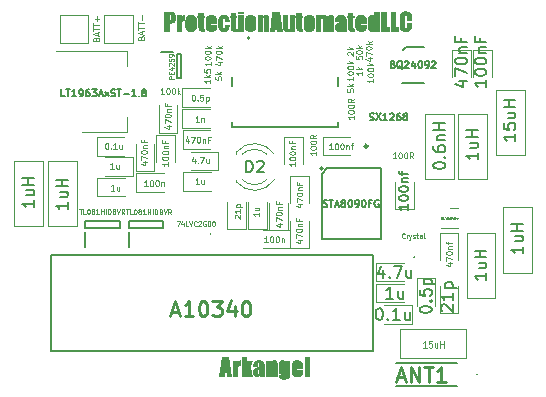
<source format=gto>
%TF.GenerationSoftware,KiCad,Pcbnew,7.0.5*%
%TF.CreationDate,2023-07-24T14:08:39-04:00*%
%TF.ProjectId,GPSPCB,47505350-4342-42e6-9b69-6361645f7063,00*%
%TF.SameCoordinates,Original*%
%TF.FileFunction,Legend,Top*%
%TF.FilePolarity,Positive*%
%FSLAX46Y46*%
G04 Gerber Fmt 4.6, Leading zero omitted, Abs format (unit mm)*
G04 Created by KiCad (PCBNEW 7.0.5) date 2023-07-24 14:08:39*
%MOMM*%
%LPD*%
G01*
G04 APERTURE LIST*
%ADD10C,0.300000*%
%ADD11C,0.125000*%
%ADD12C,0.150000*%
%ADD13C,0.254000*%
%ADD14C,0.050000*%
%ADD15C,0.100000*%
%ADD16C,0.120000*%
%ADD17C,0.200000*%
%ADD18C,0.033620*%
%ADD19C,0.250000*%
%ADD20C,0.127000*%
G04 APERTURE END LIST*
D10*
G36*
X92657288Y-50606903D02*
G01*
X92678683Y-50607234D01*
X92699443Y-50607785D01*
X92719567Y-50608556D01*
X92739056Y-50609548D01*
X92757910Y-50610760D01*
X92776128Y-50612193D01*
X92793710Y-50613845D01*
X92810657Y-50615719D01*
X92826969Y-50617812D01*
X92842646Y-50620127D01*
X92857687Y-50622661D01*
X92872092Y-50625416D01*
X92892509Y-50629962D01*
X92911496Y-50635003D01*
X92929416Y-50640524D01*
X92946491Y-50646509D01*
X92962723Y-50652958D01*
X92978112Y-50659870D01*
X92992656Y-50667246D01*
X93006358Y-50675086D01*
X93019215Y-50683389D01*
X93031229Y-50692156D01*
X93045935Y-50704566D01*
X93059141Y-50717801D01*
X93071180Y-50731695D01*
X93082199Y-50746263D01*
X93092200Y-50761507D01*
X93101181Y-50777427D01*
X93109144Y-50794022D01*
X93116088Y-50811293D01*
X93122013Y-50829239D01*
X93126919Y-50847861D01*
X93130061Y-50862785D01*
X93132895Y-50879120D01*
X93135419Y-50896866D01*
X93137635Y-50916022D01*
X93139541Y-50936588D01*
X93141138Y-50958564D01*
X93142031Y-50973999D01*
X93142787Y-50990060D01*
X93143405Y-51006748D01*
X93143886Y-51024063D01*
X93144229Y-51042005D01*
X93144435Y-51060574D01*
X93144504Y-51079769D01*
X93144504Y-51223384D01*
X93144370Y-51243110D01*
X93143966Y-51262173D01*
X93143293Y-51280571D01*
X93142352Y-51298306D01*
X93141141Y-51315376D01*
X93139661Y-51331782D01*
X93137912Y-51347524D01*
X93135894Y-51362602D01*
X93132363Y-51383975D01*
X93128227Y-51403853D01*
X93123485Y-51422237D01*
X93118137Y-51439127D01*
X93112185Y-51454523D01*
X93110066Y-51459323D01*
X93103110Y-51473164D01*
X93095155Y-51486388D01*
X93086202Y-51498993D01*
X93076252Y-51510980D01*
X93065302Y-51522349D01*
X93053355Y-51533099D01*
X93040410Y-51543231D01*
X93026466Y-51552745D01*
X93011524Y-51561641D01*
X92995584Y-51569919D01*
X92984403Y-51575094D01*
X92966828Y-51582230D01*
X92948313Y-51588665D01*
X92928858Y-51594398D01*
X92908462Y-51599428D01*
X92887127Y-51603757D01*
X92872381Y-51606253D01*
X92857216Y-51608437D01*
X92841635Y-51610309D01*
X92825635Y-51611869D01*
X92809217Y-51613117D01*
X92792381Y-51614052D01*
X92775128Y-51614676D01*
X92757457Y-51614988D01*
X92748464Y-51615027D01*
X92643684Y-51615027D01*
X92643684Y-52295000D01*
X92186461Y-52295000D01*
X92186461Y-50911608D01*
X92643684Y-50911608D01*
X92643684Y-51309846D01*
X92658487Y-51310195D01*
X92663834Y-51310212D01*
X92679947Y-51309595D01*
X92697086Y-51307225D01*
X92711829Y-51303078D01*
X92726002Y-51295993D01*
X92738206Y-51284933D01*
X92746057Y-51270876D01*
X92751252Y-51254054D01*
X92754499Y-51236672D01*
X92756388Y-51220563D01*
X92757648Y-51202497D01*
X92758179Y-51187662D01*
X92758356Y-51171727D01*
X92758356Y-51035806D01*
X92757990Y-51016743D01*
X92756891Y-50999490D01*
X92755059Y-50984045D01*
X92751739Y-50967283D01*
X92746243Y-50950900D01*
X92737748Y-50936930D01*
X92734909Y-50933956D01*
X92722655Y-50925248D01*
X92708718Y-50919487D01*
X92691614Y-50915296D01*
X92674940Y-50913005D01*
X92660016Y-50911957D01*
X92643684Y-50911608D01*
X92186461Y-50911608D01*
X92186461Y-50606793D01*
X92635258Y-50606793D01*
X92657288Y-50606903D01*
G37*
G36*
X93668771Y-50911608D02*
G01*
X93639462Y-51119337D01*
X93650194Y-51092799D01*
X93661782Y-51067868D01*
X93674225Y-51044542D01*
X93687525Y-51022822D01*
X93701680Y-51002708D01*
X93716691Y-50984200D01*
X93732557Y-50967297D01*
X93749280Y-50952000D01*
X93766858Y-50938308D01*
X93785292Y-50926223D01*
X93804582Y-50915742D01*
X93824728Y-50906868D01*
X93845730Y-50899600D01*
X93867587Y-50893937D01*
X93890300Y-50889879D01*
X93913869Y-50887428D01*
X93913869Y-51404002D01*
X93898766Y-51404112D01*
X93877181Y-51404690D01*
X93856876Y-51405765D01*
X93837854Y-51407335D01*
X93820113Y-51409401D01*
X93803653Y-51411963D01*
X93788475Y-51415021D01*
X93770231Y-51419870D01*
X93754266Y-51425600D01*
X93740579Y-51432212D01*
X93725938Y-51441582D01*
X93713159Y-51452061D01*
X93702239Y-51463650D01*
X93693180Y-51476347D01*
X93685982Y-51490154D01*
X93680644Y-51505069D01*
X93679030Y-51511346D01*
X93676368Y-51526213D01*
X93674061Y-51545533D01*
X93672563Y-51562945D01*
X93671266Y-51582863D01*
X93670512Y-51597534D01*
X93669846Y-51613317D01*
X93669269Y-51630214D01*
X93668781Y-51648225D01*
X93668382Y-51667349D01*
X93668071Y-51687586D01*
X93667850Y-51708937D01*
X93667717Y-51731401D01*
X93667672Y-51754979D01*
X93667672Y-52295000D01*
X93228035Y-52295000D01*
X93228035Y-50911608D01*
X93668771Y-50911608D01*
G37*
G36*
X94460193Y-50888327D02*
G01*
X94477543Y-50888825D01*
X94494585Y-50889655D01*
X94511318Y-50890817D01*
X94527741Y-50892311D01*
X94543855Y-50894137D01*
X94559660Y-50896295D01*
X94575157Y-50898785D01*
X94590343Y-50901607D01*
X94605221Y-50904762D01*
X94619790Y-50908248D01*
X94634050Y-50912066D01*
X94654859Y-50918416D01*
X94674974Y-50925513D01*
X94687997Y-50930659D01*
X94706887Y-50938794D01*
X94724954Y-50947399D01*
X94742196Y-50956474D01*
X94758613Y-50966019D01*
X94774207Y-50976034D01*
X94788976Y-50986519D01*
X94802921Y-50997475D01*
X94816041Y-51008901D01*
X94828337Y-51020796D01*
X94839809Y-51033162D01*
X94846999Y-51041667D01*
X94857262Y-51054552D01*
X94866894Y-51067513D01*
X94875895Y-51080552D01*
X94884265Y-51093668D01*
X94892004Y-51106862D01*
X94899111Y-51120132D01*
X94905588Y-51133480D01*
X94913241Y-51151398D01*
X94919773Y-51169453D01*
X94923935Y-51183084D01*
X94927667Y-51197326D01*
X94931032Y-51212850D01*
X94934030Y-51229655D01*
X94936661Y-51247742D01*
X94938924Y-51267110D01*
X94940821Y-51287760D01*
X94942350Y-51309691D01*
X94943166Y-51325024D01*
X94943819Y-51340926D01*
X94944308Y-51357399D01*
X94944635Y-51374440D01*
X94944798Y-51392051D01*
X94944818Y-51401071D01*
X94944818Y-51733729D01*
X94944744Y-51756387D01*
X94944520Y-51778288D01*
X94944148Y-51799435D01*
X94943627Y-51819825D01*
X94942958Y-51839460D01*
X94942139Y-51858339D01*
X94941172Y-51876463D01*
X94940055Y-51893831D01*
X94938790Y-51910443D01*
X94937376Y-51926300D01*
X94935814Y-51941401D01*
X94933190Y-51962636D01*
X94930232Y-51982170D01*
X94926939Y-52000005D01*
X94925767Y-52005572D01*
X94921874Y-52021827D01*
X94917202Y-52037896D01*
X94911750Y-52053778D01*
X94905520Y-52069474D01*
X94898510Y-52084982D01*
X94890721Y-52100304D01*
X94882152Y-52115439D01*
X94872805Y-52130387D01*
X94862678Y-52145149D01*
X94851772Y-52159724D01*
X94844068Y-52169337D01*
X94832012Y-52183339D01*
X94819338Y-52196634D01*
X94806046Y-52209219D01*
X94792136Y-52221097D01*
X94777607Y-52232266D01*
X94762460Y-52242727D01*
X94746695Y-52252479D01*
X94730312Y-52261523D01*
X94713310Y-52269858D01*
X94695690Y-52277486D01*
X94683600Y-52282177D01*
X94665077Y-52288659D01*
X94646051Y-52294503D01*
X94626523Y-52299710D01*
X94606492Y-52304279D01*
X94585959Y-52308210D01*
X94564924Y-52311504D01*
X94543387Y-52314161D01*
X94528749Y-52315578D01*
X94513889Y-52316711D01*
X94498805Y-52317561D01*
X94483497Y-52318128D01*
X94467967Y-52318411D01*
X94460118Y-52318447D01*
X94442787Y-52318327D01*
X94425783Y-52317966D01*
X94409105Y-52317365D01*
X94392753Y-52316523D01*
X94376727Y-52315441D01*
X94361028Y-52314119D01*
X94345655Y-52312556D01*
X94330608Y-52310753D01*
X94315888Y-52308710D01*
X94294419Y-52305193D01*
X94273685Y-52301136D01*
X94253684Y-52296538D01*
X94234418Y-52291399D01*
X94221981Y-52287672D01*
X94203952Y-52281553D01*
X94186682Y-52274874D01*
X94170172Y-52267634D01*
X94154421Y-52259834D01*
X94139431Y-52251474D01*
X94125201Y-52242554D01*
X94111731Y-52233073D01*
X94099020Y-52223032D01*
X94087070Y-52212431D01*
X94075879Y-52201269D01*
X94068841Y-52193517D01*
X94058814Y-52181414D01*
X94049341Y-52168873D01*
X94040421Y-52155894D01*
X94032056Y-52142477D01*
X94024244Y-52128623D01*
X94016986Y-52114330D01*
X94010282Y-52099600D01*
X94004132Y-52084432D01*
X93998536Y-52068825D01*
X93993493Y-52052781D01*
X93990439Y-52041842D01*
X93986314Y-52024465D01*
X93982595Y-52005580D01*
X93979282Y-51985189D01*
X93976374Y-51963291D01*
X93974661Y-51947855D01*
X93973128Y-51931749D01*
X93971844Y-51915812D01*
X94406995Y-51915812D01*
X94407085Y-51933054D01*
X94407356Y-51949060D01*
X94407807Y-51963829D01*
X94408688Y-51981598D01*
X94409890Y-51997168D01*
X94411844Y-52013540D01*
X94414849Y-52028653D01*
X94417254Y-52035980D01*
X94425611Y-52048924D01*
X94438772Y-52057626D01*
X94454342Y-52060502D01*
X94456088Y-52060526D01*
X94471039Y-52058759D01*
X94485140Y-52051797D01*
X94494652Y-52039553D01*
X94495289Y-52038178D01*
X94499617Y-52022997D01*
X94502051Y-52006352D01*
X94503548Y-51989037D01*
X94504398Y-51972931D01*
X94504939Y-51954822D01*
X94505142Y-51939925D01*
X94505181Y-51929368D01*
X94505181Y-51294825D01*
X94505097Y-51276162D01*
X94504846Y-51258916D01*
X94504427Y-51243086D01*
X94503609Y-51224184D01*
X94502493Y-51207801D01*
X94500679Y-51190863D01*
X94497888Y-51175734D01*
X94495655Y-51168796D01*
X94486978Y-51155864D01*
X94473538Y-51148299D01*
X94458999Y-51146103D01*
X94457187Y-51146081D01*
X94442179Y-51147907D01*
X94427849Y-51155097D01*
X94417936Y-51167742D01*
X94417254Y-51169162D01*
X94412766Y-51185534D01*
X94410612Y-51200859D01*
X94409249Y-51215940D01*
X94408207Y-51233529D01*
X94407636Y-51248365D01*
X94407246Y-51264613D01*
X94407035Y-51282270D01*
X94406995Y-51294825D01*
X94406995Y-51915812D01*
X93971844Y-51915812D01*
X93971776Y-51914974D01*
X93970604Y-51897529D01*
X93969612Y-51879414D01*
X93968801Y-51860629D01*
X93968170Y-51841174D01*
X93967719Y-51821050D01*
X93967448Y-51800256D01*
X93967358Y-51778792D01*
X93967358Y-51430746D01*
X93967523Y-51407161D01*
X93968016Y-51384218D01*
X93968839Y-51361915D01*
X93969991Y-51340254D01*
X93971473Y-51319234D01*
X93973283Y-51298855D01*
X93975422Y-51279117D01*
X93977891Y-51260020D01*
X93980689Y-51241565D01*
X93983816Y-51223750D01*
X93987272Y-51206577D01*
X93991057Y-51190045D01*
X93995172Y-51174154D01*
X93999615Y-51158904D01*
X94004388Y-51144295D01*
X94009490Y-51130327D01*
X94018054Y-51110168D01*
X94027810Y-51090769D01*
X94038757Y-51072129D01*
X94050895Y-51054250D01*
X94064225Y-51037130D01*
X94078746Y-51020770D01*
X94089088Y-51010286D01*
X94099961Y-51000139D01*
X94111362Y-50990331D01*
X94123293Y-50980859D01*
X94135754Y-50971726D01*
X94148744Y-50962930D01*
X94162264Y-50954473D01*
X94176282Y-50946443D01*
X94190766Y-50938931D01*
X94205717Y-50931937D01*
X94221134Y-50925461D01*
X94237018Y-50919503D01*
X94253368Y-50914064D01*
X94270185Y-50909142D01*
X94287469Y-50904739D01*
X94305219Y-50900853D01*
X94323436Y-50897486D01*
X94342119Y-50894636D01*
X94361268Y-50892305D01*
X94380885Y-50890492D01*
X94400967Y-50889197D01*
X94421517Y-50888420D01*
X94442533Y-50888161D01*
X94460193Y-50888327D01*
G37*
G36*
X95514881Y-50724030D02*
G01*
X95514881Y-50935055D01*
X95626988Y-50935055D01*
X95626988Y-51169528D01*
X95514881Y-51169528D01*
X95514881Y-51903356D01*
X95514922Y-51919508D01*
X95515047Y-51934715D01*
X95515389Y-51955754D01*
X95515918Y-51974668D01*
X95516634Y-51991457D01*
X95517537Y-52006121D01*
X95519031Y-52022367D01*
X95521366Y-52037362D01*
X95525505Y-52048436D01*
X95539219Y-52054281D01*
X95556959Y-52057114D01*
X95572607Y-52058531D01*
X95591312Y-52059570D01*
X95607346Y-52060101D01*
X95625100Y-52060420D01*
X95644574Y-52060526D01*
X95644574Y-52295000D01*
X95465055Y-52295000D01*
X95447463Y-52294952D01*
X95430497Y-52294811D01*
X95414158Y-52294574D01*
X95398446Y-52294244D01*
X95383360Y-52293819D01*
X95361908Y-52293004D01*
X95341865Y-52291977D01*
X95323233Y-52290737D01*
X95306012Y-52289285D01*
X95290200Y-52287620D01*
X95271313Y-52285070D01*
X95258792Y-52282909D01*
X95243256Y-52279280D01*
X95228155Y-52274620D01*
X95213489Y-52268930D01*
X95199258Y-52262210D01*
X95185462Y-52254459D01*
X95172101Y-52245678D01*
X95159176Y-52235866D01*
X95146685Y-52225024D01*
X95135076Y-52213386D01*
X95124611Y-52201371D01*
X95115292Y-52188977D01*
X95107117Y-52176206D01*
X95100088Y-52163057D01*
X95094203Y-52149530D01*
X95089463Y-52135625D01*
X95085868Y-52121343D01*
X95083121Y-52104547D01*
X95081300Y-52088900D01*
X95079686Y-52070639D01*
X95078278Y-52049762D01*
X95077453Y-52034392D01*
X95076721Y-52017860D01*
X95076080Y-52000166D01*
X95075530Y-51981309D01*
X95075072Y-51961291D01*
X95074706Y-51940111D01*
X95074431Y-51917768D01*
X95074248Y-51894264D01*
X95074156Y-51869597D01*
X95074145Y-51856828D01*
X95074145Y-51169528D01*
X94984385Y-51169528D01*
X94984385Y-50935055D01*
X95074145Y-50935055D01*
X95074145Y-50724030D01*
X95514881Y-50724030D01*
G37*
G36*
X96173318Y-50888425D02*
G01*
X96194899Y-50889220D01*
X96215999Y-50890543D01*
X96236618Y-50892397D01*
X96256757Y-50894780D01*
X96276415Y-50897692D01*
X96295592Y-50901134D01*
X96314288Y-50905105D01*
X96332503Y-50909606D01*
X96350237Y-50914636D01*
X96367491Y-50920196D01*
X96384263Y-50926285D01*
X96400555Y-50932904D01*
X96416366Y-50940053D01*
X96431696Y-50947731D01*
X96446545Y-50955938D01*
X96460881Y-50964582D01*
X96474669Y-50973569D01*
X96487911Y-50982900D01*
X96500607Y-50992575D01*
X96512756Y-51002592D01*
X96524358Y-51012954D01*
X96535413Y-51023658D01*
X96545922Y-51034706D01*
X96555883Y-51046098D01*
X96565299Y-51057833D01*
X96574167Y-51069912D01*
X96582489Y-51082334D01*
X96590264Y-51095099D01*
X96597493Y-51108208D01*
X96604175Y-51121661D01*
X96610310Y-51135457D01*
X96616033Y-51149768D01*
X96621387Y-51164766D01*
X96626371Y-51180451D01*
X96630987Y-51196823D01*
X96635233Y-51213881D01*
X96639110Y-51231627D01*
X96642617Y-51250060D01*
X96645756Y-51269180D01*
X96648525Y-51288986D01*
X96650925Y-51309480D01*
X96652956Y-51330660D01*
X96654617Y-51352527D01*
X96655910Y-51375082D01*
X96656833Y-51398323D01*
X96657386Y-51422251D01*
X96657571Y-51446866D01*
X96657571Y-51638475D01*
X96118649Y-51638475D01*
X96118649Y-51924972D01*
X96118746Y-51941343D01*
X96119036Y-51956523D01*
X96119723Y-51974910D01*
X96120753Y-51991179D01*
X96122524Y-52008537D01*
X96125358Y-52024997D01*
X96129640Y-52038178D01*
X96138635Y-52049963D01*
X96151422Y-52057384D01*
X96166172Y-52060330D01*
X96171772Y-52060526D01*
X96187998Y-52059054D01*
X96203494Y-52053764D01*
X96215739Y-52044628D01*
X96224732Y-52031645D01*
X96225628Y-52029752D01*
X96230359Y-52015816D01*
X96233554Y-52000542D01*
X96235620Y-51985928D01*
X96237252Y-51969184D01*
X96238448Y-51950310D01*
X96239060Y-51934758D01*
X96239427Y-51918007D01*
X96239549Y-51900059D01*
X96239549Y-51708817D01*
X96657571Y-51708817D01*
X96657571Y-51819825D01*
X96657507Y-51835400D01*
X96657313Y-51850525D01*
X96656991Y-51865201D01*
X96656267Y-51886373D01*
X96655253Y-51906533D01*
X96653949Y-51925682D01*
X96652355Y-51943821D01*
X96650471Y-51960948D01*
X96648297Y-51977064D01*
X96645834Y-51992169D01*
X96642099Y-52010736D01*
X96641085Y-52015097D01*
X96636356Y-52032379D01*
X96630231Y-52049970D01*
X96622709Y-52067871D01*
X96616151Y-52081499D01*
X96608807Y-52095301D01*
X96600678Y-52109277D01*
X96591763Y-52123427D01*
X96582062Y-52137750D01*
X96571576Y-52152248D01*
X96564148Y-52162009D01*
X96552530Y-52176300D01*
X96540346Y-52189907D01*
X96527595Y-52202832D01*
X96514277Y-52215075D01*
X96500392Y-52226635D01*
X96485941Y-52237512D01*
X96470923Y-52247706D01*
X96455338Y-52257218D01*
X96439186Y-52266047D01*
X96422468Y-52274194D01*
X96411008Y-52279246D01*
X96393229Y-52286251D01*
X96374652Y-52292568D01*
X96355276Y-52298196D01*
X96335102Y-52303134D01*
X96314129Y-52307383D01*
X96292357Y-52310944D01*
X96277399Y-52312934D01*
X96262087Y-52314619D01*
X96246419Y-52315997D01*
X96230396Y-52317069D01*
X96214018Y-52317834D01*
X96197286Y-52318294D01*
X96180198Y-52318447D01*
X96163557Y-52318295D01*
X96147157Y-52317840D01*
X96130997Y-52317082D01*
X96115077Y-52316020D01*
X96099398Y-52314654D01*
X96083959Y-52312986D01*
X96068761Y-52311014D01*
X96053803Y-52308738D01*
X96039085Y-52306159D01*
X96024608Y-52303277D01*
X96003343Y-52298385D01*
X95982619Y-52292810D01*
X95962436Y-52286552D01*
X95942794Y-52279612D01*
X95923819Y-52272073D01*
X95905636Y-52264019D01*
X95888244Y-52255449D01*
X95871645Y-52246365D01*
X95855838Y-52236765D01*
X95840823Y-52226650D01*
X95826601Y-52216019D01*
X95813170Y-52204874D01*
X95800532Y-52193213D01*
X95788685Y-52181037D01*
X95781228Y-52172634D01*
X95770686Y-52159741D01*
X95760770Y-52146616D01*
X95751478Y-52133260D01*
X95742811Y-52119671D01*
X95734768Y-52105851D01*
X95727351Y-52091799D01*
X95720558Y-52077515D01*
X95714389Y-52062999D01*
X95708845Y-52048252D01*
X95703926Y-52033272D01*
X95700994Y-52023157D01*
X95697066Y-52007279D01*
X95693524Y-51990146D01*
X95690368Y-51971756D01*
X95687599Y-51952111D01*
X95685216Y-51931210D01*
X95683842Y-51916578D01*
X95682640Y-51901389D01*
X95681610Y-51885641D01*
X95680751Y-51869335D01*
X95680064Y-51852470D01*
X95679549Y-51835048D01*
X95679205Y-51817068D01*
X95679034Y-51798529D01*
X95679012Y-51789050D01*
X95679012Y-51404002D01*
X96118649Y-51404002D01*
X96216835Y-51404002D01*
X96216835Y-51310579D01*
X96216748Y-51290761D01*
X96216487Y-51272385D01*
X96216052Y-51255452D01*
X96215444Y-51239962D01*
X96214362Y-51221552D01*
X96212971Y-51205707D01*
X96210797Y-51189507D01*
X96206943Y-51173558D01*
X96200223Y-51160276D01*
X96188310Y-51149945D01*
X96173949Y-51146188D01*
X96170673Y-51146081D01*
X96154759Y-51147524D01*
X96140852Y-51152595D01*
X96129600Y-51163752D01*
X96127076Y-51169162D01*
X96123792Y-51183693D01*
X96121941Y-51199696D01*
X96120756Y-51215874D01*
X96119834Y-51235050D01*
X96119316Y-51251402D01*
X96118945Y-51269440D01*
X96118723Y-51289166D01*
X96118649Y-51310579D01*
X96118649Y-51404002D01*
X95679012Y-51404002D01*
X95679012Y-51393011D01*
X95679207Y-51370725D01*
X95679791Y-51349024D01*
X95680764Y-51327907D01*
X95682126Y-51307373D01*
X95683878Y-51287423D01*
X95686019Y-51268058D01*
X95688549Y-51249276D01*
X95691468Y-51231078D01*
X95694777Y-51213464D01*
X95698475Y-51196433D01*
X95702562Y-51179987D01*
X95707039Y-51164125D01*
X95711905Y-51148846D01*
X95717160Y-51134151D01*
X95722804Y-51120041D01*
X95728838Y-51106514D01*
X95738737Y-51087099D01*
X95749750Y-51068561D01*
X95761878Y-51050898D01*
X95775120Y-51034111D01*
X95789476Y-51018200D01*
X95804945Y-51003165D01*
X95821530Y-50989005D01*
X95833205Y-50980052D01*
X95845375Y-50971489D01*
X95858040Y-50963314D01*
X95871201Y-50955529D01*
X95884856Y-50948133D01*
X95891870Y-50944581D01*
X95906149Y-50937749D01*
X95920687Y-50931357D01*
X95935481Y-50925407D01*
X95950534Y-50919897D01*
X95965844Y-50914828D01*
X95981411Y-50910200D01*
X95997237Y-50906012D01*
X96013319Y-50902266D01*
X96029660Y-50898960D01*
X96046258Y-50896095D01*
X96063114Y-50893670D01*
X96080227Y-50891687D01*
X96097598Y-50890144D01*
X96115226Y-50889042D01*
X96133112Y-50888381D01*
X96151256Y-50888161D01*
X96173318Y-50888425D01*
G37*
G36*
X97707571Y-51450896D02*
G01*
X97291748Y-51450896D01*
X97291748Y-51278339D01*
X97291648Y-51263581D01*
X97291204Y-51245438D01*
X97290406Y-51229046D01*
X97289252Y-51214406D01*
X97287311Y-51198569D01*
X97284250Y-51183177D01*
X97280390Y-51171727D01*
X97271610Y-51158203D01*
X97259467Y-51149688D01*
X97243961Y-51146181D01*
X97240457Y-51146081D01*
X97225831Y-51147762D01*
X97211892Y-51154382D01*
X97202281Y-51166023D01*
X97201622Y-51167330D01*
X97197134Y-51182122D01*
X97194610Y-51198686D01*
X97193057Y-51216070D01*
X97192175Y-51232322D01*
X97191614Y-51250657D01*
X97191404Y-51265776D01*
X97191364Y-51276507D01*
X97191364Y-51924972D01*
X97191616Y-51942053D01*
X97192371Y-51957944D01*
X97193631Y-51972645D01*
X97195913Y-51989346D01*
X97198983Y-52004186D01*
X97203706Y-52019539D01*
X97207484Y-52028286D01*
X97215293Y-52040849D01*
X97225677Y-52051427D01*
X97239220Y-52058511D01*
X97252913Y-52060526D01*
X97268644Y-52058397D01*
X97283221Y-52050910D01*
X97293404Y-52039731D01*
X97300174Y-52026454D01*
X97304656Y-52011153D01*
X97307683Y-51994545D01*
X97309641Y-51978734D01*
X97311186Y-51960679D01*
X97312075Y-51945665D01*
X97312732Y-51929389D01*
X97313157Y-51911851D01*
X97313350Y-51893051D01*
X97313363Y-51886503D01*
X97313363Y-51708817D01*
X97707571Y-51708817D01*
X97707395Y-51730439D01*
X97707142Y-51751344D01*
X97706811Y-51771529D01*
X97706403Y-51790997D01*
X97705918Y-51809746D01*
X97705356Y-51827776D01*
X97704716Y-51845088D01*
X97703999Y-51861682D01*
X97703205Y-51877557D01*
X97702333Y-51892714D01*
X97700881Y-51914103D01*
X97699255Y-51933875D01*
X97697455Y-51952030D01*
X97695481Y-51968569D01*
X97692989Y-51984273D01*
X97689633Y-52000061D01*
X97685415Y-52015932D01*
X97680334Y-52031887D01*
X97674390Y-52047926D01*
X97667583Y-52064048D01*
X97659913Y-52080255D01*
X97651380Y-52096545D01*
X97641984Y-52112918D01*
X97631725Y-52129376D01*
X97624406Y-52140394D01*
X97612887Y-52156503D01*
X97600724Y-52171860D01*
X97587917Y-52186462D01*
X97574466Y-52200312D01*
X97560371Y-52213407D01*
X97545632Y-52225749D01*
X97530249Y-52237338D01*
X97514222Y-52248174D01*
X97497551Y-52258255D01*
X97480236Y-52267584D01*
X97468335Y-52273384D01*
X97449879Y-52281437D01*
X97430644Y-52288698D01*
X97410630Y-52295167D01*
X97389836Y-52300844D01*
X97375541Y-52304189D01*
X97360899Y-52307181D01*
X97345911Y-52309822D01*
X97330576Y-52312110D01*
X97314896Y-52314046D01*
X97298869Y-52315630D01*
X97282495Y-52316863D01*
X97265776Y-52317743D01*
X97248710Y-52318271D01*
X97231297Y-52318447D01*
X97209144Y-52318206D01*
X97187563Y-52317485D01*
X97166554Y-52316283D01*
X97146118Y-52314600D01*
X97126254Y-52312436D01*
X97106963Y-52309791D01*
X97088244Y-52306666D01*
X97070097Y-52303060D01*
X97052523Y-52298972D01*
X97035522Y-52294404D01*
X97019092Y-52289355D01*
X97003236Y-52283825D01*
X96987951Y-52277815D01*
X96973240Y-52271323D01*
X96959100Y-52264351D01*
X96945533Y-52256898D01*
X96932496Y-52248968D01*
X96919945Y-52240657D01*
X96907881Y-52231966D01*
X96896303Y-52222894D01*
X96879849Y-52208573D01*
X96864490Y-52193395D01*
X96850225Y-52177360D01*
X96837055Y-52160469D01*
X96824980Y-52142722D01*
X96814000Y-52124118D01*
X96804115Y-52104657D01*
X96798133Y-52091208D01*
X96795324Y-52084340D01*
X96790045Y-52070113D01*
X96785106Y-52055185D01*
X96780508Y-52039556D01*
X96776250Y-52023226D01*
X96772333Y-52006194D01*
X96768757Y-51988461D01*
X96765521Y-51970027D01*
X96762626Y-51950892D01*
X96760071Y-51931055D01*
X96757858Y-51910517D01*
X96755984Y-51889278D01*
X96754451Y-51867338D01*
X96753259Y-51844696D01*
X96752408Y-51821353D01*
X96751897Y-51797309D01*
X96751727Y-51772564D01*
X96751727Y-51386782D01*
X96751867Y-51365221D01*
X96752288Y-51344319D01*
X96752989Y-51324074D01*
X96753971Y-51304488D01*
X96755233Y-51285560D01*
X96756776Y-51267290D01*
X96758599Y-51249679D01*
X96760703Y-51232726D01*
X96763087Y-51216432D01*
X96765752Y-51200795D01*
X96768697Y-51185817D01*
X96771922Y-51171498D01*
X96777287Y-51151252D01*
X96783283Y-51132488D01*
X96787630Y-51120802D01*
X96795146Y-51103943D01*
X96804091Y-51087439D01*
X96814466Y-51071288D01*
X96826270Y-51055492D01*
X96839505Y-51040050D01*
X96854168Y-51024962D01*
X96870262Y-51010228D01*
X96881785Y-51000603D01*
X96893944Y-50991134D01*
X96906738Y-50981824D01*
X96920168Y-50972670D01*
X96934233Y-50963674D01*
X96941503Y-50959235D01*
X96956397Y-50950629D01*
X96971677Y-50942577D01*
X96987343Y-50935081D01*
X97003396Y-50928140D01*
X97019835Y-50921755D01*
X97036661Y-50915924D01*
X97053873Y-50910649D01*
X97071471Y-50905929D01*
X97089456Y-50901765D01*
X97107827Y-50898156D01*
X97126585Y-50895102D01*
X97145729Y-50892603D01*
X97165259Y-50890659D01*
X97185176Y-50889271D01*
X97205479Y-50888438D01*
X97226168Y-50888161D01*
X97246728Y-50888437D01*
X97266915Y-50889266D01*
X97286730Y-50890647D01*
X97306173Y-50892580D01*
X97325244Y-50895066D01*
X97343943Y-50898104D01*
X97362270Y-50901695D01*
X97380225Y-50905838D01*
X97397807Y-50910533D01*
X97415018Y-50915781D01*
X97431856Y-50921581D01*
X97448323Y-50927934D01*
X97464417Y-50934839D01*
X97480139Y-50942297D01*
X97495489Y-50950307D01*
X97510467Y-50958869D01*
X97524994Y-50967852D01*
X97538900Y-50977124D01*
X97552185Y-50986685D01*
X97564849Y-50996536D01*
X97576892Y-51006675D01*
X97588314Y-51017104D01*
X97599114Y-51027821D01*
X97609294Y-51038828D01*
X97618852Y-51050124D01*
X97632025Y-51067609D01*
X97643801Y-51085746D01*
X97654179Y-51104532D01*
X97663159Y-51123969D01*
X97668370Y-51137288D01*
X97675376Y-51158347D01*
X97679663Y-51173345D01*
X97683645Y-51189110D01*
X97687320Y-51205643D01*
X97690689Y-51222942D01*
X97693751Y-51241008D01*
X97696507Y-51259842D01*
X97698958Y-51279442D01*
X97701101Y-51299810D01*
X97702939Y-51320944D01*
X97704470Y-51342846D01*
X97705695Y-51365515D01*
X97706614Y-51388951D01*
X97707226Y-51413154D01*
X97707533Y-51438124D01*
X97707571Y-51450896D01*
G37*
G36*
X98264078Y-50724030D02*
G01*
X98264078Y-50935055D01*
X98376186Y-50935055D01*
X98376186Y-51169528D01*
X98264078Y-51169528D01*
X98264078Y-51903356D01*
X98264120Y-51919508D01*
X98264244Y-51934715D01*
X98264587Y-51955754D01*
X98265116Y-51974668D01*
X98265832Y-51991457D01*
X98266734Y-52006121D01*
X98268229Y-52022367D01*
X98270563Y-52037362D01*
X98274703Y-52048436D01*
X98288417Y-52054281D01*
X98306157Y-52057114D01*
X98321805Y-52058531D01*
X98340509Y-52059570D01*
X98356544Y-52060101D01*
X98374298Y-52060420D01*
X98393771Y-52060526D01*
X98393771Y-52295000D01*
X98214253Y-52295000D01*
X98196660Y-52294952D01*
X98179694Y-52294811D01*
X98163355Y-52294574D01*
X98147643Y-52294244D01*
X98132558Y-52293819D01*
X98111105Y-52293004D01*
X98091063Y-52291977D01*
X98072431Y-52290737D01*
X98055209Y-52289285D01*
X98039398Y-52287620D01*
X98020510Y-52285070D01*
X98007990Y-52282909D01*
X97992454Y-52279280D01*
X97977353Y-52274620D01*
X97962686Y-52268930D01*
X97948456Y-52262210D01*
X97934660Y-52254459D01*
X97921299Y-52245678D01*
X97908373Y-52235866D01*
X97895882Y-52225024D01*
X97884273Y-52213386D01*
X97873809Y-52201371D01*
X97864489Y-52188977D01*
X97856315Y-52176206D01*
X97849285Y-52163057D01*
X97843401Y-52149530D01*
X97838661Y-52135625D01*
X97835066Y-52121343D01*
X97832318Y-52104547D01*
X97830498Y-52088900D01*
X97828883Y-52070639D01*
X97827475Y-52049762D01*
X97826651Y-52034392D01*
X97825918Y-52017860D01*
X97825277Y-52000166D01*
X97824727Y-51981309D01*
X97824269Y-51961291D01*
X97823903Y-51940111D01*
X97823628Y-51917768D01*
X97823445Y-51894264D01*
X97823354Y-51869597D01*
X97823342Y-51856828D01*
X97823342Y-51169528D01*
X97733583Y-51169528D01*
X97733583Y-50935055D01*
X97823342Y-50935055D01*
X97823342Y-50724030D01*
X98264078Y-50724030D01*
G37*
G36*
X98892759Y-50606793D02*
G01*
X98892759Y-50841266D01*
X98440666Y-50841266D01*
X98440666Y-50606793D01*
X98892759Y-50606793D01*
G37*
G36*
X98892759Y-50911608D02*
G01*
X98892759Y-52295000D01*
X98440666Y-52295000D01*
X98440666Y-50911608D01*
X98892759Y-50911608D01*
G37*
G36*
X99495503Y-50888327D02*
G01*
X99512854Y-50888825D01*
X99529896Y-50889655D01*
X99546628Y-50890817D01*
X99563051Y-50892311D01*
X99579166Y-50894137D01*
X99594971Y-50896295D01*
X99610467Y-50898785D01*
X99625654Y-50901607D01*
X99640532Y-50904762D01*
X99655101Y-50908248D01*
X99669360Y-50912066D01*
X99690170Y-50918416D01*
X99710284Y-50925513D01*
X99723307Y-50930659D01*
X99742198Y-50938794D01*
X99760264Y-50947399D01*
X99777506Y-50956474D01*
X99793924Y-50966019D01*
X99809517Y-50976034D01*
X99824286Y-50986519D01*
X99838231Y-50997475D01*
X99851352Y-51008901D01*
X99863648Y-51020796D01*
X99875119Y-51033162D01*
X99882309Y-51041667D01*
X99892573Y-51054552D01*
X99902205Y-51067513D01*
X99911206Y-51080552D01*
X99919575Y-51093668D01*
X99927314Y-51106862D01*
X99934422Y-51120132D01*
X99940898Y-51133480D01*
X99948552Y-51151398D01*
X99955083Y-51169453D01*
X99959246Y-51183084D01*
X99962978Y-51197326D01*
X99966343Y-51212850D01*
X99969341Y-51229655D01*
X99971971Y-51247742D01*
X99974235Y-51267110D01*
X99976132Y-51287760D01*
X99977661Y-51309691D01*
X99978477Y-51325024D01*
X99979129Y-51340926D01*
X99979619Y-51357399D01*
X99979945Y-51374440D01*
X99980108Y-51392051D01*
X99980129Y-51401071D01*
X99980129Y-51733729D01*
X99980054Y-51756387D01*
X99979831Y-51778288D01*
X99979459Y-51799435D01*
X99978938Y-51819825D01*
X99978268Y-51839460D01*
X99977450Y-51858339D01*
X99976482Y-51876463D01*
X99975366Y-51893831D01*
X99974101Y-51910443D01*
X99972687Y-51926300D01*
X99971124Y-51941401D01*
X99968501Y-51962636D01*
X99965543Y-51982170D01*
X99962250Y-52000005D01*
X99961078Y-52005572D01*
X99957185Y-52021827D01*
X99952512Y-52037896D01*
X99947061Y-52053778D01*
X99940830Y-52069474D01*
X99933820Y-52084982D01*
X99926031Y-52100304D01*
X99917463Y-52115439D01*
X99908115Y-52130387D01*
X99897988Y-52145149D01*
X99887082Y-52159724D01*
X99879378Y-52169337D01*
X99867323Y-52183339D01*
X99854649Y-52196634D01*
X99841357Y-52209219D01*
X99827446Y-52221097D01*
X99812918Y-52232266D01*
X99797771Y-52242727D01*
X99782006Y-52252479D01*
X99765622Y-52261523D01*
X99748621Y-52269858D01*
X99731001Y-52277486D01*
X99718911Y-52282177D01*
X99700387Y-52288659D01*
X99681361Y-52294503D01*
X99661833Y-52299710D01*
X99641803Y-52304279D01*
X99621270Y-52308210D01*
X99600235Y-52311504D01*
X99578697Y-52314161D01*
X99564060Y-52315578D01*
X99549199Y-52316711D01*
X99534115Y-52317561D01*
X99518808Y-52318128D01*
X99503278Y-52318411D01*
X99495429Y-52318447D01*
X99478098Y-52318327D01*
X99461093Y-52317966D01*
X99444415Y-52317365D01*
X99428063Y-52316523D01*
X99412038Y-52315441D01*
X99396339Y-52314119D01*
X99380966Y-52312556D01*
X99365919Y-52310753D01*
X99351198Y-52308710D01*
X99329730Y-52305193D01*
X99308995Y-52301136D01*
X99288995Y-52296538D01*
X99269728Y-52291399D01*
X99257292Y-52287672D01*
X99239262Y-52281553D01*
X99221992Y-52274874D01*
X99205482Y-52267634D01*
X99189732Y-52259834D01*
X99174742Y-52251474D01*
X99160512Y-52242554D01*
X99147041Y-52233073D01*
X99134331Y-52223032D01*
X99122380Y-52212431D01*
X99111190Y-52201269D01*
X99104152Y-52193517D01*
X99094125Y-52181414D01*
X99084651Y-52168873D01*
X99075732Y-52155894D01*
X99067366Y-52142477D01*
X99059555Y-52128623D01*
X99052297Y-52114330D01*
X99045593Y-52099600D01*
X99039443Y-52084432D01*
X99033846Y-52068825D01*
X99028804Y-52052781D01*
X99025750Y-52041842D01*
X99021625Y-52024465D01*
X99017906Y-52005580D01*
X99014592Y-51985189D01*
X99011685Y-51963291D01*
X99009972Y-51947855D01*
X99008439Y-51931749D01*
X99007155Y-51915812D01*
X99442306Y-51915812D01*
X99442396Y-51933054D01*
X99442666Y-51949060D01*
X99443117Y-51963829D01*
X99443999Y-51981598D01*
X99445201Y-51997168D01*
X99447154Y-52013540D01*
X99450160Y-52028653D01*
X99452564Y-52035980D01*
X99460922Y-52048924D01*
X99474082Y-52057626D01*
X99489653Y-52060502D01*
X99491399Y-52060526D01*
X99506349Y-52058759D01*
X99520450Y-52051797D01*
X99529962Y-52039553D01*
X99530600Y-52038178D01*
X99534927Y-52022997D01*
X99537362Y-52006352D01*
X99538859Y-51989037D01*
X99539709Y-51972931D01*
X99540250Y-51954822D01*
X99540453Y-51939925D01*
X99540491Y-51929368D01*
X99540491Y-51294825D01*
X99540408Y-51276162D01*
X99540157Y-51258916D01*
X99539738Y-51243086D01*
X99538919Y-51224184D01*
X99537803Y-51207801D01*
X99535989Y-51190863D01*
X99533199Y-51175734D01*
X99530966Y-51168796D01*
X99522288Y-51155864D01*
X99508848Y-51148299D01*
X99494310Y-51146103D01*
X99492498Y-51146081D01*
X99477489Y-51147907D01*
X99463160Y-51155097D01*
X99453246Y-51167742D01*
X99452564Y-51169162D01*
X99448076Y-51185534D01*
X99445922Y-51200859D01*
X99444560Y-51215940D01*
X99443518Y-51233529D01*
X99442947Y-51248365D01*
X99442556Y-51264613D01*
X99442346Y-51282270D01*
X99442306Y-51294825D01*
X99442306Y-51915812D01*
X99007155Y-51915812D01*
X99007087Y-51914974D01*
X99005914Y-51897529D01*
X99004923Y-51879414D01*
X99004111Y-51860629D01*
X99003480Y-51841174D01*
X99003029Y-51821050D01*
X99002759Y-51800256D01*
X99002669Y-51778792D01*
X99002669Y-51430746D01*
X99002833Y-51407161D01*
X99003327Y-51384218D01*
X99004150Y-51361915D01*
X99005302Y-51340254D01*
X99006783Y-51319234D01*
X99008594Y-51298855D01*
X99010733Y-51279117D01*
X99013202Y-51260020D01*
X99016000Y-51241565D01*
X99019126Y-51223750D01*
X99022583Y-51206577D01*
X99026368Y-51190045D01*
X99030482Y-51174154D01*
X99034926Y-51158904D01*
X99039699Y-51144295D01*
X99044801Y-51130327D01*
X99053365Y-51110168D01*
X99063120Y-51090769D01*
X99074067Y-51072129D01*
X99086206Y-51054250D01*
X99099535Y-51037130D01*
X99114056Y-51020770D01*
X99124399Y-51010286D01*
X99135271Y-51000139D01*
X99146673Y-50990331D01*
X99158604Y-50980859D01*
X99171065Y-50971726D01*
X99184055Y-50962930D01*
X99197575Y-50954473D01*
X99211592Y-50946443D01*
X99226077Y-50938931D01*
X99241027Y-50931937D01*
X99256445Y-50925461D01*
X99272329Y-50919503D01*
X99288679Y-50914064D01*
X99305496Y-50909142D01*
X99322780Y-50904739D01*
X99340530Y-50900853D01*
X99358746Y-50897486D01*
X99377429Y-50894636D01*
X99396579Y-50892305D01*
X99416195Y-50890492D01*
X99436278Y-50889197D01*
X99456827Y-50888420D01*
X99477843Y-50888161D01*
X99495503Y-50888327D01*
G37*
G36*
X100535170Y-50911608D02*
G01*
X100530041Y-51001001D01*
X100540156Y-50987211D01*
X100551026Y-50975640D01*
X100564113Y-50963998D01*
X100576180Y-50954633D01*
X100589667Y-50945222D01*
X100604574Y-50935765D01*
X100620900Y-50926263D01*
X100638250Y-50917332D01*
X100651677Y-50911416D01*
X100665457Y-50906170D01*
X100679592Y-50901593D01*
X100694081Y-50897686D01*
X100708924Y-50894449D01*
X100724121Y-50891882D01*
X100739673Y-50889984D01*
X100755579Y-50888756D01*
X100771839Y-50888198D01*
X100777337Y-50888161D01*
X100797866Y-50888624D01*
X100817686Y-50890015D01*
X100836798Y-50892334D01*
X100855201Y-50895580D01*
X100872896Y-50899753D01*
X100889883Y-50904853D01*
X100906161Y-50910881D01*
X100921731Y-50917836D01*
X100936592Y-50925719D01*
X100950745Y-50934529D01*
X100959787Y-50940917D01*
X100972666Y-50950975D01*
X100984649Y-50961504D01*
X100995738Y-50972502D01*
X101005931Y-50983971D01*
X101015230Y-50995909D01*
X101023633Y-51008318D01*
X101031141Y-51021197D01*
X101037754Y-51034546D01*
X101043471Y-51048365D01*
X101048294Y-51062655D01*
X101051011Y-51072442D01*
X101054678Y-51088100D01*
X101057984Y-51105535D01*
X101060929Y-51124748D01*
X101063514Y-51145738D01*
X101065036Y-51160719D01*
X101066399Y-51176489D01*
X101067601Y-51193050D01*
X101068643Y-51210401D01*
X101069524Y-51228542D01*
X101070245Y-51247472D01*
X101070806Y-51267193D01*
X101071207Y-51287704D01*
X101071448Y-51309004D01*
X101071528Y-51331095D01*
X101071528Y-52295000D01*
X100631891Y-52295000D01*
X100631891Y-51337323D01*
X100631859Y-51320363D01*
X100631765Y-51304288D01*
X100631607Y-51289096D01*
X100631253Y-51267968D01*
X100630757Y-51248829D01*
X100630120Y-51231681D01*
X100629340Y-51216522D01*
X100628081Y-51199406D01*
X100626153Y-51182986D01*
X100623831Y-51172093D01*
X100616518Y-51158376D01*
X100604196Y-51149739D01*
X100588824Y-51146310D01*
X100582798Y-51146081D01*
X100566472Y-51148005D01*
X100551991Y-51154767D01*
X100541626Y-51166397D01*
X100537002Y-51176856D01*
X100533765Y-51192548D01*
X100531979Y-51207775D01*
X100530491Y-51226814D01*
X100529570Y-51243596D01*
X100528816Y-51262522D01*
X100528230Y-51283593D01*
X100527933Y-51298831D01*
X100527709Y-51315023D01*
X100527561Y-51332167D01*
X100527486Y-51350265D01*
X100527477Y-51359672D01*
X100527477Y-52295000D01*
X100087840Y-52295000D01*
X100087840Y-50911608D01*
X100535170Y-50911608D01*
G37*
G36*
X102220446Y-52295000D02*
G01*
X101751866Y-52295000D01*
X101730251Y-51990184D01*
X101596161Y-51990184D01*
X101570516Y-52295000D01*
X101096807Y-52295000D01*
X101177641Y-51685369D01*
X101592864Y-51685369D01*
X101715596Y-51685369D01*
X101713637Y-51667677D01*
X101711698Y-51649677D01*
X101709779Y-51631372D01*
X101707880Y-51612761D01*
X101706001Y-51593843D01*
X101704142Y-51574619D01*
X101702303Y-51555088D01*
X101700484Y-51535252D01*
X101698685Y-51515109D01*
X101696906Y-51494660D01*
X101695147Y-51473904D01*
X101693408Y-51452843D01*
X101691689Y-51431475D01*
X101689991Y-51409800D01*
X101688312Y-51387820D01*
X101686653Y-51365533D01*
X101685015Y-51342940D01*
X101683396Y-51320041D01*
X101681798Y-51296836D01*
X101680219Y-51273324D01*
X101678661Y-51249506D01*
X101677122Y-51225382D01*
X101675604Y-51200951D01*
X101674105Y-51176215D01*
X101672627Y-51151172D01*
X101671169Y-51125822D01*
X101669730Y-51100167D01*
X101668312Y-51074205D01*
X101666914Y-51047937D01*
X101665536Y-51021363D01*
X101664178Y-50994482D01*
X101662840Y-50967295D01*
X101659488Y-50998342D01*
X101656212Y-51028833D01*
X101653011Y-51058769D01*
X101649885Y-51088150D01*
X101646835Y-51116975D01*
X101643859Y-51145245D01*
X101640958Y-51172960D01*
X101638133Y-51200120D01*
X101635383Y-51226724D01*
X101632708Y-51252773D01*
X101630108Y-51278267D01*
X101627583Y-51303206D01*
X101625133Y-51327589D01*
X101622759Y-51351417D01*
X101620459Y-51374690D01*
X101618235Y-51397407D01*
X101616086Y-51419569D01*
X101614012Y-51441176D01*
X101612013Y-51462228D01*
X101610089Y-51482724D01*
X101608240Y-51502665D01*
X101606467Y-51522051D01*
X101604768Y-51540882D01*
X101603145Y-51559157D01*
X101601597Y-51576877D01*
X101600124Y-51594042D01*
X101598726Y-51610651D01*
X101597404Y-51626705D01*
X101596156Y-51642204D01*
X101594984Y-51657148D01*
X101592864Y-51685369D01*
X101177641Y-51685369D01*
X101320655Y-50606793D01*
X101968754Y-50606793D01*
X102220446Y-52295000D01*
G37*
G36*
X103227215Y-50911608D02*
G01*
X103227215Y-52295000D01*
X102779518Y-52295000D01*
X102784647Y-52213300D01*
X102775468Y-52225656D01*
X102763043Y-52238270D01*
X102750210Y-52248979D01*
X102738320Y-52257674D01*
X102724988Y-52266484D01*
X102710213Y-52275408D01*
X102698185Y-52282177D01*
X102681395Y-52290678D01*
X102663999Y-52298045D01*
X102645995Y-52304279D01*
X102627385Y-52309379D01*
X102613029Y-52312461D01*
X102598332Y-52314905D01*
X102583294Y-52316711D01*
X102567914Y-52317880D01*
X102552193Y-52318411D01*
X102546877Y-52318447D01*
X102529022Y-52318147D01*
X102511727Y-52317249D01*
X102494993Y-52315752D01*
X102478819Y-52313655D01*
X102463205Y-52310960D01*
X102448152Y-52307666D01*
X102433658Y-52303773D01*
X102415206Y-52297651D01*
X102397749Y-52290464D01*
X102385310Y-52284375D01*
X102369717Y-52275416D01*
X102355177Y-52265759D01*
X102341690Y-52255404D01*
X102329256Y-52244350D01*
X102317876Y-52232597D01*
X102307549Y-52220147D01*
X102298276Y-52206998D01*
X102290055Y-52193150D01*
X102282728Y-52178896D01*
X102276133Y-52164528D01*
X102270272Y-52150045D01*
X102265143Y-52135448D01*
X102260746Y-52120736D01*
X102257083Y-52105910D01*
X102254152Y-52090969D01*
X102251953Y-52075914D01*
X102250236Y-52058998D01*
X102249098Y-52043944D01*
X102248089Y-52026862D01*
X102247209Y-52007752D01*
X102246458Y-51986612D01*
X102246029Y-51971393D01*
X102245657Y-51955271D01*
X102245342Y-51938248D01*
X102245084Y-51920323D01*
X102244884Y-51901497D01*
X102244741Y-51881769D01*
X102244655Y-51861140D01*
X102244626Y-51839609D01*
X102244626Y-50911608D01*
X102684263Y-50911608D01*
X102684263Y-51852798D01*
X102684295Y-51872016D01*
X102684389Y-51890196D01*
X102684547Y-51907336D01*
X102684767Y-51923437D01*
X102685050Y-51938500D01*
X102685593Y-51959145D01*
X102686278Y-51977453D01*
X102687105Y-51993423D01*
X102688427Y-52011080D01*
X102690434Y-52027307D01*
X102692323Y-52035614D01*
X102700008Y-52048751D01*
X102712989Y-52057023D01*
X102729198Y-52060307D01*
X102735554Y-52060526D01*
X102750466Y-52059299D01*
X102765413Y-52054115D01*
X102776447Y-52043596D01*
X102780251Y-52034881D01*
X102782741Y-52020193D01*
X102784115Y-52004921D01*
X102785260Y-51985263D01*
X102785968Y-51967642D01*
X102786548Y-51947555D01*
X102786862Y-51932793D01*
X102787120Y-51916934D01*
X102787320Y-51899980D01*
X102787464Y-51881930D01*
X102787549Y-51862783D01*
X102787578Y-51842540D01*
X102787578Y-50911608D01*
X103227215Y-50911608D01*
G37*
G36*
X103809368Y-50724030D02*
G01*
X103809368Y-50935055D01*
X103921475Y-50935055D01*
X103921475Y-51169528D01*
X103809368Y-51169528D01*
X103809368Y-51903356D01*
X103809409Y-51919508D01*
X103809534Y-51934715D01*
X103809876Y-51955754D01*
X103810406Y-51974668D01*
X103811121Y-51991457D01*
X103812024Y-52006121D01*
X103813518Y-52022367D01*
X103815853Y-52037362D01*
X103819993Y-52048436D01*
X103833706Y-52054281D01*
X103851447Y-52057114D01*
X103867094Y-52058531D01*
X103885799Y-52059570D01*
X103901833Y-52060101D01*
X103919587Y-52060420D01*
X103939061Y-52060526D01*
X103939061Y-52295000D01*
X103759542Y-52295000D01*
X103741950Y-52294952D01*
X103724984Y-52294811D01*
X103708645Y-52294574D01*
X103692933Y-52294244D01*
X103677847Y-52293819D01*
X103656395Y-52293004D01*
X103636352Y-52291977D01*
X103617720Y-52290737D01*
X103600499Y-52289285D01*
X103584688Y-52287620D01*
X103565800Y-52285070D01*
X103553279Y-52282909D01*
X103537743Y-52279280D01*
X103522642Y-52274620D01*
X103507976Y-52268930D01*
X103493745Y-52262210D01*
X103479949Y-52254459D01*
X103466588Y-52245678D01*
X103453663Y-52235866D01*
X103441172Y-52225024D01*
X103429563Y-52213386D01*
X103419098Y-52201371D01*
X103409779Y-52188977D01*
X103401605Y-52176206D01*
X103394575Y-52163057D01*
X103388690Y-52149530D01*
X103383950Y-52135625D01*
X103380355Y-52121343D01*
X103377608Y-52104547D01*
X103375787Y-52088900D01*
X103374173Y-52070639D01*
X103372765Y-52049762D01*
X103371940Y-52034392D01*
X103371208Y-52017860D01*
X103370567Y-52000166D01*
X103370017Y-51981309D01*
X103369559Y-51961291D01*
X103369193Y-51940111D01*
X103368918Y-51917768D01*
X103368735Y-51894264D01*
X103368643Y-51869597D01*
X103368632Y-51856828D01*
X103368632Y-51169528D01*
X103278872Y-51169528D01*
X103278872Y-50935055D01*
X103368632Y-50935055D01*
X103368632Y-50724030D01*
X103809368Y-50724030D01*
G37*
G36*
X104466334Y-50888327D02*
G01*
X104483684Y-50888825D01*
X104500726Y-50889655D01*
X104517459Y-50890817D01*
X104533882Y-50892311D01*
X104549996Y-50894137D01*
X104565801Y-50896295D01*
X104581297Y-50898785D01*
X104596484Y-50901607D01*
X104611362Y-50904762D01*
X104625931Y-50908248D01*
X104640191Y-50912066D01*
X104661000Y-50918416D01*
X104681115Y-50925513D01*
X104694138Y-50930659D01*
X104713028Y-50938794D01*
X104731095Y-50947399D01*
X104748337Y-50956474D01*
X104764754Y-50966019D01*
X104780348Y-50976034D01*
X104795117Y-50986519D01*
X104809062Y-50997475D01*
X104822182Y-51008901D01*
X104834478Y-51020796D01*
X104845950Y-51033162D01*
X104853140Y-51041667D01*
X104863403Y-51054552D01*
X104873035Y-51067513D01*
X104882036Y-51080552D01*
X104890406Y-51093668D01*
X104898145Y-51106862D01*
X104905252Y-51120132D01*
X104911729Y-51133480D01*
X104919382Y-51151398D01*
X104925914Y-51169453D01*
X104930076Y-51183084D01*
X104933808Y-51197326D01*
X104937173Y-51212850D01*
X104940171Y-51229655D01*
X104942802Y-51247742D01*
X104945065Y-51267110D01*
X104946962Y-51287760D01*
X104948491Y-51309691D01*
X104949307Y-51325024D01*
X104949960Y-51340926D01*
X104950449Y-51357399D01*
X104950775Y-51374440D01*
X104950939Y-51392051D01*
X104950959Y-51401071D01*
X104950959Y-51733729D01*
X104950885Y-51756387D01*
X104950661Y-51778288D01*
X104950289Y-51799435D01*
X104949768Y-51819825D01*
X104949099Y-51839460D01*
X104948280Y-51858339D01*
X104947313Y-51876463D01*
X104946196Y-51893831D01*
X104944931Y-51910443D01*
X104943517Y-51926300D01*
X104941954Y-51941401D01*
X104939331Y-51962636D01*
X104936373Y-51982170D01*
X104933080Y-52000005D01*
X104931908Y-52005572D01*
X104928015Y-52021827D01*
X104923343Y-52037896D01*
X104917891Y-52053778D01*
X104911661Y-52069474D01*
X104904651Y-52084982D01*
X104896862Y-52100304D01*
X104888293Y-52115439D01*
X104878946Y-52130387D01*
X104868819Y-52145149D01*
X104857913Y-52159724D01*
X104850209Y-52169337D01*
X104838153Y-52183339D01*
X104825479Y-52196634D01*
X104812187Y-52209219D01*
X104798277Y-52221097D01*
X104783748Y-52232266D01*
X104768601Y-52242727D01*
X104752836Y-52252479D01*
X104736453Y-52261523D01*
X104719451Y-52269858D01*
X104701831Y-52277486D01*
X104689741Y-52282177D01*
X104671218Y-52288659D01*
X104652192Y-52294503D01*
X104632664Y-52299710D01*
X104612633Y-52304279D01*
X104592100Y-52308210D01*
X104571065Y-52311504D01*
X104549528Y-52314161D01*
X104534890Y-52315578D01*
X104520029Y-52316711D01*
X104504946Y-52317561D01*
X104489638Y-52318128D01*
X104474108Y-52318411D01*
X104466259Y-52318447D01*
X104448928Y-52318327D01*
X104431924Y-52317966D01*
X104415246Y-52317365D01*
X104398894Y-52316523D01*
X104382868Y-52315441D01*
X104367169Y-52314119D01*
X104351796Y-52312556D01*
X104336749Y-52310753D01*
X104322029Y-52308710D01*
X104300560Y-52305193D01*
X104279825Y-52301136D01*
X104259825Y-52296538D01*
X104240559Y-52291399D01*
X104228122Y-52287672D01*
X104210092Y-52281553D01*
X104192823Y-52274874D01*
X104176313Y-52267634D01*
X104160562Y-52259834D01*
X104145572Y-52251474D01*
X104131342Y-52242554D01*
X104117872Y-52233073D01*
X104105161Y-52223032D01*
X104093211Y-52212431D01*
X104082020Y-52201269D01*
X104074982Y-52193517D01*
X104064955Y-52181414D01*
X104055482Y-52168873D01*
X104046562Y-52155894D01*
X104038197Y-52142477D01*
X104030385Y-52128623D01*
X104023127Y-52114330D01*
X104016423Y-52099600D01*
X104010273Y-52084432D01*
X104004677Y-52068825D01*
X103999634Y-52052781D01*
X103996580Y-52041842D01*
X103992455Y-52024465D01*
X103988736Y-52005580D01*
X103985423Y-51985189D01*
X103982515Y-51963291D01*
X103980802Y-51947855D01*
X103979269Y-51931749D01*
X103977985Y-51915812D01*
X104413136Y-51915812D01*
X104413226Y-51933054D01*
X104413497Y-51949060D01*
X104413948Y-51963829D01*
X104414829Y-51981598D01*
X104416031Y-51997168D01*
X104417985Y-52013540D01*
X104420990Y-52028653D01*
X104423394Y-52035980D01*
X104431752Y-52048924D01*
X104444913Y-52057626D01*
X104460483Y-52060502D01*
X104462229Y-52060526D01*
X104477180Y-52058759D01*
X104491281Y-52051797D01*
X104500793Y-52039553D01*
X104501430Y-52038178D01*
X104505758Y-52022997D01*
X104508192Y-52006352D01*
X104509689Y-51989037D01*
X104510539Y-51972931D01*
X104511080Y-51954822D01*
X104511283Y-51939925D01*
X104511322Y-51929368D01*
X104511322Y-51294825D01*
X104511238Y-51276162D01*
X104510987Y-51258916D01*
X104510568Y-51243086D01*
X104509750Y-51224184D01*
X104508634Y-51207801D01*
X104506820Y-51190863D01*
X104504029Y-51175734D01*
X104501796Y-51168796D01*
X104493119Y-51155864D01*
X104479679Y-51148299D01*
X104465140Y-51146103D01*
X104463328Y-51146081D01*
X104448320Y-51147907D01*
X104433990Y-51155097D01*
X104424077Y-51167742D01*
X104423394Y-51169162D01*
X104418907Y-51185534D01*
X104416753Y-51200859D01*
X104415390Y-51215940D01*
X104414348Y-51233529D01*
X104413777Y-51248365D01*
X104413387Y-51264613D01*
X104413176Y-51282270D01*
X104413136Y-51294825D01*
X104413136Y-51915812D01*
X103977985Y-51915812D01*
X103977917Y-51914974D01*
X103976745Y-51897529D01*
X103975753Y-51879414D01*
X103974942Y-51860629D01*
X103974311Y-51841174D01*
X103973860Y-51821050D01*
X103973589Y-51800256D01*
X103973499Y-51778792D01*
X103973499Y-51430746D01*
X103973664Y-51407161D01*
X103974157Y-51384218D01*
X103974980Y-51361915D01*
X103976132Y-51340254D01*
X103977614Y-51319234D01*
X103979424Y-51298855D01*
X103981563Y-51279117D01*
X103984032Y-51260020D01*
X103986830Y-51241565D01*
X103989957Y-51223750D01*
X103993413Y-51206577D01*
X103997198Y-51190045D01*
X104001313Y-51174154D01*
X104005756Y-51158904D01*
X104010529Y-51144295D01*
X104015631Y-51130327D01*
X104024195Y-51110168D01*
X104033951Y-51090769D01*
X104044898Y-51072129D01*
X104057036Y-51054250D01*
X104070366Y-51037130D01*
X104084887Y-51020770D01*
X104095229Y-51010286D01*
X104106102Y-51000139D01*
X104117503Y-50990331D01*
X104129434Y-50980859D01*
X104141895Y-50971726D01*
X104154885Y-50962930D01*
X104168405Y-50954473D01*
X104182423Y-50946443D01*
X104196907Y-50938931D01*
X104211858Y-50931937D01*
X104227275Y-50925461D01*
X104243159Y-50919503D01*
X104259509Y-50914064D01*
X104276326Y-50909142D01*
X104293610Y-50904739D01*
X104311360Y-50900853D01*
X104329577Y-50897486D01*
X104348260Y-50894636D01*
X104367409Y-50892305D01*
X104387026Y-50890492D01*
X104407108Y-50889197D01*
X104427658Y-50888420D01*
X104448674Y-50888161D01*
X104466334Y-50888327D01*
G37*
G36*
X105493911Y-50911608D02*
G01*
X105488415Y-51010160D01*
X105497503Y-50997250D01*
X105508737Y-50984393D01*
X105519270Y-50974146D01*
X105531177Y-50963934D01*
X105544458Y-50953756D01*
X105559112Y-50943612D01*
X105575141Y-50933503D01*
X105583670Y-50928461D01*
X105596889Y-50921259D01*
X105610443Y-50914765D01*
X105624332Y-50908980D01*
X105638556Y-50903903D01*
X105653115Y-50899534D01*
X105668008Y-50895874D01*
X105683237Y-50892923D01*
X105698800Y-50890679D01*
X105714698Y-50889145D01*
X105730931Y-50888318D01*
X105741939Y-50888161D01*
X105763317Y-50888729D01*
X105784037Y-50890433D01*
X105804098Y-50893274D01*
X105823501Y-50897251D01*
X105842246Y-50902364D01*
X105860332Y-50908614D01*
X105877760Y-50916000D01*
X105894530Y-50924522D01*
X105910642Y-50934181D01*
X105926095Y-50944976D01*
X105940890Y-50956907D01*
X105955026Y-50969974D01*
X105968504Y-50984178D01*
X105981324Y-50999518D01*
X105993486Y-51015995D01*
X106004989Y-51033607D01*
X106013510Y-51021664D01*
X106025523Y-51006412D01*
X106038280Y-50991926D01*
X106051781Y-50978207D01*
X106066026Y-50965256D01*
X106081016Y-50953071D01*
X106096749Y-50941654D01*
X106109038Y-50933594D01*
X106117463Y-50928461D01*
X106130441Y-50921259D01*
X106143682Y-50914765D01*
X106157188Y-50908980D01*
X106170958Y-50903903D01*
X106184992Y-50899534D01*
X106199289Y-50895874D01*
X106213851Y-50892923D01*
X106228677Y-50890679D01*
X106243767Y-50889145D01*
X106259121Y-50888318D01*
X106269504Y-50888161D01*
X106289787Y-50888631D01*
X106309419Y-50890041D01*
X106328401Y-50892392D01*
X106346732Y-50895683D01*
X106364413Y-50899914D01*
X106381444Y-50905085D01*
X106397824Y-50911197D01*
X106413554Y-50918248D01*
X106428633Y-50926240D01*
X106443062Y-50935173D01*
X106452320Y-50941650D01*
X106465526Y-50951888D01*
X106477805Y-50962546D01*
X106489157Y-50973621D01*
X106499581Y-50985116D01*
X106509078Y-50997028D01*
X106517647Y-51009360D01*
X106525289Y-51022110D01*
X106532004Y-51035279D01*
X106537791Y-51048866D01*
X106542651Y-51062872D01*
X106545376Y-51072442D01*
X106549043Y-51087669D01*
X106552349Y-51104500D01*
X106555294Y-51122935D01*
X106557879Y-51142973D01*
X106560102Y-51164614D01*
X106561385Y-51179933D01*
X106562507Y-51195964D01*
X106563468Y-51212708D01*
X106564270Y-51230165D01*
X106564911Y-51248334D01*
X106565392Y-51267216D01*
X106565712Y-51286811D01*
X106565873Y-51307119D01*
X106565893Y-51317540D01*
X106565893Y-52295000D01*
X106138346Y-52295000D01*
X106138346Y-51392644D01*
X106138304Y-51371517D01*
X106138180Y-51351457D01*
X106137972Y-51332465D01*
X106137682Y-51314540D01*
X106137308Y-51297683D01*
X106136852Y-51281894D01*
X106136312Y-51267172D01*
X106135347Y-51247091D01*
X106134195Y-51229412D01*
X106132857Y-51214135D01*
X106130782Y-51197503D01*
X106127721Y-51182718D01*
X106122076Y-51168442D01*
X106112791Y-51156421D01*
X106098732Y-51148371D01*
X106083025Y-51146081D01*
X106066767Y-51148348D01*
X106053532Y-51155149D01*
X106043320Y-51166483D01*
X106036863Y-51180120D01*
X106036130Y-51182351D01*
X106032858Y-51197049D01*
X106030640Y-51213650D01*
X106029209Y-51228925D01*
X106027978Y-51246622D01*
X106026947Y-51266741D01*
X106026370Y-51281499D01*
X106025882Y-51297332D01*
X106025483Y-51314242D01*
X106025172Y-51332229D01*
X106024950Y-51351291D01*
X106024817Y-51371430D01*
X106024773Y-51392644D01*
X106024773Y-52295000D01*
X105597226Y-52295000D01*
X105597226Y-51415359D01*
X105597193Y-51391089D01*
X105597094Y-51368104D01*
X105596929Y-51346404D01*
X105596699Y-51325989D01*
X105596403Y-51306859D01*
X105596041Y-51289015D01*
X105595613Y-51272455D01*
X105595119Y-51257181D01*
X105594255Y-51236679D01*
X105593243Y-51219069D01*
X105592083Y-51204351D01*
X105590305Y-51189224D01*
X105588799Y-51181252D01*
X105582914Y-51165865D01*
X105572298Y-51153809D01*
X105557451Y-51147318D01*
X105545202Y-51146081D01*
X105530322Y-51148159D01*
X105516913Y-51154393D01*
X105506001Y-51163667D01*
X105497128Y-51175695D01*
X105491117Y-51189799D01*
X105488155Y-51204266D01*
X105487683Y-51209462D01*
X105486969Y-51225170D01*
X105486566Y-51240512D01*
X105486309Y-51255258D01*
X105486108Y-51272202D01*
X105485965Y-51291345D01*
X105485896Y-51307144D01*
X105485858Y-51324180D01*
X105485851Y-51336224D01*
X105485851Y-52295000D01*
X105058670Y-52295000D01*
X105058670Y-50911608D01*
X105493911Y-50911608D01*
G37*
G36*
X107165727Y-50888460D02*
G01*
X107191385Y-50889357D01*
X107216228Y-50890853D01*
X107240255Y-50892946D01*
X107263466Y-50895638D01*
X107285861Y-50898928D01*
X107307441Y-50902817D01*
X107328205Y-50907303D01*
X107348153Y-50912388D01*
X107367286Y-50918071D01*
X107385603Y-50924352D01*
X107403104Y-50931231D01*
X107419789Y-50938709D01*
X107435659Y-50946785D01*
X107450713Y-50955459D01*
X107464951Y-50964731D01*
X107478435Y-50974437D01*
X107491226Y-50984411D01*
X107503324Y-50994655D01*
X107514730Y-51005168D01*
X107525444Y-51015950D01*
X107535464Y-51027001D01*
X107544792Y-51038321D01*
X107557486Y-51055806D01*
X107568620Y-51073896D01*
X107578197Y-51092591D01*
X107586214Y-51111892D01*
X107592674Y-51131798D01*
X107597575Y-51152309D01*
X107600281Y-51167073D01*
X107602812Y-51183611D01*
X107605169Y-51201923D01*
X107607352Y-51222010D01*
X107609360Y-51243872D01*
X107611193Y-51267508D01*
X107612852Y-51292919D01*
X107614336Y-51320104D01*
X107615645Y-51349064D01*
X107616234Y-51364210D01*
X107616780Y-51379799D01*
X107617282Y-51395831D01*
X107617740Y-51412308D01*
X107618155Y-51429228D01*
X107618526Y-51446591D01*
X107618853Y-51464399D01*
X107619137Y-51482650D01*
X107619377Y-51501344D01*
X107619574Y-51520483D01*
X107619726Y-51540064D01*
X107619835Y-51560090D01*
X107619901Y-51580559D01*
X107619923Y-51601472D01*
X107619923Y-52295000D01*
X107191643Y-52295000D01*
X107191643Y-52207438D01*
X107183451Y-52220370D01*
X107172065Y-52233611D01*
X107160137Y-52244881D01*
X107145990Y-52256365D01*
X107133076Y-52265708D01*
X107118742Y-52275187D01*
X107111043Y-52279979D01*
X107094917Y-52288995D01*
X107078047Y-52296808D01*
X107060433Y-52303420D01*
X107042075Y-52308830D01*
X107022972Y-52313037D01*
X107008157Y-52315404D01*
X106992923Y-52317094D01*
X106977271Y-52318109D01*
X106961200Y-52318447D01*
X106940197Y-52317880D01*
X106919503Y-52316180D01*
X106899118Y-52313346D01*
X106879043Y-52309379D01*
X106859276Y-52304279D01*
X106839819Y-52298045D01*
X106820670Y-52290678D01*
X106801831Y-52282177D01*
X106783301Y-52272543D01*
X106765080Y-52261775D01*
X106753105Y-52253967D01*
X106736082Y-52240560D01*
X106725663Y-52230158D01*
X106715989Y-52218586D01*
X106707059Y-52205844D01*
X106698873Y-52191931D01*
X106691431Y-52176847D01*
X106684734Y-52160592D01*
X106678780Y-52143167D01*
X106673571Y-52124571D01*
X106669106Y-52104805D01*
X106665385Y-52083867D01*
X106662408Y-52061760D01*
X106660176Y-52038481D01*
X106658687Y-52014032D01*
X106657943Y-51988412D01*
X106657850Y-51975163D01*
X106657850Y-51899326D01*
X107071842Y-51899326D01*
X107071945Y-51918620D01*
X107072254Y-51936524D01*
X107072769Y-51953036D01*
X107073490Y-51968157D01*
X107074773Y-51986154D01*
X107076421Y-52001679D01*
X107078997Y-52017607D01*
X107083565Y-52033415D01*
X107092047Y-52046521D01*
X107103890Y-52055337D01*
X107119095Y-52059864D01*
X107128995Y-52060526D01*
X107145156Y-52058932D01*
X107158966Y-52053423D01*
X107169116Y-52042816D01*
X107170394Y-52040376D01*
X107174721Y-52024920D01*
X107176798Y-52009981D01*
X107178112Y-51995106D01*
X107179117Y-51977633D01*
X107179667Y-51962822D01*
X107180044Y-51946549D01*
X107180247Y-51928814D01*
X107180286Y-51916179D01*
X107180286Y-51650198D01*
X107166142Y-51661165D01*
X107153113Y-51671944D01*
X107141198Y-51682537D01*
X107130397Y-51692943D01*
X107117729Y-51706527D01*
X107107041Y-51719779D01*
X107098335Y-51732699D01*
X107090236Y-51748382D01*
X107086863Y-51757543D01*
X107082535Y-51773756D01*
X107079602Y-51788310D01*
X107077137Y-51804273D01*
X107075142Y-51821644D01*
X107073617Y-51840423D01*
X107072781Y-51855431D01*
X107072209Y-51871232D01*
X107071900Y-51887824D01*
X107071842Y-51899326D01*
X106657850Y-51899326D01*
X106657850Y-51861957D01*
X106658048Y-51842518D01*
X106658640Y-51823861D01*
X106659628Y-51805985D01*
X106661010Y-51788890D01*
X106662787Y-51772577D01*
X106664960Y-51757045D01*
X106667527Y-51742295D01*
X106672119Y-51721634D01*
X106677599Y-51702732D01*
X106683969Y-51685587D01*
X106691227Y-51670201D01*
X106699373Y-51656573D01*
X106708408Y-51644703D01*
X106719219Y-51633498D01*
X106732554Y-51622004D01*
X106748414Y-51610220D01*
X106766798Y-51598146D01*
X106780456Y-51589936D01*
X106795237Y-51581597D01*
X106811139Y-51573129D01*
X106828164Y-51564532D01*
X106846310Y-51555807D01*
X106865579Y-51546952D01*
X106885969Y-51537969D01*
X106907482Y-51528857D01*
X106930116Y-51519617D01*
X106953872Y-51510247D01*
X106978234Y-51500569D01*
X107001128Y-51491317D01*
X107022553Y-51482491D01*
X107042510Y-51474092D01*
X107060998Y-51466119D01*
X107078018Y-51458573D01*
X107093570Y-51451453D01*
X107107654Y-51444760D01*
X107126026Y-51435519D01*
X107141095Y-51427239D01*
X107156047Y-51417690D01*
X107167463Y-51406566D01*
X107173073Y-51390652D01*
X107176228Y-51374179D01*
X107178169Y-51357479D01*
X107179271Y-51342175D01*
X107179973Y-51325142D01*
X107180273Y-51306380D01*
X107180286Y-51301420D01*
X107180163Y-51283111D01*
X107179796Y-51266103D01*
X107179184Y-51250396D01*
X107177988Y-51231476D01*
X107176356Y-51214870D01*
X107173705Y-51197364D01*
X107169627Y-51181126D01*
X107166364Y-51173192D01*
X107157464Y-51160087D01*
X107144584Y-51150556D01*
X107130300Y-51146505D01*
X107123133Y-51146081D01*
X107107539Y-51147455D01*
X107092620Y-51153036D01*
X107082077Y-51164135D01*
X107080268Y-51168063D01*
X107076582Y-51184504D01*
X107074812Y-51200314D01*
X107073693Y-51216027D01*
X107072837Y-51234466D01*
X107072368Y-51250083D01*
X107072048Y-51267233D01*
X107071875Y-51285915D01*
X107071842Y-51299221D01*
X107071842Y-51450896D01*
X106657850Y-51450896D01*
X106657850Y-51349780D01*
X106657998Y-51330454D01*
X106658440Y-51311678D01*
X106659177Y-51293451D01*
X106660209Y-51275774D01*
X106661535Y-51258647D01*
X106663157Y-51242069D01*
X106665073Y-51226040D01*
X106667284Y-51210561D01*
X106669790Y-51195632D01*
X106674101Y-51174268D01*
X106679076Y-51154141D01*
X106684715Y-51135251D01*
X106691016Y-51117596D01*
X106695586Y-51106514D01*
X106703390Y-51090483D01*
X106712514Y-51074812D01*
X106722959Y-51059502D01*
X106734724Y-51044552D01*
X106747809Y-51029964D01*
X106762214Y-51015736D01*
X106777939Y-51001868D01*
X106794985Y-50988361D01*
X106807082Y-50979557D01*
X106819766Y-50970913D01*
X106833037Y-50962430D01*
X106846894Y-50954106D01*
X106861303Y-50946121D01*
X106876226Y-50938650D01*
X106891665Y-50931695D01*
X106907619Y-50925255D01*
X106924088Y-50919330D01*
X106941073Y-50913921D01*
X106958572Y-50909026D01*
X106976587Y-50904647D01*
X106995117Y-50900783D01*
X107014162Y-50897434D01*
X107033723Y-50894601D01*
X107053798Y-50892282D01*
X107074389Y-50890479D01*
X107095495Y-50889191D01*
X107117116Y-50888418D01*
X107139253Y-50888161D01*
X107165727Y-50888460D01*
G37*
G36*
X108196946Y-50724030D02*
G01*
X108196946Y-50935055D01*
X108309054Y-50935055D01*
X108309054Y-51169528D01*
X108196946Y-51169528D01*
X108196946Y-51903356D01*
X108196988Y-51919508D01*
X108197112Y-51934715D01*
X108197455Y-51955754D01*
X108197984Y-51974668D01*
X108198700Y-51991457D01*
X108199603Y-52006121D01*
X108201097Y-52022367D01*
X108203431Y-52037362D01*
X108207571Y-52048436D01*
X108221285Y-52054281D01*
X108239025Y-52057114D01*
X108254673Y-52058531D01*
X108273377Y-52059570D01*
X108289412Y-52060101D01*
X108307166Y-52060420D01*
X108326639Y-52060526D01*
X108326639Y-52295000D01*
X108147121Y-52295000D01*
X108129528Y-52294952D01*
X108112562Y-52294811D01*
X108096223Y-52294574D01*
X108080511Y-52294244D01*
X108065426Y-52293819D01*
X108043973Y-52293004D01*
X108023931Y-52291977D01*
X108005299Y-52290737D01*
X107988077Y-52289285D01*
X107972266Y-52287620D01*
X107953378Y-52285070D01*
X107940858Y-52282909D01*
X107925322Y-52279280D01*
X107910221Y-52274620D01*
X107895555Y-52268930D01*
X107881324Y-52262210D01*
X107867528Y-52254459D01*
X107854167Y-52245678D01*
X107841241Y-52235866D01*
X107828750Y-52225024D01*
X107817141Y-52213386D01*
X107806677Y-52201371D01*
X107797358Y-52188977D01*
X107789183Y-52176206D01*
X107782153Y-52163057D01*
X107776269Y-52149530D01*
X107771529Y-52135625D01*
X107767934Y-52121343D01*
X107765186Y-52104547D01*
X107763366Y-52088900D01*
X107761752Y-52070639D01*
X107760343Y-52049762D01*
X107759519Y-52034392D01*
X107758786Y-52017860D01*
X107758145Y-52000166D01*
X107757596Y-51981309D01*
X107757138Y-51961291D01*
X107756771Y-51940111D01*
X107756496Y-51917768D01*
X107756313Y-51894264D01*
X107756222Y-51869597D01*
X107756210Y-51856828D01*
X107756210Y-51169528D01*
X107666451Y-51169528D01*
X107666451Y-50935055D01*
X107756210Y-50935055D01*
X107756210Y-50724030D01*
X108196946Y-50724030D01*
G37*
G36*
X108855383Y-50888425D02*
G01*
X108876964Y-50889220D01*
X108898065Y-50890543D01*
X108918684Y-50892397D01*
X108938823Y-50894780D01*
X108958480Y-50897692D01*
X108977657Y-50901134D01*
X108996353Y-50905105D01*
X109014568Y-50909606D01*
X109032303Y-50914636D01*
X109049556Y-50920196D01*
X109066329Y-50926285D01*
X109082621Y-50932904D01*
X109098432Y-50940053D01*
X109113762Y-50947731D01*
X109128611Y-50955938D01*
X109142946Y-50964582D01*
X109156735Y-50973569D01*
X109169977Y-50982900D01*
X109182672Y-50992575D01*
X109194821Y-51002592D01*
X109206423Y-51012954D01*
X109217478Y-51023658D01*
X109227987Y-51034706D01*
X109237949Y-51046098D01*
X109247364Y-51057833D01*
X109256233Y-51069912D01*
X109264555Y-51082334D01*
X109272330Y-51095099D01*
X109279559Y-51108208D01*
X109286240Y-51121661D01*
X109292376Y-51135457D01*
X109298099Y-51149768D01*
X109303452Y-51164766D01*
X109308437Y-51180451D01*
X109313052Y-51196823D01*
X109317298Y-51213881D01*
X109321175Y-51231627D01*
X109324683Y-51250060D01*
X109327821Y-51269180D01*
X109330591Y-51288986D01*
X109332991Y-51309480D01*
X109335021Y-51330660D01*
X109336683Y-51352527D01*
X109337975Y-51375082D01*
X109338898Y-51398323D01*
X109339452Y-51422251D01*
X109339637Y-51446866D01*
X109339637Y-51638475D01*
X108800715Y-51638475D01*
X108800715Y-51924972D01*
X108800811Y-51941343D01*
X108801101Y-51956523D01*
X108801788Y-51974910D01*
X108802819Y-51991179D01*
X108804590Y-52008537D01*
X108807423Y-52024997D01*
X108811706Y-52038178D01*
X108820700Y-52049963D01*
X108833487Y-52057384D01*
X108848238Y-52060330D01*
X108853838Y-52060526D01*
X108870064Y-52059054D01*
X108885560Y-52053764D01*
X108897805Y-52044628D01*
X108906798Y-52031645D01*
X108907693Y-52029752D01*
X108912424Y-52015816D01*
X108915619Y-52000542D01*
X108917686Y-51985928D01*
X108919317Y-51969184D01*
X108920514Y-51950310D01*
X108921126Y-51934758D01*
X108921493Y-51918007D01*
X108921615Y-51900059D01*
X108921615Y-51708817D01*
X109339637Y-51708817D01*
X109339637Y-51819825D01*
X109339572Y-51835400D01*
X109339379Y-51850525D01*
X109339057Y-51865201D01*
X109338333Y-51886373D01*
X109337318Y-51906533D01*
X109336014Y-51925682D01*
X109334420Y-51943821D01*
X109332537Y-51960948D01*
X109330363Y-51977064D01*
X109327900Y-51992169D01*
X109324165Y-52010736D01*
X109323150Y-52015097D01*
X109318422Y-52032379D01*
X109312297Y-52049970D01*
X109304775Y-52067871D01*
X109298217Y-52081499D01*
X109290873Y-52095301D01*
X109282744Y-52109277D01*
X109273828Y-52123427D01*
X109264128Y-52137750D01*
X109253641Y-52152248D01*
X109246214Y-52162009D01*
X109234596Y-52176300D01*
X109222412Y-52189907D01*
X109209660Y-52202832D01*
X109196342Y-52215075D01*
X109182458Y-52226635D01*
X109168006Y-52237512D01*
X109152988Y-52247706D01*
X109137404Y-52257218D01*
X109121252Y-52266047D01*
X109104534Y-52274194D01*
X109093073Y-52279246D01*
X109075295Y-52286251D01*
X109056718Y-52292568D01*
X109037342Y-52298196D01*
X109017167Y-52303134D01*
X108996194Y-52307383D01*
X108974423Y-52310944D01*
X108959465Y-52312934D01*
X108944152Y-52314619D01*
X108928484Y-52315997D01*
X108912462Y-52317069D01*
X108896084Y-52317834D01*
X108879351Y-52318294D01*
X108862264Y-52318447D01*
X108845623Y-52318295D01*
X108829223Y-52317840D01*
X108813062Y-52317082D01*
X108797143Y-52316020D01*
X108781463Y-52314654D01*
X108766025Y-52312986D01*
X108750826Y-52311014D01*
X108735868Y-52308738D01*
X108721151Y-52306159D01*
X108706674Y-52303277D01*
X108685409Y-52298385D01*
X108664685Y-52292810D01*
X108644502Y-52286552D01*
X108624860Y-52279612D01*
X108605884Y-52272073D01*
X108587701Y-52264019D01*
X108570310Y-52255449D01*
X108553711Y-52246365D01*
X108537904Y-52236765D01*
X108522889Y-52226650D01*
X108508666Y-52216019D01*
X108495236Y-52204874D01*
X108482597Y-52193213D01*
X108470751Y-52181037D01*
X108463293Y-52172634D01*
X108452752Y-52159741D01*
X108442836Y-52146616D01*
X108433544Y-52133260D01*
X108424877Y-52119671D01*
X108416834Y-52105851D01*
X108409416Y-52091799D01*
X108402623Y-52077515D01*
X108396455Y-52062999D01*
X108390911Y-52048252D01*
X108385992Y-52033272D01*
X108383060Y-52023157D01*
X108379131Y-52007279D01*
X108375589Y-51990146D01*
X108372434Y-51971756D01*
X108369664Y-51952111D01*
X108367282Y-51931210D01*
X108365908Y-51916578D01*
X108364706Y-51901389D01*
X108363675Y-51885641D01*
X108362816Y-51869335D01*
X108362130Y-51852470D01*
X108361614Y-51835048D01*
X108361271Y-51817068D01*
X108361099Y-51798529D01*
X108361078Y-51789050D01*
X108361078Y-51404002D01*
X108800715Y-51404002D01*
X108898900Y-51404002D01*
X108898900Y-51310579D01*
X108898813Y-51290761D01*
X108898553Y-51272385D01*
X108898118Y-51255452D01*
X108897509Y-51239962D01*
X108896427Y-51221552D01*
X108895036Y-51205707D01*
X108892863Y-51189507D01*
X108889009Y-51173558D01*
X108882288Y-51160276D01*
X108870376Y-51149945D01*
X108856014Y-51146188D01*
X108852739Y-51146081D01*
X108836825Y-51147524D01*
X108822917Y-51152595D01*
X108811666Y-51163752D01*
X108809141Y-51169162D01*
X108805858Y-51183693D01*
X108804006Y-51199696D01*
X108802821Y-51215874D01*
X108801900Y-51235050D01*
X108801381Y-51251402D01*
X108801011Y-51269440D01*
X108800789Y-51289166D01*
X108800715Y-51310579D01*
X108800715Y-51404002D01*
X108361078Y-51404002D01*
X108361078Y-51393011D01*
X108361272Y-51370725D01*
X108361856Y-51349024D01*
X108362829Y-51327907D01*
X108364192Y-51307373D01*
X108365943Y-51287423D01*
X108368084Y-51268058D01*
X108370615Y-51249276D01*
X108373534Y-51231078D01*
X108376843Y-51213464D01*
X108380541Y-51196433D01*
X108384628Y-51179987D01*
X108389105Y-51164125D01*
X108393970Y-51148846D01*
X108399225Y-51134151D01*
X108404870Y-51120041D01*
X108410903Y-51106514D01*
X108420803Y-51087099D01*
X108431816Y-51068561D01*
X108443944Y-51050898D01*
X108457185Y-51034111D01*
X108471541Y-51018200D01*
X108487011Y-51003165D01*
X108503595Y-50989005D01*
X108515270Y-50980052D01*
X108527440Y-50971489D01*
X108540106Y-50963314D01*
X108553266Y-50955529D01*
X108566922Y-50948133D01*
X108573935Y-50944581D01*
X108588215Y-50937749D01*
X108602752Y-50931357D01*
X108617547Y-50925407D01*
X108632599Y-50919897D01*
X108647909Y-50914828D01*
X108663477Y-50910200D01*
X108679302Y-50906012D01*
X108695385Y-50902266D01*
X108711725Y-50898960D01*
X108728323Y-50896095D01*
X108745179Y-50893670D01*
X108762292Y-50891687D01*
X108779663Y-50890144D01*
X108797292Y-50889042D01*
X108815178Y-50888381D01*
X108833321Y-50888161D01*
X108855383Y-50888425D01*
G37*
G36*
X110416381Y-52295000D02*
G01*
X109976744Y-52295000D01*
X109976744Y-52210736D01*
X109966062Y-52221292D01*
X109954533Y-52231527D01*
X109942157Y-52241442D01*
X109928934Y-52251036D01*
X109914863Y-52260309D01*
X109899945Y-52269262D01*
X109884180Y-52277895D01*
X109867568Y-52286207D01*
X109850429Y-52293763D01*
X109833084Y-52300312D01*
X109815532Y-52305853D01*
X109797775Y-52310387D01*
X109779812Y-52313913D01*
X109761642Y-52316432D01*
X109743267Y-52317943D01*
X109724685Y-52318447D01*
X109706092Y-52317983D01*
X109687956Y-52316592D01*
X109670277Y-52314274D01*
X109653056Y-52311028D01*
X109636291Y-52306855D01*
X109619984Y-52301754D01*
X109604134Y-52295727D01*
X109588741Y-52288771D01*
X109573806Y-52280889D01*
X109559328Y-52272079D01*
X109549930Y-52265690D01*
X109536517Y-52255654D01*
X109524032Y-52245327D01*
X109512475Y-52234711D01*
X109501844Y-52223805D01*
X109492141Y-52212609D01*
X109480647Y-52197230D01*
X109470801Y-52181336D01*
X109462603Y-52164927D01*
X109456055Y-52148003D01*
X109454675Y-52143691D01*
X109449781Y-52125001D01*
X109446538Y-52109293D01*
X109443663Y-52092135D01*
X109441154Y-52073529D01*
X109439013Y-52053474D01*
X109437239Y-52031970D01*
X109436260Y-52016828D01*
X109435444Y-52001043D01*
X109434792Y-51984614D01*
X109434302Y-51967541D01*
X109433976Y-51949824D01*
X109433850Y-51935596D01*
X109873429Y-51935596D01*
X109873520Y-51950324D01*
X109873920Y-51968339D01*
X109874642Y-51984499D01*
X109875994Y-52002091D01*
X109877847Y-52016785D01*
X109881283Y-52032488D01*
X109883688Y-52038911D01*
X109892775Y-52051217D01*
X109905931Y-52058415D01*
X109921423Y-52060526D01*
X109936398Y-52058969D01*
X109950070Y-52053495D01*
X109961319Y-52042791D01*
X109965387Y-52035614D01*
X109969812Y-52020524D01*
X109972308Y-52004616D01*
X109973905Y-51988811D01*
X109975147Y-51970269D01*
X109975846Y-51954567D01*
X109976345Y-51937326D01*
X109976644Y-51918546D01*
X109976744Y-51898227D01*
X109976744Y-51261852D01*
X109976578Y-51244433D01*
X109976080Y-51228628D01*
X109974991Y-51211141D01*
X109973382Y-51196177D01*
X109970768Y-51181550D01*
X109966120Y-51167697D01*
X109956434Y-51155390D01*
X109941987Y-51148192D01*
X109926624Y-51146102D01*
X109924720Y-51146081D01*
X109909181Y-51147588D01*
X109894438Y-51153523D01*
X109883688Y-51165132D01*
X109878729Y-51180337D01*
X109876325Y-51195690D01*
X109874872Y-51211672D01*
X109874071Y-51226544D01*
X109873590Y-51243271D01*
X109873429Y-51261852D01*
X109873429Y-51935596D01*
X109433850Y-51935596D01*
X109433813Y-51931463D01*
X109433792Y-51922041D01*
X109433792Y-51286765D01*
X109433874Y-51267289D01*
X109434119Y-51248520D01*
X109434526Y-51230458D01*
X109435097Y-51213103D01*
X109435832Y-51196455D01*
X109436729Y-51180514D01*
X109437789Y-51165279D01*
X109439686Y-51143754D01*
X109441950Y-51123819D01*
X109444580Y-51105474D01*
X109447578Y-51088721D01*
X109450943Y-51073558D01*
X109454675Y-51059986D01*
X109460829Y-51043207D01*
X109468666Y-51026944D01*
X109478185Y-51011196D01*
X109489388Y-50995963D01*
X109502274Y-50981246D01*
X109513042Y-50970546D01*
X109524758Y-50960136D01*
X109537420Y-50950015D01*
X109551029Y-50940184D01*
X109565362Y-50930887D01*
X109580198Y-50922504D01*
X109595536Y-50915036D01*
X109611376Y-50908482D01*
X109627718Y-50902843D01*
X109644563Y-50898118D01*
X109661911Y-50894308D01*
X109679760Y-50891412D01*
X109698112Y-50889431D01*
X109716966Y-50888364D01*
X109729815Y-50888161D01*
X109744674Y-50888418D01*
X109764125Y-50889563D01*
X109783165Y-50891624D01*
X109801792Y-50894601D01*
X109820007Y-50898493D01*
X109837810Y-50903302D01*
X109855201Y-50909026D01*
X109872180Y-50915667D01*
X109876360Y-50917470D01*
X109892515Y-50924912D01*
X109907639Y-50932582D01*
X109921732Y-50940482D01*
X109934795Y-50948611D01*
X109949675Y-50959094D01*
X109962945Y-50969934D01*
X109974605Y-50981133D01*
X109976744Y-50983415D01*
X109976744Y-50606793D01*
X110416381Y-50606793D01*
X110416381Y-52295000D01*
G37*
G36*
X111005861Y-50606793D02*
G01*
X111005861Y-51943290D01*
X111269644Y-51943290D01*
X111269644Y-52295000D01*
X110548639Y-52295000D01*
X110548639Y-50606793D01*
X111005861Y-50606793D01*
G37*
G36*
X111804535Y-50606793D02*
G01*
X111804535Y-51943290D01*
X112068318Y-51943290D01*
X112068318Y-52295000D01*
X111347313Y-52295000D01*
X111347313Y-50606793D01*
X111804535Y-50606793D01*
G37*
G36*
X113150191Y-51357107D02*
G01*
X112692969Y-51357107D01*
X112692969Y-51061451D01*
X112692922Y-51046709D01*
X112692674Y-51025986D01*
X112692213Y-51006931D01*
X112691540Y-50989544D01*
X112690655Y-50973826D01*
X112689143Y-50955462D01*
X112687254Y-50940063D01*
X112684362Y-50924984D01*
X112680879Y-50914539D01*
X112672082Y-50901788D01*
X112658880Y-50893210D01*
X112643447Y-50889088D01*
X112629588Y-50888161D01*
X112613698Y-50889307D01*
X112598058Y-50893542D01*
X112584004Y-50902203D01*
X112574027Y-50914940D01*
X112571336Y-50920767D01*
X112567103Y-50936124D01*
X112564244Y-50953704D01*
X112562395Y-50970897D01*
X112561264Y-50985618D01*
X112560351Y-51001904D01*
X112559658Y-51019754D01*
X112559184Y-51039170D01*
X112558928Y-51060150D01*
X112558879Y-51075006D01*
X112558879Y-51833747D01*
X112558989Y-51854910D01*
X112559317Y-51874572D01*
X112559865Y-51892734D01*
X112560631Y-51909395D01*
X112561616Y-51924556D01*
X112563271Y-51942437D01*
X112565314Y-51957649D01*
X112568416Y-51972914D01*
X112571336Y-51982124D01*
X112579579Y-51995909D01*
X112591486Y-52005755D01*
X112607056Y-52011663D01*
X112623686Y-52013601D01*
X112626290Y-52013632D01*
X112642624Y-52012089D01*
X112658115Y-52006548D01*
X112670216Y-51996976D01*
X112678929Y-51983375D01*
X112679780Y-51981392D01*
X112684262Y-51965545D01*
X112686735Y-51950959D01*
X112688796Y-51933156D01*
X112690071Y-51917693D01*
X112691114Y-51900419D01*
X112691926Y-51881337D01*
X112692505Y-51860444D01*
X112692763Y-51845511D01*
X112692917Y-51829773D01*
X112692969Y-51813230D01*
X112692969Y-51591580D01*
X113150191Y-51591580D01*
X113150191Y-51668150D01*
X113150155Y-51684307D01*
X113150044Y-51700173D01*
X113149860Y-51715746D01*
X113149602Y-51731028D01*
X113149270Y-51746017D01*
X113148865Y-51760714D01*
X113147833Y-51789234D01*
X113146506Y-51816585D01*
X113144885Y-51842769D01*
X113142969Y-51867784D01*
X113140758Y-51891632D01*
X113138252Y-51914313D01*
X113135451Y-51935825D01*
X113132355Y-51956170D01*
X113128965Y-51975347D01*
X113125280Y-51993356D01*
X113121300Y-52010197D01*
X113117025Y-52025871D01*
X113112456Y-52040376D01*
X113107430Y-52054145D01*
X113101694Y-52067699D01*
X113095248Y-52081038D01*
X113088093Y-52094163D01*
X113080227Y-52107073D01*
X113071652Y-52119769D01*
X113062367Y-52132249D01*
X113052372Y-52144515D01*
X113041667Y-52156567D01*
X113030253Y-52168403D01*
X113018129Y-52180026D01*
X113005294Y-52191433D01*
X112991750Y-52202626D01*
X112977496Y-52213604D01*
X112962533Y-52224367D01*
X112946859Y-52234916D01*
X112930600Y-52245031D01*
X112913881Y-52254493D01*
X112896700Y-52263303D01*
X112879059Y-52271461D01*
X112860957Y-52278965D01*
X112842394Y-52285817D01*
X112823370Y-52292017D01*
X112803886Y-52297564D01*
X112783940Y-52302458D01*
X112763534Y-52306700D01*
X112742667Y-52310289D01*
X112721339Y-52313226D01*
X112699550Y-52315510D01*
X112677301Y-52317142D01*
X112654591Y-52318121D01*
X112631420Y-52318447D01*
X112607499Y-52318175D01*
X112584096Y-52317359D01*
X112561211Y-52316000D01*
X112538844Y-52314096D01*
X112516995Y-52311649D01*
X112495664Y-52308658D01*
X112474852Y-52305123D01*
X112454557Y-52301045D01*
X112434781Y-52296422D01*
X112415522Y-52291256D01*
X112396782Y-52285546D01*
X112378560Y-52279292D01*
X112360855Y-52272494D01*
X112343669Y-52265152D01*
X112327001Y-52257267D01*
X112310851Y-52248838D01*
X112295339Y-52239883D01*
X112280494Y-52230514D01*
X112266316Y-52220729D01*
X112252805Y-52210530D01*
X112239961Y-52199915D01*
X112227783Y-52188886D01*
X112216273Y-52177441D01*
X112205430Y-52165581D01*
X112195253Y-52153307D01*
X112185743Y-52140617D01*
X112176900Y-52127512D01*
X112168724Y-52113993D01*
X112161215Y-52100058D01*
X112154373Y-52085708D01*
X112148198Y-52070943D01*
X112142690Y-52055764D01*
X112137721Y-52039861D01*
X112133073Y-52023020D01*
X112128745Y-52005240D01*
X112124738Y-51986521D01*
X112121051Y-51966863D01*
X112117685Y-51946267D01*
X112114640Y-51924731D01*
X112111915Y-51902257D01*
X112109511Y-51878844D01*
X112107427Y-51854492D01*
X112105664Y-51829202D01*
X112104221Y-51802972D01*
X112103099Y-51775804D01*
X112102298Y-51747697D01*
X112101817Y-51718651D01*
X112101697Y-51703776D01*
X112101657Y-51688667D01*
X112101657Y-51208729D01*
X112101706Y-51186813D01*
X112101851Y-51165579D01*
X112102095Y-51145025D01*
X112102435Y-51125153D01*
X112102873Y-51105961D01*
X112103409Y-51087451D01*
X112104041Y-51069623D01*
X112104771Y-51052475D01*
X112105598Y-51036009D01*
X112106523Y-51020224D01*
X112107544Y-51005120D01*
X112109260Y-50983741D01*
X112111194Y-50963895D01*
X112113347Y-50945582D01*
X112114113Y-50939818D01*
X112116893Y-50922840D01*
X112120562Y-50905978D01*
X112125119Y-50889232D01*
X112130565Y-50872602D01*
X112136900Y-50856087D01*
X112144124Y-50839689D01*
X112152236Y-50823407D01*
X112161237Y-50807240D01*
X112171127Y-50791189D01*
X112181905Y-50775255D01*
X112189584Y-50764696D01*
X112201887Y-50749147D01*
X112215027Y-50734235D01*
X112229004Y-50719961D01*
X112243818Y-50706324D01*
X112259469Y-50693325D01*
X112275958Y-50680963D01*
X112293283Y-50669239D01*
X112311446Y-50658153D01*
X112330446Y-50647704D01*
X112343578Y-50641092D01*
X112357082Y-50634764D01*
X112363974Y-50631706D01*
X112378023Y-50625850D01*
X112392327Y-50620371D01*
X112406886Y-50615271D01*
X112421699Y-50610548D01*
X112436767Y-50606203D01*
X112452090Y-50602236D01*
X112467668Y-50598647D01*
X112483500Y-50595436D01*
X112499587Y-50592602D01*
X112515929Y-50590146D01*
X112532526Y-50588068D01*
X112549377Y-50586368D01*
X112566483Y-50585046D01*
X112583844Y-50584101D01*
X112601459Y-50583535D01*
X112619330Y-50583346D01*
X112643429Y-50583639D01*
X112667003Y-50584519D01*
X112690049Y-50585986D01*
X112712569Y-50588040D01*
X112734563Y-50590680D01*
X112756029Y-50593907D01*
X112776969Y-50597721D01*
X112797383Y-50602122D01*
X112817269Y-50607109D01*
X112836629Y-50612683D01*
X112855463Y-50618844D01*
X112873770Y-50625592D01*
X112891550Y-50632926D01*
X112908803Y-50640848D01*
X112925530Y-50649356D01*
X112941730Y-50658450D01*
X112957371Y-50667939D01*
X112972327Y-50677719D01*
X112986600Y-50687791D01*
X113000188Y-50698155D01*
X113013092Y-50708811D01*
X113025313Y-50719759D01*
X113036849Y-50730999D01*
X113047701Y-50742531D01*
X113057869Y-50754355D01*
X113067353Y-50766471D01*
X113076153Y-50778878D01*
X113084269Y-50791578D01*
X113091700Y-50804570D01*
X113098448Y-50817853D01*
X113104512Y-50831429D01*
X113109891Y-50845296D01*
X113114771Y-50859735D01*
X113119337Y-50875115D01*
X113123587Y-50891437D01*
X113127523Y-50908700D01*
X113131143Y-50926905D01*
X113134449Y-50946052D01*
X113137440Y-50966140D01*
X113140116Y-50987171D01*
X113142478Y-51009142D01*
X113144524Y-51032056D01*
X113146256Y-51055911D01*
X113147673Y-51080708D01*
X113148775Y-51106447D01*
X113149562Y-51133127D01*
X113150034Y-51160749D01*
X113150191Y-51189312D01*
X113150191Y-51357107D01*
G37*
G36*
X97949351Y-81525000D02*
G01*
X97480771Y-81525000D01*
X97459155Y-81220184D01*
X97325066Y-81220184D01*
X97299420Y-81525000D01*
X96825711Y-81525000D01*
X96906545Y-80915369D01*
X97321769Y-80915369D01*
X97444501Y-80915369D01*
X97442541Y-80897677D01*
X97440602Y-80879677D01*
X97438683Y-80861372D01*
X97436784Y-80842761D01*
X97434905Y-80823843D01*
X97433046Y-80804619D01*
X97431207Y-80785088D01*
X97429388Y-80765252D01*
X97427589Y-80745109D01*
X97425810Y-80724660D01*
X97424051Y-80703904D01*
X97422313Y-80682843D01*
X97420594Y-80661475D01*
X97418895Y-80639800D01*
X97417216Y-80617820D01*
X97415558Y-80595533D01*
X97413919Y-80572940D01*
X97412301Y-80550041D01*
X97410702Y-80526836D01*
X97409123Y-80503324D01*
X97407565Y-80479506D01*
X97406027Y-80455382D01*
X97404508Y-80430951D01*
X97403010Y-80406215D01*
X97401531Y-80381172D01*
X97400073Y-80355822D01*
X97398635Y-80330167D01*
X97397217Y-80304205D01*
X97395818Y-80277937D01*
X97394440Y-80251363D01*
X97393082Y-80224482D01*
X97391744Y-80197295D01*
X97388393Y-80228342D01*
X97385117Y-80258833D01*
X97381916Y-80288769D01*
X97378790Y-80318150D01*
X97375739Y-80346975D01*
X97372763Y-80375245D01*
X97369863Y-80402960D01*
X97367037Y-80430120D01*
X97364287Y-80456724D01*
X97361612Y-80482773D01*
X97359012Y-80508267D01*
X97356487Y-80533206D01*
X97354038Y-80557589D01*
X97351663Y-80581417D01*
X97349364Y-80604690D01*
X97347139Y-80627407D01*
X97344990Y-80649569D01*
X97342916Y-80671176D01*
X97340917Y-80692228D01*
X97338993Y-80712724D01*
X97337145Y-80732665D01*
X97335371Y-80752051D01*
X97333673Y-80770882D01*
X97332050Y-80789157D01*
X97330502Y-80806877D01*
X97329029Y-80824042D01*
X97327631Y-80840651D01*
X97326308Y-80856705D01*
X97325060Y-80872204D01*
X97323888Y-80887148D01*
X97321769Y-80915369D01*
X96906545Y-80915369D01*
X97049560Y-79836793D01*
X97697658Y-79836793D01*
X97949351Y-81525000D01*
G37*
G36*
X98420495Y-80141608D02*
G01*
X98391186Y-80349337D01*
X98401918Y-80322799D01*
X98413505Y-80297868D01*
X98425949Y-80274542D01*
X98439248Y-80252822D01*
X98453403Y-80232708D01*
X98468414Y-80214200D01*
X98484281Y-80197297D01*
X98501004Y-80182000D01*
X98518582Y-80168308D01*
X98537016Y-80156223D01*
X98556306Y-80145742D01*
X98576452Y-80136868D01*
X98597453Y-80129600D01*
X98619311Y-80123937D01*
X98642024Y-80119879D01*
X98665593Y-80117428D01*
X98665593Y-80634002D01*
X98650490Y-80634112D01*
X98628904Y-80634690D01*
X98608600Y-80635765D01*
X98589577Y-80637335D01*
X98571836Y-80639401D01*
X98555377Y-80641963D01*
X98540199Y-80645021D01*
X98521955Y-80649870D01*
X98505990Y-80655600D01*
X98492302Y-80662212D01*
X98477662Y-80671582D01*
X98464882Y-80682061D01*
X98453963Y-80693650D01*
X98444904Y-80706347D01*
X98437705Y-80720154D01*
X98432367Y-80735069D01*
X98430753Y-80741346D01*
X98428091Y-80756213D01*
X98425784Y-80775533D01*
X98424287Y-80792945D01*
X98422989Y-80812863D01*
X98422235Y-80827534D01*
X98421570Y-80843317D01*
X98420993Y-80860214D01*
X98420505Y-80878225D01*
X98420106Y-80897349D01*
X98419795Y-80917586D01*
X98419573Y-80938937D01*
X98419440Y-80961401D01*
X98419396Y-80984979D01*
X98419396Y-81525000D01*
X97979759Y-81525000D01*
X97979759Y-80141608D01*
X98420495Y-80141608D01*
G37*
G36*
X99655143Y-80141608D02*
G01*
X99482585Y-80704710D01*
X99705334Y-81525000D01*
X99279619Y-81525000D01*
X99159452Y-80927459D01*
X99171175Y-81525000D01*
X98731538Y-81525000D01*
X98731538Y-79836793D01*
X99171175Y-79836793D01*
X99159452Y-80557431D01*
X99280718Y-80141608D01*
X99655143Y-80141608D01*
G37*
G36*
X100224569Y-80118460D02*
G01*
X100250227Y-80119357D01*
X100275070Y-80120853D01*
X100299096Y-80122946D01*
X100322308Y-80125638D01*
X100344703Y-80128928D01*
X100366283Y-80132817D01*
X100387047Y-80137303D01*
X100406995Y-80142388D01*
X100426128Y-80148071D01*
X100444444Y-80154352D01*
X100461945Y-80161231D01*
X100478631Y-80168709D01*
X100494500Y-80176785D01*
X100509554Y-80185459D01*
X100523792Y-80194731D01*
X100537276Y-80204437D01*
X100550067Y-80214411D01*
X100562166Y-80224655D01*
X100573572Y-80235168D01*
X100584285Y-80245950D01*
X100594306Y-80257001D01*
X100603634Y-80268321D01*
X100616327Y-80285806D01*
X100627462Y-80303896D01*
X100637038Y-80322591D01*
X100645056Y-80341892D01*
X100651515Y-80361798D01*
X100656416Y-80382309D01*
X100659122Y-80397073D01*
X100661654Y-80413611D01*
X100664011Y-80431923D01*
X100666193Y-80452010D01*
X100668201Y-80473872D01*
X100670035Y-80497508D01*
X100671693Y-80522919D01*
X100673177Y-80550104D01*
X100674487Y-80579064D01*
X100675076Y-80594210D01*
X100675622Y-80609799D01*
X100676124Y-80625831D01*
X100676582Y-80642308D01*
X100676997Y-80659228D01*
X100677368Y-80676591D01*
X100677695Y-80694399D01*
X100677979Y-80712650D01*
X100678219Y-80731344D01*
X100678415Y-80750483D01*
X100678568Y-80770064D01*
X100678677Y-80790090D01*
X100678743Y-80810559D01*
X100678764Y-80831472D01*
X100678764Y-81525000D01*
X100250484Y-81525000D01*
X100250484Y-81437438D01*
X100242293Y-81450370D01*
X100230907Y-81463611D01*
X100218979Y-81474881D01*
X100204832Y-81486365D01*
X100191918Y-81495708D01*
X100177584Y-81505187D01*
X100169884Y-81509979D01*
X100153759Y-81518995D01*
X100136889Y-81526808D01*
X100119275Y-81533420D01*
X100100916Y-81538830D01*
X100081814Y-81543037D01*
X100066999Y-81545404D01*
X100051765Y-81547094D01*
X100036112Y-81548109D01*
X100020041Y-81548447D01*
X99999038Y-81547880D01*
X99978345Y-81546180D01*
X99957960Y-81543346D01*
X99937884Y-81539379D01*
X99918118Y-81534279D01*
X99898660Y-81528045D01*
X99879512Y-81520678D01*
X99860673Y-81512177D01*
X99842143Y-81502543D01*
X99823922Y-81491775D01*
X99811946Y-81483967D01*
X99794923Y-81470560D01*
X99784505Y-81460158D01*
X99774831Y-81448586D01*
X99765900Y-81435844D01*
X99757715Y-81421931D01*
X99750273Y-81406847D01*
X99743575Y-81390592D01*
X99737622Y-81373167D01*
X99732413Y-81354571D01*
X99727947Y-81334805D01*
X99724227Y-81313867D01*
X99721250Y-81291760D01*
X99719017Y-81268481D01*
X99717529Y-81244032D01*
X99716785Y-81218412D01*
X99716692Y-81205163D01*
X99716692Y-81129326D01*
X100130683Y-81129326D01*
X100130786Y-81148620D01*
X100131096Y-81166524D01*
X100131611Y-81183036D01*
X100132332Y-81198157D01*
X100133614Y-81216154D01*
X100135263Y-81231679D01*
X100137839Y-81247607D01*
X100142407Y-81263415D01*
X100150889Y-81276521D01*
X100162732Y-81285337D01*
X100177936Y-81289864D01*
X100187836Y-81290526D01*
X100203997Y-81288932D01*
X100217808Y-81283423D01*
X100227957Y-81272816D01*
X100229235Y-81270376D01*
X100233563Y-81254920D01*
X100235640Y-81239981D01*
X100236954Y-81225106D01*
X100237958Y-81207633D01*
X100238509Y-81192822D01*
X100238886Y-81176549D01*
X100239089Y-81158814D01*
X100239127Y-81146179D01*
X100239127Y-80880198D01*
X100224984Y-80891165D01*
X100211955Y-80901944D01*
X100200040Y-80912537D01*
X100189239Y-80922943D01*
X100176571Y-80936527D01*
X100165883Y-80949779D01*
X100157176Y-80962699D01*
X100149078Y-80978382D01*
X100145704Y-80987543D01*
X100141377Y-81003756D01*
X100138443Y-81018310D01*
X100135979Y-81034273D01*
X100133984Y-81051644D01*
X100132458Y-81070423D01*
X100131622Y-81085431D01*
X100131050Y-81101232D01*
X100130742Y-81117824D01*
X100130683Y-81129326D01*
X99716692Y-81129326D01*
X99716692Y-81091957D01*
X99716889Y-81072518D01*
X99717482Y-81053861D01*
X99718469Y-81035985D01*
X99719852Y-81018890D01*
X99721629Y-81002577D01*
X99723802Y-80987045D01*
X99726369Y-80972295D01*
X99730961Y-80951634D01*
X99736441Y-80932732D01*
X99742810Y-80915587D01*
X99750068Y-80900201D01*
X99758215Y-80886573D01*
X99767250Y-80874703D01*
X99778061Y-80863498D01*
X99791396Y-80852004D01*
X99807255Y-80840220D01*
X99825639Y-80828146D01*
X99839298Y-80819936D01*
X99854078Y-80811597D01*
X99869981Y-80803129D01*
X99887005Y-80794532D01*
X99905152Y-80785807D01*
X99924420Y-80776952D01*
X99944811Y-80767969D01*
X99966323Y-80758857D01*
X99988958Y-80749617D01*
X100012714Y-80740247D01*
X100037076Y-80730569D01*
X100059969Y-80721317D01*
X100081395Y-80712491D01*
X100101351Y-80704092D01*
X100119840Y-80696119D01*
X100136860Y-80688573D01*
X100152412Y-80681453D01*
X100166495Y-80674760D01*
X100184868Y-80665519D01*
X100199936Y-80657239D01*
X100214888Y-80647690D01*
X100226304Y-80636566D01*
X100231914Y-80620652D01*
X100235070Y-80604179D01*
X100237011Y-80587479D01*
X100238113Y-80572175D01*
X100238814Y-80555142D01*
X100239115Y-80536380D01*
X100239127Y-80531420D01*
X100239005Y-80513111D01*
X100238638Y-80496103D01*
X100238026Y-80480396D01*
X100236830Y-80461476D01*
X100235198Y-80444870D01*
X100232547Y-80427364D01*
X100228468Y-80411126D01*
X100225205Y-80403192D01*
X100216305Y-80390087D01*
X100203425Y-80380556D01*
X100189141Y-80376505D01*
X100181974Y-80376081D01*
X100166381Y-80377455D01*
X100151462Y-80383036D01*
X100140918Y-80394135D01*
X100139110Y-80398063D01*
X100135423Y-80414504D01*
X100133654Y-80430314D01*
X100132535Y-80446027D01*
X100131679Y-80464466D01*
X100131210Y-80480083D01*
X100130889Y-80497233D01*
X100130716Y-80515915D01*
X100130683Y-80529221D01*
X100130683Y-80680896D01*
X99716692Y-80680896D01*
X99716692Y-80579780D01*
X99716839Y-80560454D01*
X99717281Y-80541678D01*
X99718018Y-80523451D01*
X99719050Y-80505774D01*
X99720377Y-80488647D01*
X99721998Y-80472069D01*
X99723915Y-80456040D01*
X99726126Y-80440561D01*
X99728632Y-80425632D01*
X99732943Y-80404268D01*
X99737918Y-80384141D01*
X99743556Y-80365251D01*
X99749858Y-80347596D01*
X99754427Y-80336514D01*
X99762231Y-80320483D01*
X99771356Y-80304812D01*
X99781800Y-80289502D01*
X99793565Y-80274552D01*
X99806650Y-80259964D01*
X99821055Y-80245736D01*
X99836781Y-80231868D01*
X99853826Y-80218361D01*
X99865924Y-80209557D01*
X99878608Y-80200913D01*
X99891878Y-80192430D01*
X99905736Y-80184106D01*
X99920144Y-80176121D01*
X99935068Y-80168650D01*
X99950507Y-80161695D01*
X99966461Y-80155255D01*
X99982930Y-80149330D01*
X99999914Y-80143921D01*
X100017414Y-80139026D01*
X100035429Y-80134647D01*
X100053959Y-80130783D01*
X100073004Y-80127434D01*
X100092564Y-80124601D01*
X100112640Y-80122282D01*
X100133231Y-80120479D01*
X100154337Y-80119191D01*
X100175958Y-80118418D01*
X100198094Y-80118161D01*
X100224569Y-80118460D01*
G37*
G36*
X101240767Y-80141608D02*
G01*
X101235638Y-80231001D01*
X101245753Y-80217211D01*
X101256622Y-80205640D01*
X101269710Y-80193998D01*
X101281777Y-80184633D01*
X101295264Y-80175222D01*
X101310170Y-80165765D01*
X101326496Y-80156263D01*
X101343847Y-80147332D01*
X101357273Y-80141416D01*
X101371054Y-80136170D01*
X101385189Y-80131593D01*
X101399678Y-80127686D01*
X101414521Y-80124449D01*
X101429718Y-80121882D01*
X101445270Y-80119984D01*
X101461175Y-80118756D01*
X101477435Y-80118198D01*
X101482934Y-80118161D01*
X101503462Y-80118624D01*
X101523283Y-80120015D01*
X101542394Y-80122334D01*
X101560798Y-80125580D01*
X101578493Y-80129753D01*
X101595479Y-80134853D01*
X101611757Y-80140881D01*
X101627327Y-80147836D01*
X101642189Y-80155719D01*
X101656342Y-80164529D01*
X101665383Y-80170917D01*
X101678262Y-80180975D01*
X101690246Y-80191504D01*
X101701335Y-80202502D01*
X101711528Y-80213971D01*
X101720826Y-80225909D01*
X101729229Y-80238318D01*
X101736737Y-80251197D01*
X101743350Y-80264546D01*
X101749068Y-80278365D01*
X101753890Y-80292655D01*
X101756608Y-80302442D01*
X101760275Y-80318100D01*
X101763580Y-80335535D01*
X101766526Y-80354748D01*
X101769110Y-80375738D01*
X101770633Y-80390719D01*
X101771995Y-80406489D01*
X101773197Y-80423050D01*
X101774239Y-80440401D01*
X101775121Y-80458542D01*
X101775842Y-80477472D01*
X101776403Y-80497193D01*
X101776804Y-80517704D01*
X101777044Y-80539004D01*
X101777124Y-80561095D01*
X101777124Y-81525000D01*
X101337487Y-81525000D01*
X101337487Y-80567323D01*
X101337456Y-80550363D01*
X101337361Y-80534288D01*
X101337204Y-80519096D01*
X101336850Y-80497968D01*
X101336354Y-80478829D01*
X101335716Y-80461681D01*
X101334937Y-80446522D01*
X101333678Y-80429406D01*
X101331749Y-80412986D01*
X101329427Y-80402093D01*
X101322114Y-80388376D01*
X101309792Y-80379739D01*
X101294420Y-80376310D01*
X101288394Y-80376081D01*
X101272068Y-80378005D01*
X101257588Y-80384767D01*
X101247223Y-80396397D01*
X101242599Y-80406856D01*
X101239362Y-80422548D01*
X101237576Y-80437775D01*
X101236087Y-80456814D01*
X101235166Y-80473596D01*
X101234413Y-80492522D01*
X101233827Y-80513593D01*
X101233529Y-80528831D01*
X101233306Y-80545023D01*
X101233157Y-80562167D01*
X101233083Y-80580265D01*
X101233073Y-80589672D01*
X101233073Y-81525000D01*
X100793436Y-81525000D01*
X100793436Y-80141608D01*
X101240767Y-80141608D01*
G37*
G36*
X102188652Y-80118457D02*
G01*
X102203515Y-80119346D01*
X102218121Y-80120827D01*
X102237195Y-80123723D01*
X102255811Y-80127673D01*
X102273969Y-80132676D01*
X102291669Y-80138733D01*
X102308911Y-80145843D01*
X102321542Y-80151866D01*
X102337759Y-80160522D01*
X102353072Y-80169635D01*
X102367480Y-80179206D01*
X102380984Y-80189235D01*
X102393584Y-80199723D01*
X102405279Y-80210668D01*
X102416069Y-80222071D01*
X102425956Y-80233932D01*
X102452334Y-80141608D01*
X102860097Y-80141608D01*
X102860097Y-81200401D01*
X102860057Y-81226428D01*
X102859937Y-81251297D01*
X102859737Y-81275006D01*
X102859456Y-81297556D01*
X102859095Y-81318947D01*
X102858655Y-81339178D01*
X102858134Y-81358251D01*
X102857533Y-81376164D01*
X102856851Y-81392918D01*
X102856090Y-81408513D01*
X102854798Y-81429732D01*
X102853325Y-81448342D01*
X102851672Y-81464344D01*
X102849839Y-81477739D01*
X102846553Y-81493881D01*
X102841642Y-81510253D01*
X102835104Y-81526854D01*
X102826941Y-81543684D01*
X102819752Y-81556457D01*
X102811648Y-81569358D01*
X102802630Y-81582388D01*
X102792698Y-81595548D01*
X102781851Y-81608835D01*
X102778032Y-81613293D01*
X102766007Y-81626389D01*
X102753152Y-81638886D01*
X102739466Y-81650784D01*
X102724949Y-81662083D01*
X102709601Y-81672783D01*
X102693423Y-81682884D01*
X102676414Y-81692386D01*
X102658574Y-81701289D01*
X102639903Y-81709594D01*
X102620402Y-81717299D01*
X102606939Y-81722103D01*
X102585992Y-81728782D01*
X102571498Y-81732869D01*
X102556580Y-81736664D01*
X102541239Y-81740168D01*
X102525474Y-81743379D01*
X102509285Y-81746299D01*
X102492672Y-81748926D01*
X102475637Y-81751262D01*
X102458177Y-81753305D01*
X102440294Y-81755057D01*
X102421987Y-81756517D01*
X102403257Y-81757684D01*
X102384103Y-81758560D01*
X102364525Y-81759144D01*
X102344524Y-81759436D01*
X102334364Y-81759473D01*
X102309432Y-81759204D01*
X102285100Y-81758396D01*
X102261369Y-81757051D01*
X102238240Y-81755168D01*
X102215711Y-81752746D01*
X102193784Y-81749787D01*
X102172457Y-81746289D01*
X102151732Y-81742254D01*
X102131608Y-81737680D01*
X102112084Y-81732568D01*
X102093162Y-81726918D01*
X102074841Y-81720730D01*
X102057121Y-81714003D01*
X102040002Y-81706739D01*
X102023484Y-81698937D01*
X102007568Y-81690596D01*
X101992422Y-81681420D01*
X101978218Y-81671110D01*
X101964956Y-81659667D01*
X101952636Y-81647090D01*
X101941257Y-81633380D01*
X101930820Y-81618537D01*
X101921325Y-81602560D01*
X101912771Y-81585450D01*
X101905159Y-81567206D01*
X101898488Y-81547829D01*
X101892760Y-81527318D01*
X101887973Y-81505674D01*
X101884127Y-81482896D01*
X101881223Y-81458985D01*
X101879261Y-81433941D01*
X101878241Y-81407763D01*
X102305788Y-81407763D01*
X102306265Y-81424524D01*
X102307694Y-81439637D01*
X102311083Y-81457222D01*
X102316166Y-81471877D01*
X102324903Y-81486073D01*
X102336288Y-81495690D01*
X102350320Y-81500728D01*
X102360010Y-81501552D01*
X102376469Y-81500343D01*
X102392017Y-81495998D01*
X102405348Y-81487333D01*
X102413499Y-81476273D01*
X102418638Y-81462023D01*
X102422039Y-81444729D01*
X102424164Y-81426737D01*
X102425400Y-81409998D01*
X102426225Y-81391176D01*
X102426572Y-81375692D01*
X102426688Y-81359036D01*
X102426688Y-81275872D01*
X102415053Y-81285909D01*
X102402130Y-81295643D01*
X102387919Y-81305072D01*
X102372421Y-81314197D01*
X102359094Y-81321278D01*
X102344943Y-81328165D01*
X102329968Y-81334856D01*
X102314575Y-81340953D01*
X102298987Y-81346237D01*
X102283205Y-81350707D01*
X102267228Y-81354365D01*
X102251057Y-81357210D01*
X102234690Y-81359243D01*
X102218130Y-81360462D01*
X102201374Y-81360868D01*
X102180084Y-81360459D01*
X102159488Y-81359233D01*
X102139589Y-81357188D01*
X102120385Y-81354325D01*
X102101876Y-81350645D01*
X102084063Y-81346146D01*
X102066946Y-81340830D01*
X102050524Y-81334696D01*
X102034797Y-81327744D01*
X102019766Y-81319974D01*
X102010132Y-81314340D01*
X101996334Y-81305296D01*
X101983380Y-81295750D01*
X101971270Y-81285701D01*
X101960003Y-81275151D01*
X101949580Y-81264097D01*
X101940001Y-81252542D01*
X101931265Y-81240484D01*
X101923372Y-81227924D01*
X101916324Y-81214861D01*
X101910119Y-81201297D01*
X101906451Y-81191974D01*
X101901475Y-81177289D01*
X101896988Y-81161535D01*
X101892991Y-81144711D01*
X101889484Y-81126819D01*
X101886466Y-81107857D01*
X101883937Y-81087827D01*
X101881897Y-81066727D01*
X101880810Y-81052067D01*
X101879940Y-81036931D01*
X101879287Y-81021321D01*
X101878852Y-81005235D01*
X101878635Y-80988674D01*
X101878607Y-80980216D01*
X101878607Y-80968492D01*
X102318244Y-80968492D01*
X102318325Y-80984667D01*
X102318566Y-80999670D01*
X102319139Y-81017851D01*
X102319998Y-81033948D01*
X102321473Y-81051140D01*
X102323835Y-81067471D01*
X102327404Y-81080600D01*
X102336160Y-81093323D01*
X102349332Y-81100765D01*
X102365139Y-81102948D01*
X102380366Y-81101185D01*
X102394048Y-81094986D01*
X102404967Y-81082865D01*
X102408736Y-81074738D01*
X102412876Y-81058294D01*
X102415211Y-81041525D01*
X102416705Y-81025095D01*
X102417867Y-81005987D01*
X102418521Y-80989898D01*
X102418987Y-80972302D01*
X102419268Y-80953199D01*
X102419361Y-80932588D01*
X102419361Y-80509438D01*
X102419284Y-80492886D01*
X102419052Y-80477577D01*
X102418502Y-80459098D01*
X102417678Y-80442830D01*
X102416261Y-80425601D01*
X102413994Y-80409484D01*
X102410568Y-80396964D01*
X102401089Y-80384238D01*
X102387330Y-80377733D01*
X102372466Y-80376081D01*
X102357461Y-80378052D01*
X102343780Y-80384864D01*
X102333247Y-80396542D01*
X102330701Y-80400994D01*
X102325251Y-80417114D01*
X102322186Y-80434012D01*
X102320300Y-80451243D01*
X102319230Y-80467088D01*
X102318549Y-80484765D01*
X102318257Y-80504274D01*
X102318244Y-80509438D01*
X102318244Y-80968492D01*
X101878607Y-80968492D01*
X101878607Y-80490753D01*
X101878892Y-80466586D01*
X101879746Y-80443269D01*
X101881170Y-80420802D01*
X101883164Y-80399185D01*
X101885727Y-80378418D01*
X101888860Y-80358501D01*
X101892562Y-80339435D01*
X101896834Y-80321218D01*
X101901675Y-80303852D01*
X101907086Y-80287335D01*
X101913067Y-80271669D01*
X101919617Y-80256852D01*
X101926737Y-80242886D01*
X101934426Y-80229770D01*
X101942685Y-80217504D01*
X101951514Y-80206088D01*
X101965916Y-80190375D01*
X101981644Y-80176207D01*
X101998700Y-80163584D01*
X102017082Y-80152507D01*
X102036790Y-80142976D01*
X102050666Y-80137481D01*
X102065132Y-80132672D01*
X102080187Y-80128551D01*
X102095832Y-80125116D01*
X102112067Y-80122368D01*
X102128891Y-80120307D01*
X102146304Y-80118933D01*
X102164308Y-80118247D01*
X102173531Y-80118161D01*
X102188652Y-80118457D01*
G37*
G36*
X103461747Y-80118425D02*
G01*
X103483329Y-80119220D01*
X103504429Y-80120543D01*
X103525048Y-80122397D01*
X103545187Y-80124780D01*
X103564845Y-80127692D01*
X103584022Y-80131134D01*
X103602718Y-80135105D01*
X103620933Y-80139606D01*
X103638667Y-80144636D01*
X103655921Y-80150196D01*
X103672693Y-80156285D01*
X103688985Y-80162904D01*
X103704796Y-80170053D01*
X103720126Y-80177731D01*
X103734975Y-80185938D01*
X103749311Y-80194582D01*
X103763099Y-80203569D01*
X103776341Y-80212900D01*
X103789037Y-80222575D01*
X103801185Y-80232592D01*
X103812787Y-80242954D01*
X103823843Y-80253658D01*
X103834351Y-80264706D01*
X103844313Y-80276098D01*
X103853729Y-80287833D01*
X103862597Y-80299912D01*
X103870919Y-80312334D01*
X103878694Y-80325099D01*
X103885923Y-80338208D01*
X103892605Y-80351661D01*
X103898740Y-80365457D01*
X103904463Y-80379768D01*
X103909817Y-80394766D01*
X103914801Y-80410451D01*
X103919417Y-80426823D01*
X103923663Y-80443881D01*
X103927540Y-80461627D01*
X103931047Y-80480060D01*
X103934186Y-80499180D01*
X103936955Y-80518986D01*
X103939355Y-80539480D01*
X103941386Y-80560660D01*
X103943047Y-80582527D01*
X103944339Y-80605082D01*
X103945262Y-80628323D01*
X103945816Y-80652251D01*
X103946001Y-80676866D01*
X103946001Y-80868475D01*
X103407079Y-80868475D01*
X103407079Y-81154972D01*
X103407176Y-81171343D01*
X103407465Y-81186523D01*
X103408152Y-81204910D01*
X103409183Y-81221179D01*
X103410954Y-81238537D01*
X103413787Y-81254997D01*
X103418070Y-81268178D01*
X103427065Y-81279963D01*
X103439851Y-81287384D01*
X103454602Y-81290330D01*
X103460202Y-81290526D01*
X103476428Y-81289054D01*
X103491924Y-81283764D01*
X103504169Y-81274628D01*
X103513162Y-81261645D01*
X103514057Y-81259752D01*
X103518789Y-81245816D01*
X103521984Y-81230542D01*
X103524050Y-81215928D01*
X103525682Y-81199184D01*
X103526878Y-81180310D01*
X103527490Y-81164758D01*
X103527857Y-81148007D01*
X103527979Y-81130059D01*
X103527979Y-80938817D01*
X103946001Y-80938817D01*
X103946001Y-81049825D01*
X103945936Y-81065400D01*
X103945743Y-81080525D01*
X103945421Y-81095201D01*
X103944697Y-81116373D01*
X103943682Y-81136533D01*
X103942378Y-81155682D01*
X103940784Y-81173821D01*
X103938901Y-81190948D01*
X103936727Y-81207064D01*
X103934264Y-81222169D01*
X103930529Y-81240736D01*
X103929515Y-81245097D01*
X103924786Y-81262379D01*
X103918661Y-81279970D01*
X103911139Y-81297871D01*
X103904581Y-81311499D01*
X103897237Y-81325301D01*
X103889108Y-81339277D01*
X103880193Y-81353427D01*
X103870492Y-81367750D01*
X103860005Y-81382248D01*
X103852578Y-81392009D01*
X103840960Y-81406300D01*
X103828776Y-81419907D01*
X103816025Y-81432832D01*
X103802707Y-81445075D01*
X103788822Y-81456635D01*
X103774371Y-81467512D01*
X103759353Y-81477706D01*
X103743768Y-81487218D01*
X103727616Y-81496047D01*
X103710898Y-81504194D01*
X103699438Y-81509246D01*
X103681659Y-81516251D01*
X103663082Y-81522568D01*
X103643706Y-81528196D01*
X103623532Y-81533134D01*
X103602559Y-81537383D01*
X103580787Y-81540944D01*
X103565829Y-81542934D01*
X103550516Y-81544619D01*
X103534849Y-81545997D01*
X103518826Y-81547069D01*
X103502448Y-81547834D01*
X103485716Y-81548294D01*
X103468628Y-81548447D01*
X103451987Y-81548295D01*
X103435587Y-81547840D01*
X103419427Y-81547082D01*
X103403507Y-81546020D01*
X103387828Y-81544654D01*
X103372389Y-81542986D01*
X103357191Y-81541014D01*
X103342233Y-81538738D01*
X103327515Y-81536159D01*
X103313038Y-81533277D01*
X103291773Y-81528385D01*
X103271049Y-81522810D01*
X103250866Y-81516552D01*
X103231224Y-81509612D01*
X103212249Y-81502073D01*
X103194065Y-81494019D01*
X103176674Y-81485449D01*
X103160075Y-81476365D01*
X103144268Y-81466765D01*
X103129253Y-81456650D01*
X103115031Y-81446019D01*
X103101600Y-81434874D01*
X103088961Y-81423213D01*
X103077115Y-81411037D01*
X103069658Y-81402634D01*
X103059116Y-81389741D01*
X103049200Y-81376616D01*
X103039908Y-81363260D01*
X103031241Y-81349671D01*
X103023198Y-81335851D01*
X103015781Y-81321799D01*
X103008987Y-81307515D01*
X103002819Y-81292999D01*
X102997275Y-81278252D01*
X102992356Y-81263272D01*
X102989424Y-81253157D01*
X102985495Y-81237279D01*
X102981953Y-81220146D01*
X102978798Y-81201756D01*
X102976029Y-81182111D01*
X102973646Y-81161210D01*
X102972272Y-81146578D01*
X102971070Y-81131389D01*
X102970039Y-81115641D01*
X102969181Y-81099335D01*
X102968494Y-81082470D01*
X102967979Y-81065048D01*
X102967635Y-81047068D01*
X102967463Y-81028529D01*
X102967442Y-81019050D01*
X102967442Y-80634002D01*
X103407079Y-80634002D01*
X103505265Y-80634002D01*
X103505265Y-80540579D01*
X103505178Y-80520761D01*
X103504917Y-80502385D01*
X103504482Y-80485452D01*
X103503874Y-80469962D01*
X103502792Y-80451552D01*
X103501401Y-80435707D01*
X103499227Y-80419507D01*
X103495373Y-80403558D01*
X103488653Y-80390276D01*
X103476740Y-80379945D01*
X103462379Y-80376188D01*
X103459103Y-80376081D01*
X103443189Y-80377524D01*
X103429282Y-80382595D01*
X103418030Y-80393752D01*
X103415505Y-80399162D01*
X103412222Y-80413693D01*
X103410371Y-80429696D01*
X103409186Y-80445874D01*
X103408264Y-80465050D01*
X103407746Y-80481402D01*
X103407375Y-80499440D01*
X103407153Y-80519166D01*
X103407079Y-80540579D01*
X103407079Y-80634002D01*
X102967442Y-80634002D01*
X102967442Y-80623011D01*
X102967637Y-80600725D01*
X102968220Y-80579024D01*
X102969194Y-80557907D01*
X102970556Y-80537373D01*
X102972308Y-80517423D01*
X102974449Y-80498058D01*
X102976979Y-80479276D01*
X102979898Y-80461078D01*
X102983207Y-80443464D01*
X102986905Y-80426433D01*
X102990992Y-80409987D01*
X102995469Y-80394125D01*
X103000335Y-80378846D01*
X103005590Y-80364151D01*
X103011234Y-80350041D01*
X103017267Y-80336514D01*
X103027167Y-80317099D01*
X103038180Y-80298561D01*
X103050308Y-80280898D01*
X103063550Y-80264111D01*
X103077905Y-80248200D01*
X103093375Y-80233165D01*
X103109959Y-80219005D01*
X103121634Y-80210052D01*
X103133805Y-80201489D01*
X103146470Y-80193314D01*
X103159630Y-80185529D01*
X103173286Y-80178133D01*
X103180300Y-80174581D01*
X103194579Y-80167749D01*
X103209116Y-80161357D01*
X103223911Y-80155407D01*
X103238964Y-80149897D01*
X103254274Y-80144828D01*
X103269841Y-80140200D01*
X103285667Y-80136012D01*
X103301749Y-80132266D01*
X103318090Y-80128960D01*
X103334688Y-80126095D01*
X103351543Y-80123670D01*
X103368657Y-80121687D01*
X103386027Y-80120144D01*
X103403656Y-80119042D01*
X103421542Y-80118381D01*
X103439685Y-80118161D01*
X103461747Y-80118425D01*
G37*
G36*
X104504706Y-79836793D02*
G01*
X104504706Y-81525000D01*
X104052613Y-81525000D01*
X104052613Y-79836793D01*
X104504706Y-79836793D01*
G37*
D11*
%TO.C,C11*%
X95109167Y-65194809D02*
X94823453Y-65194809D01*
X94966310Y-65194809D02*
X94966310Y-64694809D01*
X94966310Y-64694809D02*
X94918691Y-64766238D01*
X94918691Y-64766238D02*
X94871072Y-64813857D01*
X94871072Y-64813857D02*
X94823453Y-64837666D01*
X95537738Y-64861476D02*
X95537738Y-65194809D01*
X95323452Y-64861476D02*
X95323452Y-65123380D01*
X95323452Y-65123380D02*
X95347262Y-65171000D01*
X95347262Y-65171000D02*
X95394881Y-65194809D01*
X95394881Y-65194809D02*
X95466309Y-65194809D01*
X95466309Y-65194809D02*
X95513928Y-65171000D01*
X95513928Y-65171000D02*
X95537738Y-65147190D01*
%TO.C,C21*%
X103491476Y-69971427D02*
X103824809Y-69971427D01*
X103301000Y-70090475D02*
X103658142Y-70209522D01*
X103658142Y-70209522D02*
X103658142Y-69899999D01*
X103324809Y-69757142D02*
X103324809Y-69423809D01*
X103324809Y-69423809D02*
X103824809Y-69638094D01*
X103324809Y-69138095D02*
X103324809Y-69090476D01*
X103324809Y-69090476D02*
X103348619Y-69042857D01*
X103348619Y-69042857D02*
X103372428Y-69019047D01*
X103372428Y-69019047D02*
X103420047Y-68995238D01*
X103420047Y-68995238D02*
X103515285Y-68971428D01*
X103515285Y-68971428D02*
X103634333Y-68971428D01*
X103634333Y-68971428D02*
X103729571Y-68995238D01*
X103729571Y-68995238D02*
X103777190Y-69019047D01*
X103777190Y-69019047D02*
X103801000Y-69042857D01*
X103801000Y-69042857D02*
X103824809Y-69090476D01*
X103824809Y-69090476D02*
X103824809Y-69138095D01*
X103824809Y-69138095D02*
X103801000Y-69185714D01*
X103801000Y-69185714D02*
X103777190Y-69209523D01*
X103777190Y-69209523D02*
X103729571Y-69233333D01*
X103729571Y-69233333D02*
X103634333Y-69257142D01*
X103634333Y-69257142D02*
X103515285Y-69257142D01*
X103515285Y-69257142D02*
X103420047Y-69233333D01*
X103420047Y-69233333D02*
X103372428Y-69209523D01*
X103372428Y-69209523D02*
X103348619Y-69185714D01*
X103348619Y-69185714D02*
X103324809Y-69138095D01*
X103491476Y-68757143D02*
X103824809Y-68757143D01*
X103539095Y-68757143D02*
X103515285Y-68733333D01*
X103515285Y-68733333D02*
X103491476Y-68685714D01*
X103491476Y-68685714D02*
X103491476Y-68614286D01*
X103491476Y-68614286D02*
X103515285Y-68566667D01*
X103515285Y-68566667D02*
X103562904Y-68542857D01*
X103562904Y-68542857D02*
X103824809Y-68542857D01*
X103562904Y-68138095D02*
X103562904Y-68304762D01*
X103824809Y-68304762D02*
X103324809Y-68304762D01*
X103324809Y-68304762D02*
X103324809Y-68066667D01*
%TO.C,R9*%
X109876809Y-56313713D02*
X109876809Y-56599427D01*
X109876809Y-56456570D02*
X109376809Y-56456570D01*
X109376809Y-56456570D02*
X109448238Y-56504189D01*
X109448238Y-56504189D02*
X109495857Y-56551808D01*
X109495857Y-56551808D02*
X109519666Y-56599427D01*
X109376809Y-56004190D02*
X109376809Y-55956571D01*
X109376809Y-55956571D02*
X109400619Y-55908952D01*
X109400619Y-55908952D02*
X109424428Y-55885142D01*
X109424428Y-55885142D02*
X109472047Y-55861333D01*
X109472047Y-55861333D02*
X109567285Y-55837523D01*
X109567285Y-55837523D02*
X109686333Y-55837523D01*
X109686333Y-55837523D02*
X109781571Y-55861333D01*
X109781571Y-55861333D02*
X109829190Y-55885142D01*
X109829190Y-55885142D02*
X109853000Y-55908952D01*
X109853000Y-55908952D02*
X109876809Y-55956571D01*
X109876809Y-55956571D02*
X109876809Y-56004190D01*
X109876809Y-56004190D02*
X109853000Y-56051809D01*
X109853000Y-56051809D02*
X109829190Y-56075618D01*
X109829190Y-56075618D02*
X109781571Y-56099428D01*
X109781571Y-56099428D02*
X109686333Y-56123237D01*
X109686333Y-56123237D02*
X109567285Y-56123237D01*
X109567285Y-56123237D02*
X109472047Y-56099428D01*
X109472047Y-56099428D02*
X109424428Y-56075618D01*
X109424428Y-56075618D02*
X109400619Y-56051809D01*
X109400619Y-56051809D02*
X109376809Y-56004190D01*
X109376809Y-55528000D02*
X109376809Y-55480381D01*
X109376809Y-55480381D02*
X109400619Y-55432762D01*
X109400619Y-55432762D02*
X109424428Y-55408952D01*
X109424428Y-55408952D02*
X109472047Y-55385143D01*
X109472047Y-55385143D02*
X109567285Y-55361333D01*
X109567285Y-55361333D02*
X109686333Y-55361333D01*
X109686333Y-55361333D02*
X109781571Y-55385143D01*
X109781571Y-55385143D02*
X109829190Y-55408952D01*
X109829190Y-55408952D02*
X109853000Y-55432762D01*
X109853000Y-55432762D02*
X109876809Y-55480381D01*
X109876809Y-55480381D02*
X109876809Y-55528000D01*
X109876809Y-55528000D02*
X109853000Y-55575619D01*
X109853000Y-55575619D02*
X109829190Y-55599428D01*
X109829190Y-55599428D02*
X109781571Y-55623238D01*
X109781571Y-55623238D02*
X109686333Y-55647047D01*
X109686333Y-55647047D02*
X109567285Y-55647047D01*
X109567285Y-55647047D02*
X109472047Y-55623238D01*
X109472047Y-55623238D02*
X109424428Y-55599428D01*
X109424428Y-55599428D02*
X109400619Y-55575619D01*
X109400619Y-55575619D02*
X109376809Y-55528000D01*
X109876809Y-55147048D02*
X109376809Y-55147048D01*
X109686333Y-55099429D02*
X109876809Y-54956572D01*
X109543476Y-54956572D02*
X109733952Y-55147048D01*
D12*
%TO.C,C19*%
X117138152Y-56492857D02*
X117804819Y-56492857D01*
X116757200Y-56730952D02*
X117471485Y-56969047D01*
X117471485Y-56969047D02*
X117471485Y-56350000D01*
X116804819Y-56064285D02*
X116804819Y-55397619D01*
X116804819Y-55397619D02*
X117804819Y-55826190D01*
X116804819Y-54826190D02*
X116804819Y-54730952D01*
X116804819Y-54730952D02*
X116852438Y-54635714D01*
X116852438Y-54635714D02*
X116900057Y-54588095D01*
X116900057Y-54588095D02*
X116995295Y-54540476D01*
X116995295Y-54540476D02*
X117185771Y-54492857D01*
X117185771Y-54492857D02*
X117423866Y-54492857D01*
X117423866Y-54492857D02*
X117614342Y-54540476D01*
X117614342Y-54540476D02*
X117709580Y-54588095D01*
X117709580Y-54588095D02*
X117757200Y-54635714D01*
X117757200Y-54635714D02*
X117804819Y-54730952D01*
X117804819Y-54730952D02*
X117804819Y-54826190D01*
X117804819Y-54826190D02*
X117757200Y-54921428D01*
X117757200Y-54921428D02*
X117709580Y-54969047D01*
X117709580Y-54969047D02*
X117614342Y-55016666D01*
X117614342Y-55016666D02*
X117423866Y-55064285D01*
X117423866Y-55064285D02*
X117185771Y-55064285D01*
X117185771Y-55064285D02*
X116995295Y-55016666D01*
X116995295Y-55016666D02*
X116900057Y-54969047D01*
X116900057Y-54969047D02*
X116852438Y-54921428D01*
X116852438Y-54921428D02*
X116804819Y-54826190D01*
X117138152Y-54064285D02*
X117804819Y-54064285D01*
X117233390Y-54064285D02*
X117185771Y-54016666D01*
X117185771Y-54016666D02*
X117138152Y-53921428D01*
X117138152Y-53921428D02*
X117138152Y-53778571D01*
X117138152Y-53778571D02*
X117185771Y-53683333D01*
X117185771Y-53683333D02*
X117281009Y-53635714D01*
X117281009Y-53635714D02*
X117804819Y-53635714D01*
X117281009Y-52826190D02*
X117281009Y-53159523D01*
X117804819Y-53159523D02*
X116804819Y-53159523D01*
X116804819Y-53159523D02*
X116804819Y-52683333D01*
D11*
%TO.C,C22*%
X92499809Y-63348808D02*
X92499809Y-63634522D01*
X92499809Y-63491665D02*
X91999809Y-63491665D01*
X91999809Y-63491665D02*
X92071238Y-63539284D01*
X92071238Y-63539284D02*
X92118857Y-63586903D01*
X92118857Y-63586903D02*
X92142666Y-63634522D01*
X91999809Y-63039285D02*
X91999809Y-62991666D01*
X91999809Y-62991666D02*
X92023619Y-62944047D01*
X92023619Y-62944047D02*
X92047428Y-62920237D01*
X92047428Y-62920237D02*
X92095047Y-62896428D01*
X92095047Y-62896428D02*
X92190285Y-62872618D01*
X92190285Y-62872618D02*
X92309333Y-62872618D01*
X92309333Y-62872618D02*
X92404571Y-62896428D01*
X92404571Y-62896428D02*
X92452190Y-62920237D01*
X92452190Y-62920237D02*
X92476000Y-62944047D01*
X92476000Y-62944047D02*
X92499809Y-62991666D01*
X92499809Y-62991666D02*
X92499809Y-63039285D01*
X92499809Y-63039285D02*
X92476000Y-63086904D01*
X92476000Y-63086904D02*
X92452190Y-63110713D01*
X92452190Y-63110713D02*
X92404571Y-63134523D01*
X92404571Y-63134523D02*
X92309333Y-63158332D01*
X92309333Y-63158332D02*
X92190285Y-63158332D01*
X92190285Y-63158332D02*
X92095047Y-63134523D01*
X92095047Y-63134523D02*
X92047428Y-63110713D01*
X92047428Y-63110713D02*
X92023619Y-63086904D01*
X92023619Y-63086904D02*
X91999809Y-63039285D01*
X91999809Y-62563095D02*
X91999809Y-62515476D01*
X91999809Y-62515476D02*
X92023619Y-62467857D01*
X92023619Y-62467857D02*
X92047428Y-62444047D01*
X92047428Y-62444047D02*
X92095047Y-62420238D01*
X92095047Y-62420238D02*
X92190285Y-62396428D01*
X92190285Y-62396428D02*
X92309333Y-62396428D01*
X92309333Y-62396428D02*
X92404571Y-62420238D01*
X92404571Y-62420238D02*
X92452190Y-62444047D01*
X92452190Y-62444047D02*
X92476000Y-62467857D01*
X92476000Y-62467857D02*
X92499809Y-62515476D01*
X92499809Y-62515476D02*
X92499809Y-62563095D01*
X92499809Y-62563095D02*
X92476000Y-62610714D01*
X92476000Y-62610714D02*
X92452190Y-62634523D01*
X92452190Y-62634523D02*
X92404571Y-62658333D01*
X92404571Y-62658333D02*
X92309333Y-62682142D01*
X92309333Y-62682142D02*
X92190285Y-62682142D01*
X92190285Y-62682142D02*
X92095047Y-62658333D01*
X92095047Y-62658333D02*
X92047428Y-62634523D01*
X92047428Y-62634523D02*
X92023619Y-62610714D01*
X92023619Y-62610714D02*
X91999809Y-62563095D01*
X92166476Y-62182143D02*
X92499809Y-62182143D01*
X92214095Y-62182143D02*
X92190285Y-62158333D01*
X92190285Y-62158333D02*
X92166476Y-62110714D01*
X92166476Y-62110714D02*
X92166476Y-62039286D01*
X92166476Y-62039286D02*
X92190285Y-61991667D01*
X92190285Y-61991667D02*
X92237904Y-61967857D01*
X92237904Y-61967857D02*
X92499809Y-61967857D01*
X92237904Y-61563095D02*
X92237904Y-61729762D01*
X92499809Y-61729762D02*
X91999809Y-61729762D01*
X91999809Y-61729762D02*
X91999809Y-61491667D01*
%TO.C,C24*%
X90765477Y-65374809D02*
X90479763Y-65374809D01*
X90622620Y-65374809D02*
X90622620Y-64874809D01*
X90622620Y-64874809D02*
X90575001Y-64946238D01*
X90575001Y-64946238D02*
X90527382Y-64993857D01*
X90527382Y-64993857D02*
X90479763Y-65017666D01*
X91075000Y-64874809D02*
X91122619Y-64874809D01*
X91122619Y-64874809D02*
X91170238Y-64898619D01*
X91170238Y-64898619D02*
X91194048Y-64922428D01*
X91194048Y-64922428D02*
X91217857Y-64970047D01*
X91217857Y-64970047D02*
X91241667Y-65065285D01*
X91241667Y-65065285D02*
X91241667Y-65184333D01*
X91241667Y-65184333D02*
X91217857Y-65279571D01*
X91217857Y-65279571D02*
X91194048Y-65327190D01*
X91194048Y-65327190D02*
X91170238Y-65351000D01*
X91170238Y-65351000D02*
X91122619Y-65374809D01*
X91122619Y-65374809D02*
X91075000Y-65374809D01*
X91075000Y-65374809D02*
X91027381Y-65351000D01*
X91027381Y-65351000D02*
X91003572Y-65327190D01*
X91003572Y-65327190D02*
X90979762Y-65279571D01*
X90979762Y-65279571D02*
X90955953Y-65184333D01*
X90955953Y-65184333D02*
X90955953Y-65065285D01*
X90955953Y-65065285D02*
X90979762Y-64970047D01*
X90979762Y-64970047D02*
X91003572Y-64922428D01*
X91003572Y-64922428D02*
X91027381Y-64898619D01*
X91027381Y-64898619D02*
X91075000Y-64874809D01*
X91551190Y-64874809D02*
X91598809Y-64874809D01*
X91598809Y-64874809D02*
X91646428Y-64898619D01*
X91646428Y-64898619D02*
X91670238Y-64922428D01*
X91670238Y-64922428D02*
X91694047Y-64970047D01*
X91694047Y-64970047D02*
X91717857Y-65065285D01*
X91717857Y-65065285D02*
X91717857Y-65184333D01*
X91717857Y-65184333D02*
X91694047Y-65279571D01*
X91694047Y-65279571D02*
X91670238Y-65327190D01*
X91670238Y-65327190D02*
X91646428Y-65351000D01*
X91646428Y-65351000D02*
X91598809Y-65374809D01*
X91598809Y-65374809D02*
X91551190Y-65374809D01*
X91551190Y-65374809D02*
X91503571Y-65351000D01*
X91503571Y-65351000D02*
X91479762Y-65327190D01*
X91479762Y-65327190D02*
X91455952Y-65279571D01*
X91455952Y-65279571D02*
X91432143Y-65184333D01*
X91432143Y-65184333D02*
X91432143Y-65065285D01*
X91432143Y-65065285D02*
X91455952Y-64970047D01*
X91455952Y-64970047D02*
X91479762Y-64922428D01*
X91479762Y-64922428D02*
X91503571Y-64898619D01*
X91503571Y-64898619D02*
X91551190Y-64874809D01*
X91932142Y-65041476D02*
X91932142Y-65374809D01*
X91932142Y-65089095D02*
X91955952Y-65065285D01*
X91955952Y-65065285D02*
X92003571Y-65041476D01*
X92003571Y-65041476D02*
X92074999Y-65041476D01*
X92074999Y-65041476D02*
X92122618Y-65065285D01*
X92122618Y-65065285D02*
X92146428Y-65112904D01*
X92146428Y-65112904D02*
X92146428Y-65374809D01*
%TO.C,C10*%
X94754405Y-63111476D02*
X94754405Y-63444809D01*
X94635357Y-62921000D02*
X94516310Y-63278142D01*
X94516310Y-63278142D02*
X94825833Y-63278142D01*
X95016309Y-63397190D02*
X95040119Y-63421000D01*
X95040119Y-63421000D02*
X95016309Y-63444809D01*
X95016309Y-63444809D02*
X94992500Y-63421000D01*
X94992500Y-63421000D02*
X95016309Y-63397190D01*
X95016309Y-63397190D02*
X95016309Y-63444809D01*
X95206785Y-62944809D02*
X95540118Y-62944809D01*
X95540118Y-62944809D02*
X95325833Y-63444809D01*
X95944880Y-63111476D02*
X95944880Y-63444809D01*
X95730594Y-63111476D02*
X95730594Y-63373380D01*
X95730594Y-63373380D02*
X95754404Y-63421000D01*
X95754404Y-63421000D02*
X95802023Y-63444809D01*
X95802023Y-63444809D02*
X95873451Y-63444809D01*
X95873451Y-63444809D02*
X95921070Y-63421000D01*
X95921070Y-63421000D02*
X95944880Y-63397190D01*
D12*
X110723809Y-72488152D02*
X110723809Y-73154819D01*
X110485714Y-72107200D02*
X110247619Y-72821485D01*
X110247619Y-72821485D02*
X110866666Y-72821485D01*
X111247619Y-73059580D02*
X111295238Y-73107200D01*
X111295238Y-73107200D02*
X111247619Y-73154819D01*
X111247619Y-73154819D02*
X111200000Y-73107200D01*
X111200000Y-73107200D02*
X111247619Y-73059580D01*
X111247619Y-73059580D02*
X111247619Y-73154819D01*
X111628571Y-72154819D02*
X112295237Y-72154819D01*
X112295237Y-72154819D02*
X111866666Y-73154819D01*
X113104761Y-72488152D02*
X113104761Y-73154819D01*
X112676190Y-72488152D02*
X112676190Y-73011961D01*
X112676190Y-73011961D02*
X112723809Y-73107200D01*
X112723809Y-73107200D02*
X112819047Y-73154819D01*
X112819047Y-73154819D02*
X112961904Y-73154819D01*
X112961904Y-73154819D02*
X113057142Y-73107200D01*
X113057142Y-73107200D02*
X113104761Y-73059580D01*
D13*
%TO.C,ANT1*%
X111896809Y-81573461D02*
X112501571Y-81573461D01*
X111775857Y-81936318D02*
X112199190Y-80666318D01*
X112199190Y-80666318D02*
X112622524Y-81936318D01*
X113045856Y-81936318D02*
X113045856Y-80666318D01*
X113045856Y-80666318D02*
X113771571Y-81936318D01*
X113771571Y-81936318D02*
X113771571Y-80666318D01*
X114194904Y-80666318D02*
X114920618Y-80666318D01*
X114557761Y-81936318D02*
X114557761Y-80666318D01*
X116009190Y-81936318D02*
X115283475Y-81936318D01*
X115646332Y-81936318D02*
X115646332Y-80666318D01*
X115646332Y-80666318D02*
X115525380Y-80847746D01*
X115525380Y-80847746D02*
X115404428Y-80968699D01*
X115404428Y-80968699D02*
X115283475Y-81029175D01*
D12*
%TO.C,L5*%
X119454819Y-72740476D02*
X119454819Y-73311904D01*
X119454819Y-73026190D02*
X118454819Y-73026190D01*
X118454819Y-73026190D02*
X118597676Y-73121428D01*
X118597676Y-73121428D02*
X118692914Y-73216666D01*
X118692914Y-73216666D02*
X118740533Y-73311904D01*
X118788152Y-71883333D02*
X119454819Y-71883333D01*
X118788152Y-72311904D02*
X119311961Y-72311904D01*
X119311961Y-72311904D02*
X119407200Y-72264285D01*
X119407200Y-72264285D02*
X119454819Y-72169047D01*
X119454819Y-72169047D02*
X119454819Y-72026190D01*
X119454819Y-72026190D02*
X119407200Y-71930952D01*
X119407200Y-71930952D02*
X119359580Y-71883333D01*
X119454819Y-71407142D02*
X118454819Y-71407142D01*
X118931009Y-71407142D02*
X118931009Y-70835714D01*
X119454819Y-70835714D02*
X118454819Y-70835714D01*
D11*
%TO.C,R14*%
X96099809Y-54860713D02*
X96099809Y-55146427D01*
X96099809Y-55003570D02*
X95599809Y-55003570D01*
X95599809Y-55003570D02*
X95671238Y-55051189D01*
X95671238Y-55051189D02*
X95718857Y-55098808D01*
X95718857Y-55098808D02*
X95742666Y-55146427D01*
X95599809Y-54551190D02*
X95599809Y-54503571D01*
X95599809Y-54503571D02*
X95623619Y-54455952D01*
X95623619Y-54455952D02*
X95647428Y-54432142D01*
X95647428Y-54432142D02*
X95695047Y-54408333D01*
X95695047Y-54408333D02*
X95790285Y-54384523D01*
X95790285Y-54384523D02*
X95909333Y-54384523D01*
X95909333Y-54384523D02*
X96004571Y-54408333D01*
X96004571Y-54408333D02*
X96052190Y-54432142D01*
X96052190Y-54432142D02*
X96076000Y-54455952D01*
X96076000Y-54455952D02*
X96099809Y-54503571D01*
X96099809Y-54503571D02*
X96099809Y-54551190D01*
X96099809Y-54551190D02*
X96076000Y-54598809D01*
X96076000Y-54598809D02*
X96052190Y-54622618D01*
X96052190Y-54622618D02*
X96004571Y-54646428D01*
X96004571Y-54646428D02*
X95909333Y-54670237D01*
X95909333Y-54670237D02*
X95790285Y-54670237D01*
X95790285Y-54670237D02*
X95695047Y-54646428D01*
X95695047Y-54646428D02*
X95647428Y-54622618D01*
X95647428Y-54622618D02*
X95623619Y-54598809D01*
X95623619Y-54598809D02*
X95599809Y-54551190D01*
X95599809Y-54075000D02*
X95599809Y-54027381D01*
X95599809Y-54027381D02*
X95623619Y-53979762D01*
X95623619Y-53979762D02*
X95647428Y-53955952D01*
X95647428Y-53955952D02*
X95695047Y-53932143D01*
X95695047Y-53932143D02*
X95790285Y-53908333D01*
X95790285Y-53908333D02*
X95909333Y-53908333D01*
X95909333Y-53908333D02*
X96004571Y-53932143D01*
X96004571Y-53932143D02*
X96052190Y-53955952D01*
X96052190Y-53955952D02*
X96076000Y-53979762D01*
X96076000Y-53979762D02*
X96099809Y-54027381D01*
X96099809Y-54027381D02*
X96099809Y-54075000D01*
X96099809Y-54075000D02*
X96076000Y-54122619D01*
X96076000Y-54122619D02*
X96052190Y-54146428D01*
X96052190Y-54146428D02*
X96004571Y-54170238D01*
X96004571Y-54170238D02*
X95909333Y-54194047D01*
X95909333Y-54194047D02*
X95790285Y-54194047D01*
X95790285Y-54194047D02*
X95695047Y-54170238D01*
X95695047Y-54170238D02*
X95647428Y-54146428D01*
X95647428Y-54146428D02*
X95623619Y-54122619D01*
X95623619Y-54122619D02*
X95599809Y-54075000D01*
X96099809Y-53694048D02*
X95599809Y-53694048D01*
X95909333Y-53646429D02*
X96099809Y-53503572D01*
X95766476Y-53503572D02*
X95956952Y-53694048D01*
D12*
%TO.C,U3*%
X83754284Y-57779771D02*
X83468570Y-57779771D01*
X83468570Y-57779771D02*
X83468570Y-57179771D01*
X83868569Y-57179771D02*
X84211427Y-57179771D01*
X84039998Y-57779771D02*
X84039998Y-57179771D01*
X84725712Y-57779771D02*
X84382855Y-57779771D01*
X84554284Y-57779771D02*
X84554284Y-57179771D01*
X84554284Y-57179771D02*
X84497141Y-57265485D01*
X84497141Y-57265485D02*
X84439998Y-57322628D01*
X84439998Y-57322628D02*
X84382855Y-57351200D01*
X85011427Y-57779771D02*
X85125713Y-57779771D01*
X85125713Y-57779771D02*
X85182856Y-57751200D01*
X85182856Y-57751200D02*
X85211427Y-57722628D01*
X85211427Y-57722628D02*
X85268570Y-57636914D01*
X85268570Y-57636914D02*
X85297141Y-57522628D01*
X85297141Y-57522628D02*
X85297141Y-57294057D01*
X85297141Y-57294057D02*
X85268570Y-57236914D01*
X85268570Y-57236914D02*
X85239999Y-57208342D01*
X85239999Y-57208342D02*
X85182856Y-57179771D01*
X85182856Y-57179771D02*
X85068570Y-57179771D01*
X85068570Y-57179771D02*
X85011427Y-57208342D01*
X85011427Y-57208342D02*
X84982856Y-57236914D01*
X84982856Y-57236914D02*
X84954284Y-57294057D01*
X84954284Y-57294057D02*
X84954284Y-57436914D01*
X84954284Y-57436914D02*
X84982856Y-57494057D01*
X84982856Y-57494057D02*
X85011427Y-57522628D01*
X85011427Y-57522628D02*
X85068570Y-57551200D01*
X85068570Y-57551200D02*
X85182856Y-57551200D01*
X85182856Y-57551200D02*
X85239999Y-57522628D01*
X85239999Y-57522628D02*
X85268570Y-57494057D01*
X85268570Y-57494057D02*
X85297141Y-57436914D01*
X85811428Y-57179771D02*
X85697142Y-57179771D01*
X85697142Y-57179771D02*
X85639999Y-57208342D01*
X85639999Y-57208342D02*
X85611428Y-57236914D01*
X85611428Y-57236914D02*
X85554285Y-57322628D01*
X85554285Y-57322628D02*
X85525713Y-57436914D01*
X85525713Y-57436914D02*
X85525713Y-57665485D01*
X85525713Y-57665485D02*
X85554285Y-57722628D01*
X85554285Y-57722628D02*
X85582856Y-57751200D01*
X85582856Y-57751200D02*
X85639999Y-57779771D01*
X85639999Y-57779771D02*
X85754285Y-57779771D01*
X85754285Y-57779771D02*
X85811428Y-57751200D01*
X85811428Y-57751200D02*
X85839999Y-57722628D01*
X85839999Y-57722628D02*
X85868570Y-57665485D01*
X85868570Y-57665485D02*
X85868570Y-57522628D01*
X85868570Y-57522628D02*
X85839999Y-57465485D01*
X85839999Y-57465485D02*
X85811428Y-57436914D01*
X85811428Y-57436914D02*
X85754285Y-57408342D01*
X85754285Y-57408342D02*
X85639999Y-57408342D01*
X85639999Y-57408342D02*
X85582856Y-57436914D01*
X85582856Y-57436914D02*
X85554285Y-57465485D01*
X85554285Y-57465485D02*
X85525713Y-57522628D01*
X86068571Y-57179771D02*
X86439999Y-57179771D01*
X86439999Y-57179771D02*
X86239999Y-57408342D01*
X86239999Y-57408342D02*
X86325714Y-57408342D01*
X86325714Y-57408342D02*
X86382857Y-57436914D01*
X86382857Y-57436914D02*
X86411428Y-57465485D01*
X86411428Y-57465485D02*
X86439999Y-57522628D01*
X86439999Y-57522628D02*
X86439999Y-57665485D01*
X86439999Y-57665485D02*
X86411428Y-57722628D01*
X86411428Y-57722628D02*
X86382857Y-57751200D01*
X86382857Y-57751200D02*
X86325714Y-57779771D01*
X86325714Y-57779771D02*
X86154285Y-57779771D01*
X86154285Y-57779771D02*
X86097142Y-57751200D01*
X86097142Y-57751200D02*
X86068571Y-57722628D01*
X86668571Y-57608342D02*
X86954286Y-57608342D01*
X86611428Y-57779771D02*
X86811428Y-57179771D01*
X86811428Y-57179771D02*
X87011428Y-57779771D01*
X87154286Y-57779771D02*
X87468572Y-57379771D01*
X87154286Y-57379771D02*
X87468572Y-57779771D01*
X87668571Y-57751200D02*
X87754286Y-57779771D01*
X87754286Y-57779771D02*
X87897143Y-57779771D01*
X87897143Y-57779771D02*
X87954286Y-57751200D01*
X87954286Y-57751200D02*
X87982857Y-57722628D01*
X87982857Y-57722628D02*
X88011428Y-57665485D01*
X88011428Y-57665485D02*
X88011428Y-57608342D01*
X88011428Y-57608342D02*
X87982857Y-57551200D01*
X87982857Y-57551200D02*
X87954286Y-57522628D01*
X87954286Y-57522628D02*
X87897143Y-57494057D01*
X87897143Y-57494057D02*
X87782857Y-57465485D01*
X87782857Y-57465485D02*
X87725714Y-57436914D01*
X87725714Y-57436914D02*
X87697143Y-57408342D01*
X87697143Y-57408342D02*
X87668571Y-57351200D01*
X87668571Y-57351200D02*
X87668571Y-57294057D01*
X87668571Y-57294057D02*
X87697143Y-57236914D01*
X87697143Y-57236914D02*
X87725714Y-57208342D01*
X87725714Y-57208342D02*
X87782857Y-57179771D01*
X87782857Y-57179771D02*
X87925714Y-57179771D01*
X87925714Y-57179771D02*
X88011428Y-57208342D01*
X88182857Y-57179771D02*
X88525715Y-57179771D01*
X88354286Y-57779771D02*
X88354286Y-57179771D01*
X88725715Y-57551200D02*
X89182858Y-57551200D01*
X89782857Y-57779771D02*
X89440000Y-57779771D01*
X89611429Y-57779771D02*
X89611429Y-57179771D01*
X89611429Y-57179771D02*
X89554286Y-57265485D01*
X89554286Y-57265485D02*
X89497143Y-57322628D01*
X89497143Y-57322628D02*
X89440000Y-57351200D01*
X90040001Y-57722628D02*
X90068572Y-57751200D01*
X90068572Y-57751200D02*
X90040001Y-57779771D01*
X90040001Y-57779771D02*
X90011429Y-57751200D01*
X90011429Y-57751200D02*
X90040001Y-57722628D01*
X90040001Y-57722628D02*
X90040001Y-57779771D01*
X90411429Y-57436914D02*
X90354286Y-57408342D01*
X90354286Y-57408342D02*
X90325715Y-57379771D01*
X90325715Y-57379771D02*
X90297143Y-57322628D01*
X90297143Y-57322628D02*
X90297143Y-57294057D01*
X90297143Y-57294057D02*
X90325715Y-57236914D01*
X90325715Y-57236914D02*
X90354286Y-57208342D01*
X90354286Y-57208342D02*
X90411429Y-57179771D01*
X90411429Y-57179771D02*
X90525715Y-57179771D01*
X90525715Y-57179771D02*
X90582858Y-57208342D01*
X90582858Y-57208342D02*
X90611429Y-57236914D01*
X90611429Y-57236914D02*
X90640000Y-57294057D01*
X90640000Y-57294057D02*
X90640000Y-57322628D01*
X90640000Y-57322628D02*
X90611429Y-57379771D01*
X90611429Y-57379771D02*
X90582858Y-57408342D01*
X90582858Y-57408342D02*
X90525715Y-57436914D01*
X90525715Y-57436914D02*
X90411429Y-57436914D01*
X90411429Y-57436914D02*
X90354286Y-57465485D01*
X90354286Y-57465485D02*
X90325715Y-57494057D01*
X90325715Y-57494057D02*
X90297143Y-57551200D01*
X90297143Y-57551200D02*
X90297143Y-57665485D01*
X90297143Y-57665485D02*
X90325715Y-57722628D01*
X90325715Y-57722628D02*
X90354286Y-57751200D01*
X90354286Y-57751200D02*
X90411429Y-57779771D01*
X90411429Y-57779771D02*
X90525715Y-57779771D01*
X90525715Y-57779771D02*
X90582858Y-57751200D01*
X90582858Y-57751200D02*
X90611429Y-57722628D01*
X90611429Y-57722628D02*
X90640000Y-57665485D01*
X90640000Y-57665485D02*
X90640000Y-57551200D01*
X90640000Y-57551200D02*
X90611429Y-57494057D01*
X90611429Y-57494057D02*
X90582858Y-57465485D01*
X90582858Y-57465485D02*
X90525715Y-57436914D01*
D11*
%TO.C,R2*%
X107674809Y-57133333D02*
X107674809Y-57371428D01*
X107674809Y-57371428D02*
X107912904Y-57395237D01*
X107912904Y-57395237D02*
X107889095Y-57371428D01*
X107889095Y-57371428D02*
X107865285Y-57323809D01*
X107865285Y-57323809D02*
X107865285Y-57204761D01*
X107865285Y-57204761D02*
X107889095Y-57157142D01*
X107889095Y-57157142D02*
X107912904Y-57133333D01*
X107912904Y-57133333D02*
X107960523Y-57109523D01*
X107960523Y-57109523D02*
X108079571Y-57109523D01*
X108079571Y-57109523D02*
X108127190Y-57133333D01*
X108127190Y-57133333D02*
X108151000Y-57157142D01*
X108151000Y-57157142D02*
X108174809Y-57204761D01*
X108174809Y-57204761D02*
X108174809Y-57323809D01*
X108174809Y-57323809D02*
X108151000Y-57371428D01*
X108151000Y-57371428D02*
X108127190Y-57395237D01*
X108174809Y-56895238D02*
X107674809Y-56895238D01*
X107984333Y-56847619D02*
X108174809Y-56704762D01*
X107841476Y-56704762D02*
X108031952Y-56895238D01*
%TO.C,R6*%
X108424809Y-54371428D02*
X108424809Y-54609523D01*
X108424809Y-54609523D02*
X108662904Y-54633332D01*
X108662904Y-54633332D02*
X108639095Y-54609523D01*
X108639095Y-54609523D02*
X108615285Y-54561904D01*
X108615285Y-54561904D02*
X108615285Y-54442856D01*
X108615285Y-54442856D02*
X108639095Y-54395237D01*
X108639095Y-54395237D02*
X108662904Y-54371428D01*
X108662904Y-54371428D02*
X108710523Y-54347618D01*
X108710523Y-54347618D02*
X108829571Y-54347618D01*
X108829571Y-54347618D02*
X108877190Y-54371428D01*
X108877190Y-54371428D02*
X108901000Y-54395237D01*
X108901000Y-54395237D02*
X108924809Y-54442856D01*
X108924809Y-54442856D02*
X108924809Y-54561904D01*
X108924809Y-54561904D02*
X108901000Y-54609523D01*
X108901000Y-54609523D02*
X108877190Y-54633332D01*
X108424809Y-54038095D02*
X108424809Y-53990476D01*
X108424809Y-53990476D02*
X108448619Y-53942857D01*
X108448619Y-53942857D02*
X108472428Y-53919047D01*
X108472428Y-53919047D02*
X108520047Y-53895238D01*
X108520047Y-53895238D02*
X108615285Y-53871428D01*
X108615285Y-53871428D02*
X108734333Y-53871428D01*
X108734333Y-53871428D02*
X108829571Y-53895238D01*
X108829571Y-53895238D02*
X108877190Y-53919047D01*
X108877190Y-53919047D02*
X108901000Y-53942857D01*
X108901000Y-53942857D02*
X108924809Y-53990476D01*
X108924809Y-53990476D02*
X108924809Y-54038095D01*
X108924809Y-54038095D02*
X108901000Y-54085714D01*
X108901000Y-54085714D02*
X108877190Y-54109523D01*
X108877190Y-54109523D02*
X108829571Y-54133333D01*
X108829571Y-54133333D02*
X108734333Y-54157142D01*
X108734333Y-54157142D02*
X108615285Y-54157142D01*
X108615285Y-54157142D02*
X108520047Y-54133333D01*
X108520047Y-54133333D02*
X108472428Y-54109523D01*
X108472428Y-54109523D02*
X108448619Y-54085714D01*
X108448619Y-54085714D02*
X108424809Y-54038095D01*
X108924809Y-53657143D02*
X108424809Y-53657143D01*
X108734333Y-53609524D02*
X108924809Y-53466667D01*
X108591476Y-53466667D02*
X108781952Y-53657143D01*
%TO.C,R16*%
X96691476Y-54908332D02*
X97024809Y-54908332D01*
X96501000Y-55027380D02*
X96858142Y-55146427D01*
X96858142Y-55146427D02*
X96858142Y-54836904D01*
X96524809Y-54694047D02*
X96524809Y-54360714D01*
X96524809Y-54360714D02*
X97024809Y-54574999D01*
X96524809Y-54075000D02*
X96524809Y-54027381D01*
X96524809Y-54027381D02*
X96548619Y-53979762D01*
X96548619Y-53979762D02*
X96572428Y-53955952D01*
X96572428Y-53955952D02*
X96620047Y-53932143D01*
X96620047Y-53932143D02*
X96715285Y-53908333D01*
X96715285Y-53908333D02*
X96834333Y-53908333D01*
X96834333Y-53908333D02*
X96929571Y-53932143D01*
X96929571Y-53932143D02*
X96977190Y-53955952D01*
X96977190Y-53955952D02*
X97001000Y-53979762D01*
X97001000Y-53979762D02*
X97024809Y-54027381D01*
X97024809Y-54027381D02*
X97024809Y-54075000D01*
X97024809Y-54075000D02*
X97001000Y-54122619D01*
X97001000Y-54122619D02*
X96977190Y-54146428D01*
X96977190Y-54146428D02*
X96929571Y-54170238D01*
X96929571Y-54170238D02*
X96834333Y-54194047D01*
X96834333Y-54194047D02*
X96715285Y-54194047D01*
X96715285Y-54194047D02*
X96620047Y-54170238D01*
X96620047Y-54170238D02*
X96572428Y-54146428D01*
X96572428Y-54146428D02*
X96548619Y-54122619D01*
X96548619Y-54122619D02*
X96524809Y-54075000D01*
X97024809Y-53694048D02*
X96524809Y-53694048D01*
X96834333Y-53646429D02*
X97024809Y-53503572D01*
X96691476Y-53503572D02*
X96881952Y-53694048D01*
%TO.C,C15*%
X87909167Y-63899809D02*
X87623453Y-63899809D01*
X87766310Y-63899809D02*
X87766310Y-63399809D01*
X87766310Y-63399809D02*
X87718691Y-63471238D01*
X87718691Y-63471238D02*
X87671072Y-63518857D01*
X87671072Y-63518857D02*
X87623453Y-63542666D01*
X88337738Y-63566476D02*
X88337738Y-63899809D01*
X88123452Y-63566476D02*
X88123452Y-63828380D01*
X88123452Y-63828380D02*
X88147262Y-63876000D01*
X88147262Y-63876000D02*
X88194881Y-63899809D01*
X88194881Y-63899809D02*
X88266309Y-63899809D01*
X88266309Y-63899809D02*
X88313928Y-63876000D01*
X88313928Y-63876000D02*
X88337738Y-63852190D01*
%TO.C,R1*%
X105034809Y-62468332D02*
X105034809Y-62754046D01*
X105034809Y-62611189D02*
X104534809Y-62611189D01*
X104534809Y-62611189D02*
X104606238Y-62658808D01*
X104606238Y-62658808D02*
X104653857Y-62706427D01*
X104653857Y-62706427D02*
X104677666Y-62754046D01*
X104534809Y-62158809D02*
X104534809Y-62111190D01*
X104534809Y-62111190D02*
X104558619Y-62063571D01*
X104558619Y-62063571D02*
X104582428Y-62039761D01*
X104582428Y-62039761D02*
X104630047Y-62015952D01*
X104630047Y-62015952D02*
X104725285Y-61992142D01*
X104725285Y-61992142D02*
X104844333Y-61992142D01*
X104844333Y-61992142D02*
X104939571Y-62015952D01*
X104939571Y-62015952D02*
X104987190Y-62039761D01*
X104987190Y-62039761D02*
X105011000Y-62063571D01*
X105011000Y-62063571D02*
X105034809Y-62111190D01*
X105034809Y-62111190D02*
X105034809Y-62158809D01*
X105034809Y-62158809D02*
X105011000Y-62206428D01*
X105011000Y-62206428D02*
X104987190Y-62230237D01*
X104987190Y-62230237D02*
X104939571Y-62254047D01*
X104939571Y-62254047D02*
X104844333Y-62277856D01*
X104844333Y-62277856D02*
X104725285Y-62277856D01*
X104725285Y-62277856D02*
X104630047Y-62254047D01*
X104630047Y-62254047D02*
X104582428Y-62230237D01*
X104582428Y-62230237D02*
X104558619Y-62206428D01*
X104558619Y-62206428D02*
X104534809Y-62158809D01*
X104534809Y-61682619D02*
X104534809Y-61635000D01*
X104534809Y-61635000D02*
X104558619Y-61587381D01*
X104558619Y-61587381D02*
X104582428Y-61563571D01*
X104582428Y-61563571D02*
X104630047Y-61539762D01*
X104630047Y-61539762D02*
X104725285Y-61515952D01*
X104725285Y-61515952D02*
X104844333Y-61515952D01*
X104844333Y-61515952D02*
X104939571Y-61539762D01*
X104939571Y-61539762D02*
X104987190Y-61563571D01*
X104987190Y-61563571D02*
X105011000Y-61587381D01*
X105011000Y-61587381D02*
X105034809Y-61635000D01*
X105034809Y-61635000D02*
X105034809Y-61682619D01*
X105034809Y-61682619D02*
X105011000Y-61730238D01*
X105011000Y-61730238D02*
X104987190Y-61754047D01*
X104987190Y-61754047D02*
X104939571Y-61777857D01*
X104939571Y-61777857D02*
X104844333Y-61801666D01*
X104844333Y-61801666D02*
X104725285Y-61801666D01*
X104725285Y-61801666D02*
X104630047Y-61777857D01*
X104630047Y-61777857D02*
X104582428Y-61754047D01*
X104582428Y-61754047D02*
X104558619Y-61730238D01*
X104558619Y-61730238D02*
X104534809Y-61682619D01*
X105034809Y-61015953D02*
X104796714Y-61182619D01*
X105034809Y-61301667D02*
X104534809Y-61301667D01*
X104534809Y-61301667D02*
X104534809Y-61111191D01*
X104534809Y-61111191D02*
X104558619Y-61063572D01*
X104558619Y-61063572D02*
X104582428Y-61039762D01*
X104582428Y-61039762D02*
X104630047Y-61015953D01*
X104630047Y-61015953D02*
X104701476Y-61015953D01*
X104701476Y-61015953D02*
X104749095Y-61039762D01*
X104749095Y-61039762D02*
X104772904Y-61063572D01*
X104772904Y-61063572D02*
X104796714Y-61111191D01*
X104796714Y-61111191D02*
X104796714Y-61301667D01*
D12*
%TO.C,L2*%
X118754819Y-62540476D02*
X118754819Y-63111904D01*
X118754819Y-62826190D02*
X117754819Y-62826190D01*
X117754819Y-62826190D02*
X117897676Y-62921428D01*
X117897676Y-62921428D02*
X117992914Y-63016666D01*
X117992914Y-63016666D02*
X118040533Y-63111904D01*
X118088152Y-61683333D02*
X118754819Y-61683333D01*
X118088152Y-62111904D02*
X118611961Y-62111904D01*
X118611961Y-62111904D02*
X118707200Y-62064285D01*
X118707200Y-62064285D02*
X118754819Y-61969047D01*
X118754819Y-61969047D02*
X118754819Y-61826190D01*
X118754819Y-61826190D02*
X118707200Y-61730952D01*
X118707200Y-61730952D02*
X118659580Y-61683333D01*
X118754819Y-61207142D02*
X117754819Y-61207142D01*
X118231009Y-61207142D02*
X118231009Y-60635714D01*
X118754819Y-60635714D02*
X117754819Y-60635714D01*
D11*
%TO.C,C14*%
X116191476Y-71899998D02*
X116524809Y-71899998D01*
X116001000Y-72019046D02*
X116358142Y-72138093D01*
X116358142Y-72138093D02*
X116358142Y-71828570D01*
X116024809Y-71685713D02*
X116024809Y-71352380D01*
X116024809Y-71352380D02*
X116524809Y-71566665D01*
X116024809Y-71066666D02*
X116024809Y-71019047D01*
X116024809Y-71019047D02*
X116048619Y-70971428D01*
X116048619Y-70971428D02*
X116072428Y-70947618D01*
X116072428Y-70947618D02*
X116120047Y-70923809D01*
X116120047Y-70923809D02*
X116215285Y-70899999D01*
X116215285Y-70899999D02*
X116334333Y-70899999D01*
X116334333Y-70899999D02*
X116429571Y-70923809D01*
X116429571Y-70923809D02*
X116477190Y-70947618D01*
X116477190Y-70947618D02*
X116501000Y-70971428D01*
X116501000Y-70971428D02*
X116524809Y-71019047D01*
X116524809Y-71019047D02*
X116524809Y-71066666D01*
X116524809Y-71066666D02*
X116501000Y-71114285D01*
X116501000Y-71114285D02*
X116477190Y-71138094D01*
X116477190Y-71138094D02*
X116429571Y-71161904D01*
X116429571Y-71161904D02*
X116334333Y-71185713D01*
X116334333Y-71185713D02*
X116215285Y-71185713D01*
X116215285Y-71185713D02*
X116120047Y-71161904D01*
X116120047Y-71161904D02*
X116072428Y-71138094D01*
X116072428Y-71138094D02*
X116048619Y-71114285D01*
X116048619Y-71114285D02*
X116024809Y-71066666D01*
X116191476Y-70685714D02*
X116524809Y-70685714D01*
X116239095Y-70685714D02*
X116215285Y-70661904D01*
X116215285Y-70661904D02*
X116191476Y-70614285D01*
X116191476Y-70614285D02*
X116191476Y-70542857D01*
X116191476Y-70542857D02*
X116215285Y-70495238D01*
X116215285Y-70495238D02*
X116262904Y-70471428D01*
X116262904Y-70471428D02*
X116524809Y-70471428D01*
X116191476Y-70304761D02*
X116191476Y-70114285D01*
X116524809Y-70233333D02*
X116096238Y-70233333D01*
X116096238Y-70233333D02*
X116048619Y-70209523D01*
X116048619Y-70209523D02*
X116024809Y-70161904D01*
X116024809Y-70161904D02*
X116024809Y-70114285D01*
D12*
%TO.C,D2*%
X99083905Y-64208819D02*
X99083905Y-63208819D01*
X99083905Y-63208819D02*
X99322000Y-63208819D01*
X99322000Y-63208819D02*
X99464857Y-63256438D01*
X99464857Y-63256438D02*
X99560095Y-63351676D01*
X99560095Y-63351676D02*
X99607714Y-63446914D01*
X99607714Y-63446914D02*
X99655333Y-63637390D01*
X99655333Y-63637390D02*
X99655333Y-63780247D01*
X99655333Y-63780247D02*
X99607714Y-63970723D01*
X99607714Y-63970723D02*
X99560095Y-64065961D01*
X99560095Y-64065961D02*
X99464857Y-64161200D01*
X99464857Y-64161200D02*
X99322000Y-64208819D01*
X99322000Y-64208819D02*
X99083905Y-64208819D01*
X100036286Y-63304057D02*
X100083905Y-63256438D01*
X100083905Y-63256438D02*
X100179143Y-63208819D01*
X100179143Y-63208819D02*
X100417238Y-63208819D01*
X100417238Y-63208819D02*
X100512476Y-63256438D01*
X100512476Y-63256438D02*
X100560095Y-63304057D01*
X100560095Y-63304057D02*
X100607714Y-63399295D01*
X100607714Y-63399295D02*
X100607714Y-63494533D01*
X100607714Y-63494533D02*
X100560095Y-63637390D01*
X100560095Y-63637390D02*
X99988667Y-64208819D01*
X99988667Y-64208819D02*
X100607714Y-64208819D01*
D11*
%TO.C,C4*%
X98172428Y-68107141D02*
X98148619Y-68083332D01*
X98148619Y-68083332D02*
X98124809Y-68035713D01*
X98124809Y-68035713D02*
X98124809Y-67916665D01*
X98124809Y-67916665D02*
X98148619Y-67869046D01*
X98148619Y-67869046D02*
X98172428Y-67845237D01*
X98172428Y-67845237D02*
X98220047Y-67821427D01*
X98220047Y-67821427D02*
X98267666Y-67821427D01*
X98267666Y-67821427D02*
X98339095Y-67845237D01*
X98339095Y-67845237D02*
X98624809Y-68130951D01*
X98624809Y-68130951D02*
X98624809Y-67821427D01*
X98624809Y-67345237D02*
X98624809Y-67630951D01*
X98624809Y-67488094D02*
X98124809Y-67488094D01*
X98124809Y-67488094D02*
X98196238Y-67535713D01*
X98196238Y-67535713D02*
X98243857Y-67583332D01*
X98243857Y-67583332D02*
X98267666Y-67630951D01*
X98291476Y-67130952D02*
X98791476Y-67130952D01*
X98315285Y-67130952D02*
X98291476Y-67083333D01*
X98291476Y-67083333D02*
X98291476Y-66988095D01*
X98291476Y-66988095D02*
X98315285Y-66940476D01*
X98315285Y-66940476D02*
X98339095Y-66916666D01*
X98339095Y-66916666D02*
X98386714Y-66892857D01*
X98386714Y-66892857D02*
X98529571Y-66892857D01*
X98529571Y-66892857D02*
X98577190Y-66916666D01*
X98577190Y-66916666D02*
X98601000Y-66940476D01*
X98601000Y-66940476D02*
X98624809Y-66988095D01*
X98624809Y-66988095D02*
X98624809Y-67083333D01*
X98624809Y-67083333D02*
X98601000Y-67130952D01*
%TO.C,L3*%
X114401667Y-79066071D02*
X114115953Y-79066071D01*
X114258810Y-79066071D02*
X114258810Y-78466071D01*
X114258810Y-78466071D02*
X114211191Y-78551785D01*
X114211191Y-78551785D02*
X114163572Y-78608928D01*
X114163572Y-78608928D02*
X114115953Y-78637500D01*
X114854047Y-78466071D02*
X114615952Y-78466071D01*
X114615952Y-78466071D02*
X114592143Y-78751785D01*
X114592143Y-78751785D02*
X114615952Y-78723214D01*
X114615952Y-78723214D02*
X114663571Y-78694642D01*
X114663571Y-78694642D02*
X114782619Y-78694642D01*
X114782619Y-78694642D02*
X114830238Y-78723214D01*
X114830238Y-78723214D02*
X114854047Y-78751785D01*
X114854047Y-78751785D02*
X114877857Y-78808928D01*
X114877857Y-78808928D02*
X114877857Y-78951785D01*
X114877857Y-78951785D02*
X114854047Y-79008928D01*
X114854047Y-79008928D02*
X114830238Y-79037500D01*
X114830238Y-79037500D02*
X114782619Y-79066071D01*
X114782619Y-79066071D02*
X114663571Y-79066071D01*
X114663571Y-79066071D02*
X114615952Y-79037500D01*
X114615952Y-79037500D02*
X114592143Y-79008928D01*
X115306428Y-78666071D02*
X115306428Y-79066071D01*
X115092142Y-78666071D02*
X115092142Y-78980357D01*
X115092142Y-78980357D02*
X115115952Y-79037500D01*
X115115952Y-79037500D02*
X115163571Y-79066071D01*
X115163571Y-79066071D02*
X115234999Y-79066071D01*
X115234999Y-79066071D02*
X115282618Y-79037500D01*
X115282618Y-79037500D02*
X115306428Y-79008928D01*
X115544523Y-79066071D02*
X115544523Y-78466071D01*
X115544523Y-78751785D02*
X115830237Y-78751785D01*
X115830237Y-79066071D02*
X115830237Y-78466071D01*
%TO.C,C25*%
X90391476Y-63346427D02*
X90724809Y-63346427D01*
X90201000Y-63465475D02*
X90558142Y-63584522D01*
X90558142Y-63584522D02*
X90558142Y-63274999D01*
X90224809Y-63132142D02*
X90224809Y-62798809D01*
X90224809Y-62798809D02*
X90724809Y-63013094D01*
X90224809Y-62513095D02*
X90224809Y-62465476D01*
X90224809Y-62465476D02*
X90248619Y-62417857D01*
X90248619Y-62417857D02*
X90272428Y-62394047D01*
X90272428Y-62394047D02*
X90320047Y-62370238D01*
X90320047Y-62370238D02*
X90415285Y-62346428D01*
X90415285Y-62346428D02*
X90534333Y-62346428D01*
X90534333Y-62346428D02*
X90629571Y-62370238D01*
X90629571Y-62370238D02*
X90677190Y-62394047D01*
X90677190Y-62394047D02*
X90701000Y-62417857D01*
X90701000Y-62417857D02*
X90724809Y-62465476D01*
X90724809Y-62465476D02*
X90724809Y-62513095D01*
X90724809Y-62513095D02*
X90701000Y-62560714D01*
X90701000Y-62560714D02*
X90677190Y-62584523D01*
X90677190Y-62584523D02*
X90629571Y-62608333D01*
X90629571Y-62608333D02*
X90534333Y-62632142D01*
X90534333Y-62632142D02*
X90415285Y-62632142D01*
X90415285Y-62632142D02*
X90320047Y-62608333D01*
X90320047Y-62608333D02*
X90272428Y-62584523D01*
X90272428Y-62584523D02*
X90248619Y-62560714D01*
X90248619Y-62560714D02*
X90224809Y-62513095D01*
X90391476Y-62132143D02*
X90724809Y-62132143D01*
X90439095Y-62132143D02*
X90415285Y-62108333D01*
X90415285Y-62108333D02*
X90391476Y-62060714D01*
X90391476Y-62060714D02*
X90391476Y-61989286D01*
X90391476Y-61989286D02*
X90415285Y-61941667D01*
X90415285Y-61941667D02*
X90462904Y-61917857D01*
X90462904Y-61917857D02*
X90724809Y-61917857D01*
X90462904Y-61513095D02*
X90462904Y-61679762D01*
X90724809Y-61679762D02*
X90224809Y-61679762D01*
X90224809Y-61679762D02*
X90224809Y-61441667D01*
D12*
%TO.C,C9*%
X113804819Y-75864285D02*
X113804819Y-75769047D01*
X113804819Y-75769047D02*
X113852438Y-75673809D01*
X113852438Y-75673809D02*
X113900057Y-75626190D01*
X113900057Y-75626190D02*
X113995295Y-75578571D01*
X113995295Y-75578571D02*
X114185771Y-75530952D01*
X114185771Y-75530952D02*
X114423866Y-75530952D01*
X114423866Y-75530952D02*
X114614342Y-75578571D01*
X114614342Y-75578571D02*
X114709580Y-75626190D01*
X114709580Y-75626190D02*
X114757200Y-75673809D01*
X114757200Y-75673809D02*
X114804819Y-75769047D01*
X114804819Y-75769047D02*
X114804819Y-75864285D01*
X114804819Y-75864285D02*
X114757200Y-75959523D01*
X114757200Y-75959523D02*
X114709580Y-76007142D01*
X114709580Y-76007142D02*
X114614342Y-76054761D01*
X114614342Y-76054761D02*
X114423866Y-76102380D01*
X114423866Y-76102380D02*
X114185771Y-76102380D01*
X114185771Y-76102380D02*
X113995295Y-76054761D01*
X113995295Y-76054761D02*
X113900057Y-76007142D01*
X113900057Y-76007142D02*
X113852438Y-75959523D01*
X113852438Y-75959523D02*
X113804819Y-75864285D01*
X114709580Y-75102380D02*
X114757200Y-75054761D01*
X114757200Y-75054761D02*
X114804819Y-75102380D01*
X114804819Y-75102380D02*
X114757200Y-75149999D01*
X114757200Y-75149999D02*
X114709580Y-75102380D01*
X114709580Y-75102380D02*
X114804819Y-75102380D01*
X113804819Y-74150000D02*
X113804819Y-74626190D01*
X113804819Y-74626190D02*
X114281009Y-74673809D01*
X114281009Y-74673809D02*
X114233390Y-74626190D01*
X114233390Y-74626190D02*
X114185771Y-74530952D01*
X114185771Y-74530952D02*
X114185771Y-74292857D01*
X114185771Y-74292857D02*
X114233390Y-74197619D01*
X114233390Y-74197619D02*
X114281009Y-74150000D01*
X114281009Y-74150000D02*
X114376247Y-74102381D01*
X114376247Y-74102381D02*
X114614342Y-74102381D01*
X114614342Y-74102381D02*
X114709580Y-74150000D01*
X114709580Y-74150000D02*
X114757200Y-74197619D01*
X114757200Y-74197619D02*
X114804819Y-74292857D01*
X114804819Y-74292857D02*
X114804819Y-74530952D01*
X114804819Y-74530952D02*
X114757200Y-74626190D01*
X114757200Y-74626190D02*
X114709580Y-74673809D01*
X114138152Y-73673809D02*
X115138152Y-73673809D01*
X114185771Y-73673809D02*
X114138152Y-73578571D01*
X114138152Y-73578571D02*
X114138152Y-73388095D01*
X114138152Y-73388095D02*
X114185771Y-73292857D01*
X114185771Y-73292857D02*
X114233390Y-73245238D01*
X114233390Y-73245238D02*
X114328628Y-73197619D01*
X114328628Y-73197619D02*
X114614342Y-73197619D01*
X114614342Y-73197619D02*
X114709580Y-73245238D01*
X114709580Y-73245238D02*
X114757200Y-73292857D01*
X114757200Y-73292857D02*
X114804819Y-73388095D01*
X114804819Y-73388095D02*
X114804819Y-73578571D01*
X114804819Y-73578571D02*
X114757200Y-73673809D01*
D11*
%TO.C,C27*%
X95109167Y-59944809D02*
X94823453Y-59944809D01*
X94966310Y-59944809D02*
X94966310Y-59444809D01*
X94966310Y-59444809D02*
X94918691Y-59516238D01*
X94918691Y-59516238D02*
X94871072Y-59563857D01*
X94871072Y-59563857D02*
X94823453Y-59587666D01*
X95323452Y-59611476D02*
X95323452Y-59944809D01*
X95323452Y-59659095D02*
X95347262Y-59635285D01*
X95347262Y-59635285D02*
X95394881Y-59611476D01*
X95394881Y-59611476D02*
X95466309Y-59611476D01*
X95466309Y-59611476D02*
X95513928Y-59635285D01*
X95513928Y-59635285D02*
X95537738Y-59682904D01*
X95537738Y-59682904D02*
X95537738Y-59944809D01*
%TO.C,R15*%
X92154286Y-57574809D02*
X91868572Y-57574809D01*
X92011429Y-57574809D02*
X92011429Y-57074809D01*
X92011429Y-57074809D02*
X91963810Y-57146238D01*
X91963810Y-57146238D02*
X91916191Y-57193857D01*
X91916191Y-57193857D02*
X91868572Y-57217666D01*
X92463809Y-57074809D02*
X92511428Y-57074809D01*
X92511428Y-57074809D02*
X92559047Y-57098619D01*
X92559047Y-57098619D02*
X92582857Y-57122428D01*
X92582857Y-57122428D02*
X92606666Y-57170047D01*
X92606666Y-57170047D02*
X92630476Y-57265285D01*
X92630476Y-57265285D02*
X92630476Y-57384333D01*
X92630476Y-57384333D02*
X92606666Y-57479571D01*
X92606666Y-57479571D02*
X92582857Y-57527190D01*
X92582857Y-57527190D02*
X92559047Y-57551000D01*
X92559047Y-57551000D02*
X92511428Y-57574809D01*
X92511428Y-57574809D02*
X92463809Y-57574809D01*
X92463809Y-57574809D02*
X92416190Y-57551000D01*
X92416190Y-57551000D02*
X92392381Y-57527190D01*
X92392381Y-57527190D02*
X92368571Y-57479571D01*
X92368571Y-57479571D02*
X92344762Y-57384333D01*
X92344762Y-57384333D02*
X92344762Y-57265285D01*
X92344762Y-57265285D02*
X92368571Y-57170047D01*
X92368571Y-57170047D02*
X92392381Y-57122428D01*
X92392381Y-57122428D02*
X92416190Y-57098619D01*
X92416190Y-57098619D02*
X92463809Y-57074809D01*
X92939999Y-57074809D02*
X92987618Y-57074809D01*
X92987618Y-57074809D02*
X93035237Y-57098619D01*
X93035237Y-57098619D02*
X93059047Y-57122428D01*
X93059047Y-57122428D02*
X93082856Y-57170047D01*
X93082856Y-57170047D02*
X93106666Y-57265285D01*
X93106666Y-57265285D02*
X93106666Y-57384333D01*
X93106666Y-57384333D02*
X93082856Y-57479571D01*
X93082856Y-57479571D02*
X93059047Y-57527190D01*
X93059047Y-57527190D02*
X93035237Y-57551000D01*
X93035237Y-57551000D02*
X92987618Y-57574809D01*
X92987618Y-57574809D02*
X92939999Y-57574809D01*
X92939999Y-57574809D02*
X92892380Y-57551000D01*
X92892380Y-57551000D02*
X92868571Y-57527190D01*
X92868571Y-57527190D02*
X92844761Y-57479571D01*
X92844761Y-57479571D02*
X92820952Y-57384333D01*
X92820952Y-57384333D02*
X92820952Y-57265285D01*
X92820952Y-57265285D02*
X92844761Y-57170047D01*
X92844761Y-57170047D02*
X92868571Y-57122428D01*
X92868571Y-57122428D02*
X92892380Y-57098619D01*
X92892380Y-57098619D02*
X92939999Y-57074809D01*
X93320951Y-57574809D02*
X93320951Y-57074809D01*
X93368570Y-57384333D02*
X93511427Y-57574809D01*
X93511427Y-57241476D02*
X93320951Y-57431952D01*
%TO.C,R4*%
X108924809Y-55685523D02*
X108924809Y-55971237D01*
X108924809Y-55828380D02*
X108424809Y-55828380D01*
X108424809Y-55828380D02*
X108496238Y-55875999D01*
X108496238Y-55875999D02*
X108543857Y-55923618D01*
X108543857Y-55923618D02*
X108567666Y-55971237D01*
X108924809Y-55471238D02*
X108424809Y-55471238D01*
X108734333Y-55423619D02*
X108924809Y-55280762D01*
X108591476Y-55280762D02*
X108781952Y-55471238D01*
%TO.C,C6*%
X87941667Y-65749809D02*
X87655953Y-65749809D01*
X87798810Y-65749809D02*
X87798810Y-65249809D01*
X87798810Y-65249809D02*
X87751191Y-65321238D01*
X87751191Y-65321238D02*
X87703572Y-65368857D01*
X87703572Y-65368857D02*
X87655953Y-65392666D01*
X88370238Y-65416476D02*
X88370238Y-65749809D01*
X88155952Y-65416476D02*
X88155952Y-65678380D01*
X88155952Y-65678380D02*
X88179762Y-65726000D01*
X88179762Y-65726000D02*
X88227381Y-65749809D01*
X88227381Y-65749809D02*
X88298809Y-65749809D01*
X88298809Y-65749809D02*
X88346428Y-65726000D01*
X88346428Y-65726000D02*
X88370238Y-65702190D01*
D14*
%TO.C,U2*%
X115580953Y-68160400D02*
X115609524Y-68169923D01*
X115609524Y-68169923D02*
X115657143Y-68169923D01*
X115657143Y-68169923D02*
X115676191Y-68160400D01*
X115676191Y-68160400D02*
X115685715Y-68150876D01*
X115685715Y-68150876D02*
X115695238Y-68131828D01*
X115695238Y-68131828D02*
X115695238Y-68112780D01*
X115695238Y-68112780D02*
X115685715Y-68093733D01*
X115685715Y-68093733D02*
X115676191Y-68084209D01*
X115676191Y-68084209D02*
X115657143Y-68074685D01*
X115657143Y-68074685D02*
X115619048Y-68065161D01*
X115619048Y-68065161D02*
X115600000Y-68055638D01*
X115600000Y-68055638D02*
X115590477Y-68046114D01*
X115590477Y-68046114D02*
X115580953Y-68027066D01*
X115580953Y-68027066D02*
X115580953Y-68008019D01*
X115580953Y-68008019D02*
X115590477Y-67988971D01*
X115590477Y-67988971D02*
X115600000Y-67979447D01*
X115600000Y-67979447D02*
X115619048Y-67969923D01*
X115619048Y-67969923D02*
X115666667Y-67969923D01*
X115666667Y-67969923D02*
X115695238Y-67979447D01*
X115780953Y-68169923D02*
X115780953Y-67969923D01*
X115895238Y-68169923D02*
X115809524Y-68055638D01*
X115895238Y-67969923D02*
X115780953Y-68084209D01*
X116019048Y-68074685D02*
X116019048Y-68169923D01*
X115952381Y-67969923D02*
X116019048Y-68074685D01*
X116019048Y-68074685D02*
X116085714Y-67969923D01*
X116238096Y-67969923D02*
X116200001Y-67969923D01*
X116200001Y-67969923D02*
X116180953Y-67979447D01*
X116180953Y-67979447D02*
X116171429Y-67988971D01*
X116171429Y-67988971D02*
X116152382Y-68017542D01*
X116152382Y-68017542D02*
X116142858Y-68055638D01*
X116142858Y-68055638D02*
X116142858Y-68131828D01*
X116142858Y-68131828D02*
X116152382Y-68150876D01*
X116152382Y-68150876D02*
X116161905Y-68160400D01*
X116161905Y-68160400D02*
X116180953Y-68169923D01*
X116180953Y-68169923D02*
X116219048Y-68169923D01*
X116219048Y-68169923D02*
X116238096Y-68160400D01*
X116238096Y-68160400D02*
X116247620Y-68150876D01*
X116247620Y-68150876D02*
X116257143Y-68131828D01*
X116257143Y-68131828D02*
X116257143Y-68084209D01*
X116257143Y-68084209D02*
X116247620Y-68065161D01*
X116247620Y-68065161D02*
X116238096Y-68055638D01*
X116238096Y-68055638D02*
X116219048Y-68046114D01*
X116219048Y-68046114D02*
X116180953Y-68046114D01*
X116180953Y-68046114D02*
X116161905Y-68055638D01*
X116161905Y-68055638D02*
X116152382Y-68065161D01*
X116152382Y-68065161D02*
X116142858Y-68084209D01*
X116438096Y-67969923D02*
X116342858Y-67969923D01*
X116342858Y-67969923D02*
X116333334Y-68065161D01*
X116333334Y-68065161D02*
X116342858Y-68055638D01*
X116342858Y-68055638D02*
X116361905Y-68046114D01*
X116361905Y-68046114D02*
X116409524Y-68046114D01*
X116409524Y-68046114D02*
X116428572Y-68055638D01*
X116428572Y-68055638D02*
X116438096Y-68065161D01*
X116438096Y-68065161D02*
X116447619Y-68084209D01*
X116447619Y-68084209D02*
X116447619Y-68131828D01*
X116447619Y-68131828D02*
X116438096Y-68150876D01*
X116438096Y-68150876D02*
X116428572Y-68160400D01*
X116428572Y-68160400D02*
X116409524Y-68169923D01*
X116409524Y-68169923D02*
X116361905Y-68169923D01*
X116361905Y-68169923D02*
X116342858Y-68160400D01*
X116342858Y-68160400D02*
X116333334Y-68150876D01*
X116619048Y-68036590D02*
X116619048Y-68169923D01*
X116571429Y-67960400D02*
X116523810Y-68103257D01*
X116523810Y-68103257D02*
X116647619Y-68103257D01*
X116761905Y-67969923D02*
X116780952Y-67969923D01*
X116780952Y-67969923D02*
X116800000Y-67979447D01*
X116800000Y-67979447D02*
X116809524Y-67988971D01*
X116809524Y-67988971D02*
X116819048Y-68008019D01*
X116819048Y-68008019D02*
X116828571Y-68046114D01*
X116828571Y-68046114D02*
X116828571Y-68093733D01*
X116828571Y-68093733D02*
X116819048Y-68131828D01*
X116819048Y-68131828D02*
X116809524Y-68150876D01*
X116809524Y-68150876D02*
X116800000Y-68160400D01*
X116800000Y-68160400D02*
X116780952Y-68169923D01*
X116780952Y-68169923D02*
X116761905Y-68169923D01*
X116761905Y-68169923D02*
X116742857Y-68160400D01*
X116742857Y-68160400D02*
X116733333Y-68150876D01*
X116733333Y-68150876D02*
X116723810Y-68131828D01*
X116723810Y-68131828D02*
X116714286Y-68093733D01*
X116714286Y-68093733D02*
X116714286Y-68046114D01*
X116714286Y-68046114D02*
X116723810Y-68008019D01*
X116723810Y-68008019D02*
X116733333Y-67988971D01*
X116733333Y-67988971D02*
X116742857Y-67979447D01*
X116742857Y-67979447D02*
X116761905Y-67969923D01*
X117000000Y-68036590D02*
X117000000Y-68169923D01*
X116952381Y-67960400D02*
X116904762Y-68103257D01*
X116904762Y-68103257D02*
X117028571Y-68103257D01*
D12*
%TO.C,L7*%
X122554819Y-70490476D02*
X122554819Y-71061904D01*
X122554819Y-70776190D02*
X121554819Y-70776190D01*
X121554819Y-70776190D02*
X121697676Y-70871428D01*
X121697676Y-70871428D02*
X121792914Y-70966666D01*
X121792914Y-70966666D02*
X121840533Y-71061904D01*
X121888152Y-69633333D02*
X122554819Y-69633333D01*
X121888152Y-70061904D02*
X122411961Y-70061904D01*
X122411961Y-70061904D02*
X122507200Y-70014285D01*
X122507200Y-70014285D02*
X122554819Y-69919047D01*
X122554819Y-69919047D02*
X122554819Y-69776190D01*
X122554819Y-69776190D02*
X122507200Y-69680952D01*
X122507200Y-69680952D02*
X122459580Y-69633333D01*
X122554819Y-69157142D02*
X121554819Y-69157142D01*
X122031009Y-69157142D02*
X122031009Y-68585714D01*
X122554819Y-68585714D02*
X121554819Y-68585714D01*
D15*
%TO.C,IC6*%
X93221429Y-68349847D02*
X93488096Y-68349847D01*
X93488096Y-68349847D02*
X93316667Y-68749847D01*
X93811905Y-68483180D02*
X93811905Y-68749847D01*
X93716667Y-68330800D02*
X93621429Y-68616514D01*
X93621429Y-68616514D02*
X93869048Y-68616514D01*
X94211905Y-68749847D02*
X94021429Y-68749847D01*
X94021429Y-68749847D02*
X94021429Y-68349847D01*
X94288096Y-68349847D02*
X94421429Y-68749847D01*
X94421429Y-68749847D02*
X94554762Y-68349847D01*
X94916667Y-68711752D02*
X94897619Y-68730800D01*
X94897619Y-68730800D02*
X94840477Y-68749847D01*
X94840477Y-68749847D02*
X94802381Y-68749847D01*
X94802381Y-68749847D02*
X94745238Y-68730800D01*
X94745238Y-68730800D02*
X94707143Y-68692704D01*
X94707143Y-68692704D02*
X94688096Y-68654609D01*
X94688096Y-68654609D02*
X94669048Y-68578419D01*
X94669048Y-68578419D02*
X94669048Y-68521276D01*
X94669048Y-68521276D02*
X94688096Y-68445085D01*
X94688096Y-68445085D02*
X94707143Y-68406990D01*
X94707143Y-68406990D02*
X94745238Y-68368895D01*
X94745238Y-68368895D02*
X94802381Y-68349847D01*
X94802381Y-68349847D02*
X94840477Y-68349847D01*
X94840477Y-68349847D02*
X94897619Y-68368895D01*
X94897619Y-68368895D02*
X94916667Y-68387942D01*
X95069048Y-68387942D02*
X95088096Y-68368895D01*
X95088096Y-68368895D02*
X95126191Y-68349847D01*
X95126191Y-68349847D02*
X95221429Y-68349847D01*
X95221429Y-68349847D02*
X95259524Y-68368895D01*
X95259524Y-68368895D02*
X95278572Y-68387942D01*
X95278572Y-68387942D02*
X95297619Y-68426038D01*
X95297619Y-68426038D02*
X95297619Y-68464133D01*
X95297619Y-68464133D02*
X95278572Y-68521276D01*
X95278572Y-68521276D02*
X95050000Y-68749847D01*
X95050000Y-68749847D02*
X95297619Y-68749847D01*
X95678571Y-68368895D02*
X95640476Y-68349847D01*
X95640476Y-68349847D02*
X95583333Y-68349847D01*
X95583333Y-68349847D02*
X95526190Y-68368895D01*
X95526190Y-68368895D02*
X95488095Y-68406990D01*
X95488095Y-68406990D02*
X95469048Y-68445085D01*
X95469048Y-68445085D02*
X95450000Y-68521276D01*
X95450000Y-68521276D02*
X95450000Y-68578419D01*
X95450000Y-68578419D02*
X95469048Y-68654609D01*
X95469048Y-68654609D02*
X95488095Y-68692704D01*
X95488095Y-68692704D02*
X95526190Y-68730800D01*
X95526190Y-68730800D02*
X95583333Y-68749847D01*
X95583333Y-68749847D02*
X95621429Y-68749847D01*
X95621429Y-68749847D02*
X95678571Y-68730800D01*
X95678571Y-68730800D02*
X95697619Y-68711752D01*
X95697619Y-68711752D02*
X95697619Y-68578419D01*
X95697619Y-68578419D02*
X95621429Y-68578419D01*
X95945238Y-68349847D02*
X95983333Y-68349847D01*
X95983333Y-68349847D02*
X96021429Y-68368895D01*
X96021429Y-68368895D02*
X96040476Y-68387942D01*
X96040476Y-68387942D02*
X96059524Y-68426038D01*
X96059524Y-68426038D02*
X96078571Y-68502228D01*
X96078571Y-68502228D02*
X96078571Y-68597466D01*
X96078571Y-68597466D02*
X96059524Y-68673657D01*
X96059524Y-68673657D02*
X96040476Y-68711752D01*
X96040476Y-68711752D02*
X96021429Y-68730800D01*
X96021429Y-68730800D02*
X95983333Y-68749847D01*
X95983333Y-68749847D02*
X95945238Y-68749847D01*
X95945238Y-68749847D02*
X95907143Y-68730800D01*
X95907143Y-68730800D02*
X95888095Y-68711752D01*
X95888095Y-68711752D02*
X95869048Y-68673657D01*
X95869048Y-68673657D02*
X95850000Y-68597466D01*
X95850000Y-68597466D02*
X95850000Y-68502228D01*
X95850000Y-68502228D02*
X95869048Y-68426038D01*
X95869048Y-68426038D02*
X95888095Y-68387942D01*
X95888095Y-68387942D02*
X95907143Y-68368895D01*
X95907143Y-68368895D02*
X95945238Y-68349847D01*
X96326190Y-68349847D02*
X96364285Y-68349847D01*
X96364285Y-68349847D02*
X96402381Y-68368895D01*
X96402381Y-68368895D02*
X96421428Y-68387942D01*
X96421428Y-68387942D02*
X96440476Y-68426038D01*
X96440476Y-68426038D02*
X96459523Y-68502228D01*
X96459523Y-68502228D02*
X96459523Y-68597466D01*
X96459523Y-68597466D02*
X96440476Y-68673657D01*
X96440476Y-68673657D02*
X96421428Y-68711752D01*
X96421428Y-68711752D02*
X96402381Y-68730800D01*
X96402381Y-68730800D02*
X96364285Y-68749847D01*
X96364285Y-68749847D02*
X96326190Y-68749847D01*
X96326190Y-68749847D02*
X96288095Y-68730800D01*
X96288095Y-68730800D02*
X96269047Y-68711752D01*
X96269047Y-68711752D02*
X96250000Y-68673657D01*
X96250000Y-68673657D02*
X96230952Y-68597466D01*
X96230952Y-68597466D02*
X96230952Y-68502228D01*
X96230952Y-68502228D02*
X96250000Y-68426038D01*
X96250000Y-68426038D02*
X96269047Y-68387942D01*
X96269047Y-68387942D02*
X96288095Y-68368895D01*
X96288095Y-68368895D02*
X96326190Y-68349847D01*
%TO.C,IC5*%
X88936191Y-67339847D02*
X89164762Y-67339847D01*
X89050476Y-67739847D02*
X89050476Y-67339847D01*
X89488572Y-67739847D02*
X89298096Y-67739847D01*
X89298096Y-67739847D02*
X89298096Y-67339847D01*
X89698096Y-67339847D02*
X89736191Y-67339847D01*
X89736191Y-67339847D02*
X89774287Y-67358895D01*
X89774287Y-67358895D02*
X89793334Y-67377942D01*
X89793334Y-67377942D02*
X89812382Y-67416038D01*
X89812382Y-67416038D02*
X89831429Y-67492228D01*
X89831429Y-67492228D02*
X89831429Y-67587466D01*
X89831429Y-67587466D02*
X89812382Y-67663657D01*
X89812382Y-67663657D02*
X89793334Y-67701752D01*
X89793334Y-67701752D02*
X89774287Y-67720800D01*
X89774287Y-67720800D02*
X89736191Y-67739847D01*
X89736191Y-67739847D02*
X89698096Y-67739847D01*
X89698096Y-67739847D02*
X89660001Y-67720800D01*
X89660001Y-67720800D02*
X89640953Y-67701752D01*
X89640953Y-67701752D02*
X89621906Y-67663657D01*
X89621906Y-67663657D02*
X89602858Y-67587466D01*
X89602858Y-67587466D02*
X89602858Y-67492228D01*
X89602858Y-67492228D02*
X89621906Y-67416038D01*
X89621906Y-67416038D02*
X89640953Y-67377942D01*
X89640953Y-67377942D02*
X89660001Y-67358895D01*
X89660001Y-67358895D02*
X89698096Y-67339847D01*
X90060000Y-67511276D02*
X90021905Y-67492228D01*
X90021905Y-67492228D02*
X90002858Y-67473180D01*
X90002858Y-67473180D02*
X89983810Y-67435085D01*
X89983810Y-67435085D02*
X89983810Y-67416038D01*
X89983810Y-67416038D02*
X90002858Y-67377942D01*
X90002858Y-67377942D02*
X90021905Y-67358895D01*
X90021905Y-67358895D02*
X90060000Y-67339847D01*
X90060000Y-67339847D02*
X90136191Y-67339847D01*
X90136191Y-67339847D02*
X90174286Y-67358895D01*
X90174286Y-67358895D02*
X90193334Y-67377942D01*
X90193334Y-67377942D02*
X90212381Y-67416038D01*
X90212381Y-67416038D02*
X90212381Y-67435085D01*
X90212381Y-67435085D02*
X90193334Y-67473180D01*
X90193334Y-67473180D02*
X90174286Y-67492228D01*
X90174286Y-67492228D02*
X90136191Y-67511276D01*
X90136191Y-67511276D02*
X90060000Y-67511276D01*
X90060000Y-67511276D02*
X90021905Y-67530323D01*
X90021905Y-67530323D02*
X90002858Y-67549371D01*
X90002858Y-67549371D02*
X89983810Y-67587466D01*
X89983810Y-67587466D02*
X89983810Y-67663657D01*
X89983810Y-67663657D02*
X90002858Y-67701752D01*
X90002858Y-67701752D02*
X90021905Y-67720800D01*
X90021905Y-67720800D02*
X90060000Y-67739847D01*
X90060000Y-67739847D02*
X90136191Y-67739847D01*
X90136191Y-67739847D02*
X90174286Y-67720800D01*
X90174286Y-67720800D02*
X90193334Y-67701752D01*
X90193334Y-67701752D02*
X90212381Y-67663657D01*
X90212381Y-67663657D02*
X90212381Y-67587466D01*
X90212381Y-67587466D02*
X90193334Y-67549371D01*
X90193334Y-67549371D02*
X90174286Y-67530323D01*
X90174286Y-67530323D02*
X90136191Y-67511276D01*
X90593333Y-67739847D02*
X90364762Y-67739847D01*
X90479048Y-67739847D02*
X90479048Y-67339847D01*
X90479048Y-67339847D02*
X90440952Y-67396990D01*
X90440952Y-67396990D02*
X90402857Y-67435085D01*
X90402857Y-67435085D02*
X90364762Y-67454133D01*
X90764762Y-67739847D02*
X90764762Y-67339847D01*
X90764762Y-67530323D02*
X90993333Y-67530323D01*
X90993333Y-67739847D02*
X90993333Y-67339847D01*
X91183810Y-67739847D02*
X91183810Y-67339847D01*
X91374286Y-67739847D02*
X91374286Y-67339847D01*
X91374286Y-67339847D02*
X91469524Y-67339847D01*
X91469524Y-67339847D02*
X91526667Y-67358895D01*
X91526667Y-67358895D02*
X91564762Y-67396990D01*
X91564762Y-67396990D02*
X91583809Y-67435085D01*
X91583809Y-67435085D02*
X91602857Y-67511276D01*
X91602857Y-67511276D02*
X91602857Y-67568419D01*
X91602857Y-67568419D02*
X91583809Y-67644609D01*
X91583809Y-67644609D02*
X91564762Y-67682704D01*
X91564762Y-67682704D02*
X91526667Y-67720800D01*
X91526667Y-67720800D02*
X91469524Y-67739847D01*
X91469524Y-67739847D02*
X91374286Y-67739847D01*
X91907619Y-67530323D02*
X91964762Y-67549371D01*
X91964762Y-67549371D02*
X91983809Y-67568419D01*
X91983809Y-67568419D02*
X92002857Y-67606514D01*
X92002857Y-67606514D02*
X92002857Y-67663657D01*
X92002857Y-67663657D02*
X91983809Y-67701752D01*
X91983809Y-67701752D02*
X91964762Y-67720800D01*
X91964762Y-67720800D02*
X91926667Y-67739847D01*
X91926667Y-67739847D02*
X91774286Y-67739847D01*
X91774286Y-67739847D02*
X91774286Y-67339847D01*
X91774286Y-67339847D02*
X91907619Y-67339847D01*
X91907619Y-67339847D02*
X91945714Y-67358895D01*
X91945714Y-67358895D02*
X91964762Y-67377942D01*
X91964762Y-67377942D02*
X91983809Y-67416038D01*
X91983809Y-67416038D02*
X91983809Y-67454133D01*
X91983809Y-67454133D02*
X91964762Y-67492228D01*
X91964762Y-67492228D02*
X91945714Y-67511276D01*
X91945714Y-67511276D02*
X91907619Y-67530323D01*
X91907619Y-67530323D02*
X91774286Y-67530323D01*
X92117143Y-67339847D02*
X92250476Y-67739847D01*
X92250476Y-67739847D02*
X92383809Y-67339847D01*
X92745714Y-67739847D02*
X92612381Y-67549371D01*
X92517143Y-67739847D02*
X92517143Y-67339847D01*
X92517143Y-67339847D02*
X92669524Y-67339847D01*
X92669524Y-67339847D02*
X92707619Y-67358895D01*
X92707619Y-67358895D02*
X92726666Y-67377942D01*
X92726666Y-67377942D02*
X92745714Y-67416038D01*
X92745714Y-67416038D02*
X92745714Y-67473180D01*
X92745714Y-67473180D02*
X92726666Y-67511276D01*
X92726666Y-67511276D02*
X92707619Y-67530323D01*
X92707619Y-67530323D02*
X92669524Y-67549371D01*
X92669524Y-67549371D02*
X92517143Y-67549371D01*
D11*
%TO.C,R10*%
X109391476Y-54533332D02*
X109724809Y-54533332D01*
X109201000Y-54652380D02*
X109558142Y-54771427D01*
X109558142Y-54771427D02*
X109558142Y-54461904D01*
X109224809Y-54319047D02*
X109224809Y-53985714D01*
X109224809Y-53985714D02*
X109724809Y-54199999D01*
X109224809Y-53700000D02*
X109224809Y-53652381D01*
X109224809Y-53652381D02*
X109248619Y-53604762D01*
X109248619Y-53604762D02*
X109272428Y-53580952D01*
X109272428Y-53580952D02*
X109320047Y-53557143D01*
X109320047Y-53557143D02*
X109415285Y-53533333D01*
X109415285Y-53533333D02*
X109534333Y-53533333D01*
X109534333Y-53533333D02*
X109629571Y-53557143D01*
X109629571Y-53557143D02*
X109677190Y-53580952D01*
X109677190Y-53580952D02*
X109701000Y-53604762D01*
X109701000Y-53604762D02*
X109724809Y-53652381D01*
X109724809Y-53652381D02*
X109724809Y-53700000D01*
X109724809Y-53700000D02*
X109701000Y-53747619D01*
X109701000Y-53747619D02*
X109677190Y-53771428D01*
X109677190Y-53771428D02*
X109629571Y-53795238D01*
X109629571Y-53795238D02*
X109534333Y-53819047D01*
X109534333Y-53819047D02*
X109415285Y-53819047D01*
X109415285Y-53819047D02*
X109320047Y-53795238D01*
X109320047Y-53795238D02*
X109272428Y-53771428D01*
X109272428Y-53771428D02*
X109248619Y-53747619D01*
X109248619Y-53747619D02*
X109224809Y-53700000D01*
X109724809Y-53319048D02*
X109224809Y-53319048D01*
X109534333Y-53271429D02*
X109724809Y-53128572D01*
X109391476Y-53128572D02*
X109581952Y-53319048D01*
D13*
%TO.C,ANT2*%
X92803809Y-76020461D02*
X93408571Y-76020461D01*
X92682857Y-76383318D02*
X93106190Y-75113318D01*
X93106190Y-75113318D02*
X93529524Y-76383318D01*
X94618095Y-76383318D02*
X93892380Y-76383318D01*
X94255237Y-76383318D02*
X94255237Y-75113318D01*
X94255237Y-75113318D02*
X94134285Y-75294746D01*
X94134285Y-75294746D02*
X94013333Y-75415699D01*
X94013333Y-75415699D02*
X93892380Y-75476175D01*
X95404285Y-75113318D02*
X95525238Y-75113318D01*
X95525238Y-75113318D02*
X95646190Y-75173794D01*
X95646190Y-75173794D02*
X95706666Y-75234270D01*
X95706666Y-75234270D02*
X95767142Y-75355222D01*
X95767142Y-75355222D02*
X95827619Y-75597127D01*
X95827619Y-75597127D02*
X95827619Y-75899508D01*
X95827619Y-75899508D02*
X95767142Y-76141413D01*
X95767142Y-76141413D02*
X95706666Y-76262365D01*
X95706666Y-76262365D02*
X95646190Y-76322842D01*
X95646190Y-76322842D02*
X95525238Y-76383318D01*
X95525238Y-76383318D02*
X95404285Y-76383318D01*
X95404285Y-76383318D02*
X95283333Y-76322842D01*
X95283333Y-76322842D02*
X95222857Y-76262365D01*
X95222857Y-76262365D02*
X95162380Y-76141413D01*
X95162380Y-76141413D02*
X95101904Y-75899508D01*
X95101904Y-75899508D02*
X95101904Y-75597127D01*
X95101904Y-75597127D02*
X95162380Y-75355222D01*
X95162380Y-75355222D02*
X95222857Y-75234270D01*
X95222857Y-75234270D02*
X95283333Y-75173794D01*
X95283333Y-75173794D02*
X95404285Y-75113318D01*
X96250952Y-75113318D02*
X97037143Y-75113318D01*
X97037143Y-75113318D02*
X96613809Y-75597127D01*
X96613809Y-75597127D02*
X96795238Y-75597127D01*
X96795238Y-75597127D02*
X96916190Y-75657603D01*
X96916190Y-75657603D02*
X96976666Y-75718080D01*
X96976666Y-75718080D02*
X97037143Y-75839032D01*
X97037143Y-75839032D02*
X97037143Y-76141413D01*
X97037143Y-76141413D02*
X96976666Y-76262365D01*
X96976666Y-76262365D02*
X96916190Y-76322842D01*
X96916190Y-76322842D02*
X96795238Y-76383318D01*
X96795238Y-76383318D02*
X96432381Y-76383318D01*
X96432381Y-76383318D02*
X96311428Y-76322842D01*
X96311428Y-76322842D02*
X96250952Y-76262365D01*
X98125714Y-75536651D02*
X98125714Y-76383318D01*
X97823333Y-75052842D02*
X97520952Y-75959984D01*
X97520952Y-75959984D02*
X98307143Y-75959984D01*
X99032857Y-75113318D02*
X99153810Y-75113318D01*
X99153810Y-75113318D02*
X99274762Y-75173794D01*
X99274762Y-75173794D02*
X99335238Y-75234270D01*
X99335238Y-75234270D02*
X99395714Y-75355222D01*
X99395714Y-75355222D02*
X99456191Y-75597127D01*
X99456191Y-75597127D02*
X99456191Y-75899508D01*
X99456191Y-75899508D02*
X99395714Y-76141413D01*
X99395714Y-76141413D02*
X99335238Y-76262365D01*
X99335238Y-76262365D02*
X99274762Y-76322842D01*
X99274762Y-76322842D02*
X99153810Y-76383318D01*
X99153810Y-76383318D02*
X99032857Y-76383318D01*
X99032857Y-76383318D02*
X98911905Y-76322842D01*
X98911905Y-76322842D02*
X98851429Y-76262365D01*
X98851429Y-76262365D02*
X98790952Y-76141413D01*
X98790952Y-76141413D02*
X98730476Y-75899508D01*
X98730476Y-75899508D02*
X98730476Y-75597127D01*
X98730476Y-75597127D02*
X98790952Y-75355222D01*
X98790952Y-75355222D02*
X98851429Y-75234270D01*
X98851429Y-75234270D02*
X98911905Y-75173794D01*
X98911905Y-75173794D02*
X99032857Y-75113318D01*
D11*
%TO.C,C13*%
X103541476Y-66921427D02*
X103874809Y-66921427D01*
X103351000Y-67040475D02*
X103708142Y-67159522D01*
X103708142Y-67159522D02*
X103708142Y-66849999D01*
X103374809Y-66707142D02*
X103374809Y-66373809D01*
X103374809Y-66373809D02*
X103874809Y-66588094D01*
X103374809Y-66088095D02*
X103374809Y-66040476D01*
X103374809Y-66040476D02*
X103398619Y-65992857D01*
X103398619Y-65992857D02*
X103422428Y-65969047D01*
X103422428Y-65969047D02*
X103470047Y-65945238D01*
X103470047Y-65945238D02*
X103565285Y-65921428D01*
X103565285Y-65921428D02*
X103684333Y-65921428D01*
X103684333Y-65921428D02*
X103779571Y-65945238D01*
X103779571Y-65945238D02*
X103827190Y-65969047D01*
X103827190Y-65969047D02*
X103851000Y-65992857D01*
X103851000Y-65992857D02*
X103874809Y-66040476D01*
X103874809Y-66040476D02*
X103874809Y-66088095D01*
X103874809Y-66088095D02*
X103851000Y-66135714D01*
X103851000Y-66135714D02*
X103827190Y-66159523D01*
X103827190Y-66159523D02*
X103779571Y-66183333D01*
X103779571Y-66183333D02*
X103684333Y-66207142D01*
X103684333Y-66207142D02*
X103565285Y-66207142D01*
X103565285Y-66207142D02*
X103470047Y-66183333D01*
X103470047Y-66183333D02*
X103422428Y-66159523D01*
X103422428Y-66159523D02*
X103398619Y-66135714D01*
X103398619Y-66135714D02*
X103374809Y-66088095D01*
X103541476Y-65707143D02*
X103874809Y-65707143D01*
X103589095Y-65707143D02*
X103565285Y-65683333D01*
X103565285Y-65683333D02*
X103541476Y-65635714D01*
X103541476Y-65635714D02*
X103541476Y-65564286D01*
X103541476Y-65564286D02*
X103565285Y-65516667D01*
X103565285Y-65516667D02*
X103612904Y-65492857D01*
X103612904Y-65492857D02*
X103874809Y-65492857D01*
X103612904Y-65088095D02*
X103612904Y-65254762D01*
X103874809Y-65254762D02*
X103374809Y-65254762D01*
X103374809Y-65254762D02*
X103374809Y-65016667D01*
%TO.C,C20*%
X92371476Y-60273927D02*
X92704809Y-60273927D01*
X92181000Y-60392975D02*
X92538142Y-60512022D01*
X92538142Y-60512022D02*
X92538142Y-60202499D01*
X92204809Y-60059642D02*
X92204809Y-59726309D01*
X92204809Y-59726309D02*
X92704809Y-59940594D01*
X92204809Y-59440595D02*
X92204809Y-59392976D01*
X92204809Y-59392976D02*
X92228619Y-59345357D01*
X92228619Y-59345357D02*
X92252428Y-59321547D01*
X92252428Y-59321547D02*
X92300047Y-59297738D01*
X92300047Y-59297738D02*
X92395285Y-59273928D01*
X92395285Y-59273928D02*
X92514333Y-59273928D01*
X92514333Y-59273928D02*
X92609571Y-59297738D01*
X92609571Y-59297738D02*
X92657190Y-59321547D01*
X92657190Y-59321547D02*
X92681000Y-59345357D01*
X92681000Y-59345357D02*
X92704809Y-59392976D01*
X92704809Y-59392976D02*
X92704809Y-59440595D01*
X92704809Y-59440595D02*
X92681000Y-59488214D01*
X92681000Y-59488214D02*
X92657190Y-59512023D01*
X92657190Y-59512023D02*
X92609571Y-59535833D01*
X92609571Y-59535833D02*
X92514333Y-59559642D01*
X92514333Y-59559642D02*
X92395285Y-59559642D01*
X92395285Y-59559642D02*
X92300047Y-59535833D01*
X92300047Y-59535833D02*
X92252428Y-59512023D01*
X92252428Y-59512023D02*
X92228619Y-59488214D01*
X92228619Y-59488214D02*
X92204809Y-59440595D01*
X92371476Y-59059643D02*
X92704809Y-59059643D01*
X92419095Y-59059643D02*
X92395285Y-59035833D01*
X92395285Y-59035833D02*
X92371476Y-58988214D01*
X92371476Y-58988214D02*
X92371476Y-58916786D01*
X92371476Y-58916786D02*
X92395285Y-58869167D01*
X92395285Y-58869167D02*
X92442904Y-58845357D01*
X92442904Y-58845357D02*
X92704809Y-58845357D01*
X92442904Y-58440595D02*
X92442904Y-58607262D01*
X92704809Y-58607262D02*
X92204809Y-58607262D01*
X92204809Y-58607262D02*
X92204809Y-58369167D01*
D12*
%TO.C,C11*%
X111533333Y-74904819D02*
X110961905Y-74904819D01*
X111247619Y-74904819D02*
X111247619Y-73904819D01*
X111247619Y-73904819D02*
X111152381Y-74047676D01*
X111152381Y-74047676D02*
X111057143Y-74142914D01*
X111057143Y-74142914D02*
X110961905Y-74190533D01*
X112390476Y-74238152D02*
X112390476Y-74904819D01*
X111961905Y-74238152D02*
X111961905Y-74761961D01*
X111961905Y-74761961D02*
X112009524Y-74857200D01*
X112009524Y-74857200D02*
X112104762Y-74904819D01*
X112104762Y-74904819D02*
X112247619Y-74904819D01*
X112247619Y-74904819D02*
X112342857Y-74857200D01*
X112342857Y-74857200D02*
X112390476Y-74809580D01*
D11*
%TO.C,R8*%
X96499809Y-56108333D02*
X96499809Y-56346428D01*
X96499809Y-56346428D02*
X96737904Y-56370237D01*
X96737904Y-56370237D02*
X96714095Y-56346428D01*
X96714095Y-56346428D02*
X96690285Y-56298809D01*
X96690285Y-56298809D02*
X96690285Y-56179761D01*
X96690285Y-56179761D02*
X96714095Y-56132142D01*
X96714095Y-56132142D02*
X96737904Y-56108333D01*
X96737904Y-56108333D02*
X96785523Y-56084523D01*
X96785523Y-56084523D02*
X96904571Y-56084523D01*
X96904571Y-56084523D02*
X96952190Y-56108333D01*
X96952190Y-56108333D02*
X96976000Y-56132142D01*
X96976000Y-56132142D02*
X96999809Y-56179761D01*
X96999809Y-56179761D02*
X96999809Y-56298809D01*
X96999809Y-56298809D02*
X96976000Y-56346428D01*
X96976000Y-56346428D02*
X96952190Y-56370237D01*
X96999809Y-55870238D02*
X96499809Y-55870238D01*
X96809333Y-55822619D02*
X96999809Y-55679762D01*
X96666476Y-55679762D02*
X96856952Y-55870238D01*
%TO.C,R3*%
X111816667Y-63024809D02*
X111530953Y-63024809D01*
X111673810Y-63024809D02*
X111673810Y-62524809D01*
X111673810Y-62524809D02*
X111626191Y-62596238D01*
X111626191Y-62596238D02*
X111578572Y-62643857D01*
X111578572Y-62643857D02*
X111530953Y-62667666D01*
X112126190Y-62524809D02*
X112173809Y-62524809D01*
X112173809Y-62524809D02*
X112221428Y-62548619D01*
X112221428Y-62548619D02*
X112245238Y-62572428D01*
X112245238Y-62572428D02*
X112269047Y-62620047D01*
X112269047Y-62620047D02*
X112292857Y-62715285D01*
X112292857Y-62715285D02*
X112292857Y-62834333D01*
X112292857Y-62834333D02*
X112269047Y-62929571D01*
X112269047Y-62929571D02*
X112245238Y-62977190D01*
X112245238Y-62977190D02*
X112221428Y-63001000D01*
X112221428Y-63001000D02*
X112173809Y-63024809D01*
X112173809Y-63024809D02*
X112126190Y-63024809D01*
X112126190Y-63024809D02*
X112078571Y-63001000D01*
X112078571Y-63001000D02*
X112054762Y-62977190D01*
X112054762Y-62977190D02*
X112030952Y-62929571D01*
X112030952Y-62929571D02*
X112007143Y-62834333D01*
X112007143Y-62834333D02*
X112007143Y-62715285D01*
X112007143Y-62715285D02*
X112030952Y-62620047D01*
X112030952Y-62620047D02*
X112054762Y-62572428D01*
X112054762Y-62572428D02*
X112078571Y-62548619D01*
X112078571Y-62548619D02*
X112126190Y-62524809D01*
X112602380Y-62524809D02*
X112649999Y-62524809D01*
X112649999Y-62524809D02*
X112697618Y-62548619D01*
X112697618Y-62548619D02*
X112721428Y-62572428D01*
X112721428Y-62572428D02*
X112745237Y-62620047D01*
X112745237Y-62620047D02*
X112769047Y-62715285D01*
X112769047Y-62715285D02*
X112769047Y-62834333D01*
X112769047Y-62834333D02*
X112745237Y-62929571D01*
X112745237Y-62929571D02*
X112721428Y-62977190D01*
X112721428Y-62977190D02*
X112697618Y-63001000D01*
X112697618Y-63001000D02*
X112649999Y-63024809D01*
X112649999Y-63024809D02*
X112602380Y-63024809D01*
X112602380Y-63024809D02*
X112554761Y-63001000D01*
X112554761Y-63001000D02*
X112530952Y-62977190D01*
X112530952Y-62977190D02*
X112507142Y-62929571D01*
X112507142Y-62929571D02*
X112483333Y-62834333D01*
X112483333Y-62834333D02*
X112483333Y-62715285D01*
X112483333Y-62715285D02*
X112507142Y-62620047D01*
X112507142Y-62620047D02*
X112530952Y-62572428D01*
X112530952Y-62572428D02*
X112554761Y-62548619D01*
X112554761Y-62548619D02*
X112602380Y-62524809D01*
X113269046Y-63024809D02*
X113102380Y-62786714D01*
X112983332Y-63024809D02*
X112983332Y-62524809D01*
X112983332Y-62524809D02*
X113173808Y-62524809D01*
X113173808Y-62524809D02*
X113221427Y-62548619D01*
X113221427Y-62548619D02*
X113245237Y-62572428D01*
X113245237Y-62572428D02*
X113269046Y-62620047D01*
X113269046Y-62620047D02*
X113269046Y-62691476D01*
X113269046Y-62691476D02*
X113245237Y-62739095D01*
X113245237Y-62739095D02*
X113221427Y-62762904D01*
X113221427Y-62762904D02*
X113173808Y-62786714D01*
X113173808Y-62786714D02*
X112983332Y-62786714D01*
D12*
%TO.C,IC3*%
X109569998Y-59791200D02*
X109655713Y-59819771D01*
X109655713Y-59819771D02*
X109798570Y-59819771D01*
X109798570Y-59819771D02*
X109855713Y-59791200D01*
X109855713Y-59791200D02*
X109884284Y-59762628D01*
X109884284Y-59762628D02*
X109912855Y-59705485D01*
X109912855Y-59705485D02*
X109912855Y-59648342D01*
X109912855Y-59648342D02*
X109884284Y-59591200D01*
X109884284Y-59591200D02*
X109855713Y-59562628D01*
X109855713Y-59562628D02*
X109798570Y-59534057D01*
X109798570Y-59534057D02*
X109684284Y-59505485D01*
X109684284Y-59505485D02*
X109627141Y-59476914D01*
X109627141Y-59476914D02*
X109598570Y-59448342D01*
X109598570Y-59448342D02*
X109569998Y-59391200D01*
X109569998Y-59391200D02*
X109569998Y-59334057D01*
X109569998Y-59334057D02*
X109598570Y-59276914D01*
X109598570Y-59276914D02*
X109627141Y-59248342D01*
X109627141Y-59248342D02*
X109684284Y-59219771D01*
X109684284Y-59219771D02*
X109827141Y-59219771D01*
X109827141Y-59219771D02*
X109912855Y-59248342D01*
X110112856Y-59219771D02*
X110512856Y-59819771D01*
X110512856Y-59219771D02*
X110112856Y-59819771D01*
X111055713Y-59819771D02*
X110712856Y-59819771D01*
X110884285Y-59819771D02*
X110884285Y-59219771D01*
X110884285Y-59219771D02*
X110827142Y-59305485D01*
X110827142Y-59305485D02*
X110769999Y-59362628D01*
X110769999Y-59362628D02*
X110712856Y-59391200D01*
X111284285Y-59276914D02*
X111312857Y-59248342D01*
X111312857Y-59248342D02*
X111370000Y-59219771D01*
X111370000Y-59219771D02*
X111512857Y-59219771D01*
X111512857Y-59219771D02*
X111570000Y-59248342D01*
X111570000Y-59248342D02*
X111598571Y-59276914D01*
X111598571Y-59276914D02*
X111627142Y-59334057D01*
X111627142Y-59334057D02*
X111627142Y-59391200D01*
X111627142Y-59391200D02*
X111598571Y-59476914D01*
X111598571Y-59476914D02*
X111255714Y-59819771D01*
X111255714Y-59819771D02*
X111627142Y-59819771D01*
X112141429Y-59219771D02*
X112027143Y-59219771D01*
X112027143Y-59219771D02*
X111970000Y-59248342D01*
X111970000Y-59248342D02*
X111941429Y-59276914D01*
X111941429Y-59276914D02*
X111884286Y-59362628D01*
X111884286Y-59362628D02*
X111855714Y-59476914D01*
X111855714Y-59476914D02*
X111855714Y-59705485D01*
X111855714Y-59705485D02*
X111884286Y-59762628D01*
X111884286Y-59762628D02*
X111912857Y-59791200D01*
X111912857Y-59791200D02*
X111970000Y-59819771D01*
X111970000Y-59819771D02*
X112084286Y-59819771D01*
X112084286Y-59819771D02*
X112141429Y-59791200D01*
X112141429Y-59791200D02*
X112170000Y-59762628D01*
X112170000Y-59762628D02*
X112198571Y-59705485D01*
X112198571Y-59705485D02*
X112198571Y-59562628D01*
X112198571Y-59562628D02*
X112170000Y-59505485D01*
X112170000Y-59505485D02*
X112141429Y-59476914D01*
X112141429Y-59476914D02*
X112084286Y-59448342D01*
X112084286Y-59448342D02*
X111970000Y-59448342D01*
X111970000Y-59448342D02*
X111912857Y-59476914D01*
X111912857Y-59476914D02*
X111884286Y-59505485D01*
X111884286Y-59505485D02*
X111855714Y-59562628D01*
X112541429Y-59476914D02*
X112484286Y-59448342D01*
X112484286Y-59448342D02*
X112455715Y-59419771D01*
X112455715Y-59419771D02*
X112427143Y-59362628D01*
X112427143Y-59362628D02*
X112427143Y-59334057D01*
X112427143Y-59334057D02*
X112455715Y-59276914D01*
X112455715Y-59276914D02*
X112484286Y-59248342D01*
X112484286Y-59248342D02*
X112541429Y-59219771D01*
X112541429Y-59219771D02*
X112655715Y-59219771D01*
X112655715Y-59219771D02*
X112712858Y-59248342D01*
X112712858Y-59248342D02*
X112741429Y-59276914D01*
X112741429Y-59276914D02*
X112770000Y-59334057D01*
X112770000Y-59334057D02*
X112770000Y-59362628D01*
X112770000Y-59362628D02*
X112741429Y-59419771D01*
X112741429Y-59419771D02*
X112712858Y-59448342D01*
X112712858Y-59448342D02*
X112655715Y-59476914D01*
X112655715Y-59476914D02*
X112541429Y-59476914D01*
X112541429Y-59476914D02*
X112484286Y-59505485D01*
X112484286Y-59505485D02*
X112455715Y-59534057D01*
X112455715Y-59534057D02*
X112427143Y-59591200D01*
X112427143Y-59591200D02*
X112427143Y-59705485D01*
X112427143Y-59705485D02*
X112455715Y-59762628D01*
X112455715Y-59762628D02*
X112484286Y-59791200D01*
X112484286Y-59791200D02*
X112541429Y-59819771D01*
X112541429Y-59819771D02*
X112655715Y-59819771D01*
X112655715Y-59819771D02*
X112712858Y-59791200D01*
X112712858Y-59791200D02*
X112741429Y-59762628D01*
X112741429Y-59762628D02*
X112770000Y-59705485D01*
X112770000Y-59705485D02*
X112770000Y-59591200D01*
X112770000Y-59591200D02*
X112741429Y-59534057D01*
X112741429Y-59534057D02*
X112712858Y-59505485D01*
X112712858Y-59505485D02*
X112655715Y-59476914D01*
D11*
%TO.C,C26*%
X94221072Y-61361476D02*
X94221072Y-61694809D01*
X94102024Y-61171000D02*
X93982977Y-61528142D01*
X93982977Y-61528142D02*
X94292500Y-61528142D01*
X94435357Y-61194809D02*
X94768690Y-61194809D01*
X94768690Y-61194809D02*
X94554405Y-61694809D01*
X95054404Y-61194809D02*
X95102023Y-61194809D01*
X95102023Y-61194809D02*
X95149642Y-61218619D01*
X95149642Y-61218619D02*
X95173452Y-61242428D01*
X95173452Y-61242428D02*
X95197261Y-61290047D01*
X95197261Y-61290047D02*
X95221071Y-61385285D01*
X95221071Y-61385285D02*
X95221071Y-61504333D01*
X95221071Y-61504333D02*
X95197261Y-61599571D01*
X95197261Y-61599571D02*
X95173452Y-61647190D01*
X95173452Y-61647190D02*
X95149642Y-61671000D01*
X95149642Y-61671000D02*
X95102023Y-61694809D01*
X95102023Y-61694809D02*
X95054404Y-61694809D01*
X95054404Y-61694809D02*
X95006785Y-61671000D01*
X95006785Y-61671000D02*
X94982976Y-61647190D01*
X94982976Y-61647190D02*
X94959166Y-61599571D01*
X94959166Y-61599571D02*
X94935357Y-61504333D01*
X94935357Y-61504333D02*
X94935357Y-61385285D01*
X94935357Y-61385285D02*
X94959166Y-61290047D01*
X94959166Y-61290047D02*
X94982976Y-61242428D01*
X94982976Y-61242428D02*
X95006785Y-61218619D01*
X95006785Y-61218619D02*
X95054404Y-61194809D01*
X95435356Y-61361476D02*
X95435356Y-61694809D01*
X95435356Y-61409095D02*
X95459166Y-61385285D01*
X95459166Y-61385285D02*
X95506785Y-61361476D01*
X95506785Y-61361476D02*
X95578213Y-61361476D01*
X95578213Y-61361476D02*
X95625832Y-61385285D01*
X95625832Y-61385285D02*
X95649642Y-61432904D01*
X95649642Y-61432904D02*
X95649642Y-61694809D01*
X96054404Y-61432904D02*
X95887737Y-61432904D01*
X95887737Y-61694809D02*
X95887737Y-61194809D01*
X95887737Y-61194809D02*
X96125832Y-61194809D01*
D12*
%TO.C,L8*%
X84004819Y-66740476D02*
X84004819Y-67311904D01*
X84004819Y-67026190D02*
X83004819Y-67026190D01*
X83004819Y-67026190D02*
X83147676Y-67121428D01*
X83147676Y-67121428D02*
X83242914Y-67216666D01*
X83242914Y-67216666D02*
X83290533Y-67311904D01*
X83338152Y-65883333D02*
X84004819Y-65883333D01*
X83338152Y-66311904D02*
X83861961Y-66311904D01*
X83861961Y-66311904D02*
X83957200Y-66264285D01*
X83957200Y-66264285D02*
X84004819Y-66169047D01*
X84004819Y-66169047D02*
X84004819Y-66026190D01*
X84004819Y-66026190D02*
X83957200Y-65930952D01*
X83957200Y-65930952D02*
X83909580Y-65883333D01*
X84004819Y-65407142D02*
X83004819Y-65407142D01*
X83481009Y-65407142D02*
X83481009Y-64835714D01*
X84004819Y-64835714D02*
X83004819Y-64835714D01*
%TO.C,C8*%
X110335714Y-75704819D02*
X110430952Y-75704819D01*
X110430952Y-75704819D02*
X110526190Y-75752438D01*
X110526190Y-75752438D02*
X110573809Y-75800057D01*
X110573809Y-75800057D02*
X110621428Y-75895295D01*
X110621428Y-75895295D02*
X110669047Y-76085771D01*
X110669047Y-76085771D02*
X110669047Y-76323866D01*
X110669047Y-76323866D02*
X110621428Y-76514342D01*
X110621428Y-76514342D02*
X110573809Y-76609580D01*
X110573809Y-76609580D02*
X110526190Y-76657200D01*
X110526190Y-76657200D02*
X110430952Y-76704819D01*
X110430952Y-76704819D02*
X110335714Y-76704819D01*
X110335714Y-76704819D02*
X110240476Y-76657200D01*
X110240476Y-76657200D02*
X110192857Y-76609580D01*
X110192857Y-76609580D02*
X110145238Y-76514342D01*
X110145238Y-76514342D02*
X110097619Y-76323866D01*
X110097619Y-76323866D02*
X110097619Y-76085771D01*
X110097619Y-76085771D02*
X110145238Y-75895295D01*
X110145238Y-75895295D02*
X110192857Y-75800057D01*
X110192857Y-75800057D02*
X110240476Y-75752438D01*
X110240476Y-75752438D02*
X110335714Y-75704819D01*
X111097619Y-76609580D02*
X111145238Y-76657200D01*
X111145238Y-76657200D02*
X111097619Y-76704819D01*
X111097619Y-76704819D02*
X111050000Y-76657200D01*
X111050000Y-76657200D02*
X111097619Y-76609580D01*
X111097619Y-76609580D02*
X111097619Y-76704819D01*
X112097618Y-76704819D02*
X111526190Y-76704819D01*
X111811904Y-76704819D02*
X111811904Y-75704819D01*
X111811904Y-75704819D02*
X111716666Y-75847676D01*
X111716666Y-75847676D02*
X111621428Y-75942914D01*
X111621428Y-75942914D02*
X111526190Y-75990533D01*
X112954761Y-76038152D02*
X112954761Y-76704819D01*
X112526190Y-76038152D02*
X112526190Y-76561961D01*
X112526190Y-76561961D02*
X112573809Y-76657200D01*
X112573809Y-76657200D02*
X112669047Y-76704819D01*
X112669047Y-76704819D02*
X112811904Y-76704819D01*
X112811904Y-76704819D02*
X112907142Y-76657200D01*
X112907142Y-76657200D02*
X112954761Y-76609580D01*
%TO.C,L4*%
X121904819Y-60966666D02*
X121904819Y-61538094D01*
X121904819Y-61252380D02*
X120904819Y-61252380D01*
X120904819Y-61252380D02*
X121047676Y-61347618D01*
X121047676Y-61347618D02*
X121142914Y-61442856D01*
X121142914Y-61442856D02*
X121190533Y-61538094D01*
X120904819Y-60061904D02*
X120904819Y-60538094D01*
X120904819Y-60538094D02*
X121381009Y-60585713D01*
X121381009Y-60585713D02*
X121333390Y-60538094D01*
X121333390Y-60538094D02*
X121285771Y-60442856D01*
X121285771Y-60442856D02*
X121285771Y-60204761D01*
X121285771Y-60204761D02*
X121333390Y-60109523D01*
X121333390Y-60109523D02*
X121381009Y-60061904D01*
X121381009Y-60061904D02*
X121476247Y-60014285D01*
X121476247Y-60014285D02*
X121714342Y-60014285D01*
X121714342Y-60014285D02*
X121809580Y-60061904D01*
X121809580Y-60061904D02*
X121857200Y-60109523D01*
X121857200Y-60109523D02*
X121904819Y-60204761D01*
X121904819Y-60204761D02*
X121904819Y-60442856D01*
X121904819Y-60442856D02*
X121857200Y-60538094D01*
X121857200Y-60538094D02*
X121809580Y-60585713D01*
X121238152Y-59157142D02*
X121904819Y-59157142D01*
X121238152Y-59585713D02*
X121761961Y-59585713D01*
X121761961Y-59585713D02*
X121857200Y-59538094D01*
X121857200Y-59538094D02*
X121904819Y-59442856D01*
X121904819Y-59442856D02*
X121904819Y-59299999D01*
X121904819Y-59299999D02*
X121857200Y-59204761D01*
X121857200Y-59204761D02*
X121809580Y-59157142D01*
X121904819Y-58680951D02*
X120904819Y-58680951D01*
X121381009Y-58680951D02*
X121381009Y-58109523D01*
X121904819Y-58109523D02*
X120904819Y-58109523D01*
%TO.C,C18*%
X119454819Y-56397619D02*
X119454819Y-56969047D01*
X119454819Y-56683333D02*
X118454819Y-56683333D01*
X118454819Y-56683333D02*
X118597676Y-56778571D01*
X118597676Y-56778571D02*
X118692914Y-56873809D01*
X118692914Y-56873809D02*
X118740533Y-56969047D01*
X118454819Y-55778571D02*
X118454819Y-55683333D01*
X118454819Y-55683333D02*
X118502438Y-55588095D01*
X118502438Y-55588095D02*
X118550057Y-55540476D01*
X118550057Y-55540476D02*
X118645295Y-55492857D01*
X118645295Y-55492857D02*
X118835771Y-55445238D01*
X118835771Y-55445238D02*
X119073866Y-55445238D01*
X119073866Y-55445238D02*
X119264342Y-55492857D01*
X119264342Y-55492857D02*
X119359580Y-55540476D01*
X119359580Y-55540476D02*
X119407200Y-55588095D01*
X119407200Y-55588095D02*
X119454819Y-55683333D01*
X119454819Y-55683333D02*
X119454819Y-55778571D01*
X119454819Y-55778571D02*
X119407200Y-55873809D01*
X119407200Y-55873809D02*
X119359580Y-55921428D01*
X119359580Y-55921428D02*
X119264342Y-55969047D01*
X119264342Y-55969047D02*
X119073866Y-56016666D01*
X119073866Y-56016666D02*
X118835771Y-56016666D01*
X118835771Y-56016666D02*
X118645295Y-55969047D01*
X118645295Y-55969047D02*
X118550057Y-55921428D01*
X118550057Y-55921428D02*
X118502438Y-55873809D01*
X118502438Y-55873809D02*
X118454819Y-55778571D01*
X118454819Y-54826190D02*
X118454819Y-54730952D01*
X118454819Y-54730952D02*
X118502438Y-54635714D01*
X118502438Y-54635714D02*
X118550057Y-54588095D01*
X118550057Y-54588095D02*
X118645295Y-54540476D01*
X118645295Y-54540476D02*
X118835771Y-54492857D01*
X118835771Y-54492857D02*
X119073866Y-54492857D01*
X119073866Y-54492857D02*
X119264342Y-54540476D01*
X119264342Y-54540476D02*
X119359580Y-54588095D01*
X119359580Y-54588095D02*
X119407200Y-54635714D01*
X119407200Y-54635714D02*
X119454819Y-54730952D01*
X119454819Y-54730952D02*
X119454819Y-54826190D01*
X119454819Y-54826190D02*
X119407200Y-54921428D01*
X119407200Y-54921428D02*
X119359580Y-54969047D01*
X119359580Y-54969047D02*
X119264342Y-55016666D01*
X119264342Y-55016666D02*
X119073866Y-55064285D01*
X119073866Y-55064285D02*
X118835771Y-55064285D01*
X118835771Y-55064285D02*
X118645295Y-55016666D01*
X118645295Y-55016666D02*
X118550057Y-54969047D01*
X118550057Y-54969047D02*
X118502438Y-54921428D01*
X118502438Y-54921428D02*
X118454819Y-54826190D01*
X118788152Y-54064285D02*
X119454819Y-54064285D01*
X118883390Y-54064285D02*
X118835771Y-54016666D01*
X118835771Y-54016666D02*
X118788152Y-53921428D01*
X118788152Y-53921428D02*
X118788152Y-53778571D01*
X118788152Y-53778571D02*
X118835771Y-53683333D01*
X118835771Y-53683333D02*
X118931009Y-53635714D01*
X118931009Y-53635714D02*
X119454819Y-53635714D01*
X118931009Y-52826190D02*
X118931009Y-53159523D01*
X119454819Y-53159523D02*
X118454819Y-53159523D01*
X118454819Y-53159523D02*
X118454819Y-52683333D01*
D11*
%TO.C,TP*%
X86412904Y-52919046D02*
X86436714Y-52847618D01*
X86436714Y-52847618D02*
X86460523Y-52823808D01*
X86460523Y-52823808D02*
X86508142Y-52799999D01*
X86508142Y-52799999D02*
X86579571Y-52799999D01*
X86579571Y-52799999D02*
X86627190Y-52823808D01*
X86627190Y-52823808D02*
X86651000Y-52847618D01*
X86651000Y-52847618D02*
X86674809Y-52895237D01*
X86674809Y-52895237D02*
X86674809Y-53085713D01*
X86674809Y-53085713D02*
X86174809Y-53085713D01*
X86174809Y-53085713D02*
X86174809Y-52919046D01*
X86174809Y-52919046D02*
X86198619Y-52871427D01*
X86198619Y-52871427D02*
X86222428Y-52847618D01*
X86222428Y-52847618D02*
X86270047Y-52823808D01*
X86270047Y-52823808D02*
X86317666Y-52823808D01*
X86317666Y-52823808D02*
X86365285Y-52847618D01*
X86365285Y-52847618D02*
X86389095Y-52871427D01*
X86389095Y-52871427D02*
X86412904Y-52919046D01*
X86412904Y-52919046D02*
X86412904Y-53085713D01*
X86531952Y-52609522D02*
X86531952Y-52371427D01*
X86674809Y-52657141D02*
X86174809Y-52490475D01*
X86174809Y-52490475D02*
X86674809Y-52323808D01*
X86174809Y-52228570D02*
X86174809Y-51942856D01*
X86674809Y-52085713D02*
X86174809Y-52085713D01*
X86174809Y-51847618D02*
X86174809Y-51561904D01*
X86674809Y-51704761D02*
X86174809Y-51704761D01*
X86484333Y-51395238D02*
X86484333Y-51014286D01*
X86674809Y-51204762D02*
X86293857Y-51204762D01*
%TO.C,C7*%
X100224809Y-67633332D02*
X100224809Y-67919046D01*
X100224809Y-67776189D02*
X99724809Y-67776189D01*
X99724809Y-67776189D02*
X99796238Y-67823808D01*
X99796238Y-67823808D02*
X99843857Y-67871427D01*
X99843857Y-67871427D02*
X99867666Y-67919046D01*
X99891476Y-67204761D02*
X100224809Y-67204761D01*
X99891476Y-67419047D02*
X100153380Y-67419047D01*
X100153380Y-67419047D02*
X100201000Y-67395237D01*
X100201000Y-67395237D02*
X100224809Y-67347618D01*
X100224809Y-67347618D02*
X100224809Y-67276190D01*
X100224809Y-67276190D02*
X100201000Y-67228571D01*
X100201000Y-67228571D02*
X100177190Y-67204761D01*
%TO.C,C23*%
X101791476Y-68571427D02*
X102124809Y-68571427D01*
X101601000Y-68690475D02*
X101958142Y-68809522D01*
X101958142Y-68809522D02*
X101958142Y-68499999D01*
X101624809Y-68357142D02*
X101624809Y-68023809D01*
X101624809Y-68023809D02*
X102124809Y-68238094D01*
X101624809Y-67738095D02*
X101624809Y-67690476D01*
X101624809Y-67690476D02*
X101648619Y-67642857D01*
X101648619Y-67642857D02*
X101672428Y-67619047D01*
X101672428Y-67619047D02*
X101720047Y-67595238D01*
X101720047Y-67595238D02*
X101815285Y-67571428D01*
X101815285Y-67571428D02*
X101934333Y-67571428D01*
X101934333Y-67571428D02*
X102029571Y-67595238D01*
X102029571Y-67595238D02*
X102077190Y-67619047D01*
X102077190Y-67619047D02*
X102101000Y-67642857D01*
X102101000Y-67642857D02*
X102124809Y-67690476D01*
X102124809Y-67690476D02*
X102124809Y-67738095D01*
X102124809Y-67738095D02*
X102101000Y-67785714D01*
X102101000Y-67785714D02*
X102077190Y-67809523D01*
X102077190Y-67809523D02*
X102029571Y-67833333D01*
X102029571Y-67833333D02*
X101934333Y-67857142D01*
X101934333Y-67857142D02*
X101815285Y-67857142D01*
X101815285Y-67857142D02*
X101720047Y-67833333D01*
X101720047Y-67833333D02*
X101672428Y-67809523D01*
X101672428Y-67809523D02*
X101648619Y-67785714D01*
X101648619Y-67785714D02*
X101624809Y-67738095D01*
X101791476Y-67357143D02*
X102124809Y-67357143D01*
X101839095Y-67357143D02*
X101815285Y-67333333D01*
X101815285Y-67333333D02*
X101791476Y-67285714D01*
X101791476Y-67285714D02*
X101791476Y-67214286D01*
X101791476Y-67214286D02*
X101815285Y-67166667D01*
X101815285Y-67166667D02*
X101862904Y-67142857D01*
X101862904Y-67142857D02*
X102124809Y-67142857D01*
X101862904Y-66738095D02*
X101862904Y-66904762D01*
X102124809Y-66904762D02*
X101624809Y-66904762D01*
X101624809Y-66904762D02*
X101624809Y-66666667D01*
D12*
%TO.C,C1*%
X112832295Y-66903810D02*
X112832295Y-67360953D01*
X112832295Y-67132381D02*
X112032295Y-67132381D01*
X112032295Y-67132381D02*
X112146580Y-67208572D01*
X112146580Y-67208572D02*
X112222771Y-67284762D01*
X112222771Y-67284762D02*
X112260866Y-67360953D01*
X112032295Y-66408571D02*
X112032295Y-66332381D01*
X112032295Y-66332381D02*
X112070390Y-66256190D01*
X112070390Y-66256190D02*
X112108485Y-66218095D01*
X112108485Y-66218095D02*
X112184676Y-66180000D01*
X112184676Y-66180000D02*
X112337057Y-66141905D01*
X112337057Y-66141905D02*
X112527533Y-66141905D01*
X112527533Y-66141905D02*
X112679914Y-66180000D01*
X112679914Y-66180000D02*
X112756104Y-66218095D01*
X112756104Y-66218095D02*
X112794200Y-66256190D01*
X112794200Y-66256190D02*
X112832295Y-66332381D01*
X112832295Y-66332381D02*
X112832295Y-66408571D01*
X112832295Y-66408571D02*
X112794200Y-66484762D01*
X112794200Y-66484762D02*
X112756104Y-66522857D01*
X112756104Y-66522857D02*
X112679914Y-66560952D01*
X112679914Y-66560952D02*
X112527533Y-66599048D01*
X112527533Y-66599048D02*
X112337057Y-66599048D01*
X112337057Y-66599048D02*
X112184676Y-66560952D01*
X112184676Y-66560952D02*
X112108485Y-66522857D01*
X112108485Y-66522857D02*
X112070390Y-66484762D01*
X112070390Y-66484762D02*
X112032295Y-66408571D01*
X112032295Y-65646666D02*
X112032295Y-65570476D01*
X112032295Y-65570476D02*
X112070390Y-65494285D01*
X112070390Y-65494285D02*
X112108485Y-65456190D01*
X112108485Y-65456190D02*
X112184676Y-65418095D01*
X112184676Y-65418095D02*
X112337057Y-65380000D01*
X112337057Y-65380000D02*
X112527533Y-65380000D01*
X112527533Y-65380000D02*
X112679914Y-65418095D01*
X112679914Y-65418095D02*
X112756104Y-65456190D01*
X112756104Y-65456190D02*
X112794200Y-65494285D01*
X112794200Y-65494285D02*
X112832295Y-65570476D01*
X112832295Y-65570476D02*
X112832295Y-65646666D01*
X112832295Y-65646666D02*
X112794200Y-65722857D01*
X112794200Y-65722857D02*
X112756104Y-65760952D01*
X112756104Y-65760952D02*
X112679914Y-65799047D01*
X112679914Y-65799047D02*
X112527533Y-65837143D01*
X112527533Y-65837143D02*
X112337057Y-65837143D01*
X112337057Y-65837143D02*
X112184676Y-65799047D01*
X112184676Y-65799047D02*
X112108485Y-65760952D01*
X112108485Y-65760952D02*
X112070390Y-65722857D01*
X112070390Y-65722857D02*
X112032295Y-65646666D01*
X112298961Y-65037142D02*
X112832295Y-65037142D01*
X112375152Y-65037142D02*
X112337057Y-64999047D01*
X112337057Y-64999047D02*
X112298961Y-64922857D01*
X112298961Y-64922857D02*
X112298961Y-64808571D01*
X112298961Y-64808571D02*
X112337057Y-64732380D01*
X112337057Y-64732380D02*
X112413247Y-64694285D01*
X112413247Y-64694285D02*
X112832295Y-64694285D01*
X112298961Y-64427618D02*
X112298961Y-64122856D01*
X112832295Y-64313332D02*
X112146580Y-64313332D01*
X112146580Y-64313332D02*
X112070390Y-64275237D01*
X112070390Y-64275237D02*
X112032295Y-64199047D01*
X112032295Y-64199047D02*
X112032295Y-64122856D01*
%TO.C,L6*%
X81154819Y-66590476D02*
X81154819Y-67161904D01*
X81154819Y-66876190D02*
X80154819Y-66876190D01*
X80154819Y-66876190D02*
X80297676Y-66971428D01*
X80297676Y-66971428D02*
X80392914Y-67066666D01*
X80392914Y-67066666D02*
X80440533Y-67161904D01*
X80488152Y-65733333D02*
X81154819Y-65733333D01*
X80488152Y-66161904D02*
X81011961Y-66161904D01*
X81011961Y-66161904D02*
X81107200Y-66114285D01*
X81107200Y-66114285D02*
X81154819Y-66019047D01*
X81154819Y-66019047D02*
X81154819Y-65876190D01*
X81154819Y-65876190D02*
X81107200Y-65780952D01*
X81107200Y-65780952D02*
X81059580Y-65733333D01*
X81154819Y-65257142D02*
X80154819Y-65257142D01*
X80631009Y-65257142D02*
X80631009Y-64685714D01*
X81154819Y-64685714D02*
X80154819Y-64685714D01*
D14*
%TO.C,Y2*%
X112535714Y-69744352D02*
X112516666Y-69763400D01*
X112516666Y-69763400D02*
X112459524Y-69782447D01*
X112459524Y-69782447D02*
X112421428Y-69782447D01*
X112421428Y-69782447D02*
X112364285Y-69763400D01*
X112364285Y-69763400D02*
X112326190Y-69725304D01*
X112326190Y-69725304D02*
X112307143Y-69687209D01*
X112307143Y-69687209D02*
X112288095Y-69611019D01*
X112288095Y-69611019D02*
X112288095Y-69553876D01*
X112288095Y-69553876D02*
X112307143Y-69477685D01*
X112307143Y-69477685D02*
X112326190Y-69439590D01*
X112326190Y-69439590D02*
X112364285Y-69401495D01*
X112364285Y-69401495D02*
X112421428Y-69382447D01*
X112421428Y-69382447D02*
X112459524Y-69382447D01*
X112459524Y-69382447D02*
X112516666Y-69401495D01*
X112516666Y-69401495D02*
X112535714Y-69420542D01*
X112707143Y-69782447D02*
X112707143Y-69515780D01*
X112707143Y-69591971D02*
X112726190Y-69553876D01*
X112726190Y-69553876D02*
X112745238Y-69534828D01*
X112745238Y-69534828D02*
X112783333Y-69515780D01*
X112783333Y-69515780D02*
X112821428Y-69515780D01*
X112916666Y-69515780D02*
X113011904Y-69782447D01*
X113107143Y-69515780D02*
X113011904Y-69782447D01*
X113011904Y-69782447D02*
X112973809Y-69877685D01*
X112973809Y-69877685D02*
X112954762Y-69896733D01*
X112954762Y-69896733D02*
X112916666Y-69915780D01*
X113240476Y-69763400D02*
X113278571Y-69782447D01*
X113278571Y-69782447D02*
X113354762Y-69782447D01*
X113354762Y-69782447D02*
X113392857Y-69763400D01*
X113392857Y-69763400D02*
X113411905Y-69725304D01*
X113411905Y-69725304D02*
X113411905Y-69706257D01*
X113411905Y-69706257D02*
X113392857Y-69668161D01*
X113392857Y-69668161D02*
X113354762Y-69649114D01*
X113354762Y-69649114D02*
X113297619Y-69649114D01*
X113297619Y-69649114D02*
X113259524Y-69630066D01*
X113259524Y-69630066D02*
X113240476Y-69591971D01*
X113240476Y-69591971D02*
X113240476Y-69572923D01*
X113240476Y-69572923D02*
X113259524Y-69534828D01*
X113259524Y-69534828D02*
X113297619Y-69515780D01*
X113297619Y-69515780D02*
X113354762Y-69515780D01*
X113354762Y-69515780D02*
X113392857Y-69534828D01*
X113526191Y-69515780D02*
X113678572Y-69515780D01*
X113583334Y-69382447D02*
X113583334Y-69725304D01*
X113583334Y-69725304D02*
X113602381Y-69763400D01*
X113602381Y-69763400D02*
X113640476Y-69782447D01*
X113640476Y-69782447D02*
X113678572Y-69782447D01*
X113983333Y-69782447D02*
X113983333Y-69572923D01*
X113983333Y-69572923D02*
X113964286Y-69534828D01*
X113964286Y-69534828D02*
X113926190Y-69515780D01*
X113926190Y-69515780D02*
X113850000Y-69515780D01*
X113850000Y-69515780D02*
X113811905Y-69534828D01*
X113983333Y-69763400D02*
X113945238Y-69782447D01*
X113945238Y-69782447D02*
X113850000Y-69782447D01*
X113850000Y-69782447D02*
X113811905Y-69763400D01*
X113811905Y-69763400D02*
X113792857Y-69725304D01*
X113792857Y-69725304D02*
X113792857Y-69687209D01*
X113792857Y-69687209D02*
X113811905Y-69649114D01*
X113811905Y-69649114D02*
X113850000Y-69630066D01*
X113850000Y-69630066D02*
X113945238Y-69630066D01*
X113945238Y-69630066D02*
X113983333Y-69611019D01*
X114230952Y-69782447D02*
X114192857Y-69763400D01*
X114192857Y-69763400D02*
X114173810Y-69725304D01*
X114173810Y-69725304D02*
X114173810Y-69382447D01*
D15*
%TO.C,IC2*%
X84976191Y-67319847D02*
X85204762Y-67319847D01*
X85090476Y-67719847D02*
X85090476Y-67319847D01*
X85528572Y-67719847D02*
X85338096Y-67719847D01*
X85338096Y-67719847D02*
X85338096Y-67319847D01*
X85738096Y-67319847D02*
X85776191Y-67319847D01*
X85776191Y-67319847D02*
X85814287Y-67338895D01*
X85814287Y-67338895D02*
X85833334Y-67357942D01*
X85833334Y-67357942D02*
X85852382Y-67396038D01*
X85852382Y-67396038D02*
X85871429Y-67472228D01*
X85871429Y-67472228D02*
X85871429Y-67567466D01*
X85871429Y-67567466D02*
X85852382Y-67643657D01*
X85852382Y-67643657D02*
X85833334Y-67681752D01*
X85833334Y-67681752D02*
X85814287Y-67700800D01*
X85814287Y-67700800D02*
X85776191Y-67719847D01*
X85776191Y-67719847D02*
X85738096Y-67719847D01*
X85738096Y-67719847D02*
X85700001Y-67700800D01*
X85700001Y-67700800D02*
X85680953Y-67681752D01*
X85680953Y-67681752D02*
X85661906Y-67643657D01*
X85661906Y-67643657D02*
X85642858Y-67567466D01*
X85642858Y-67567466D02*
X85642858Y-67472228D01*
X85642858Y-67472228D02*
X85661906Y-67396038D01*
X85661906Y-67396038D02*
X85680953Y-67357942D01*
X85680953Y-67357942D02*
X85700001Y-67338895D01*
X85700001Y-67338895D02*
X85738096Y-67319847D01*
X86100000Y-67491276D02*
X86061905Y-67472228D01*
X86061905Y-67472228D02*
X86042858Y-67453180D01*
X86042858Y-67453180D02*
X86023810Y-67415085D01*
X86023810Y-67415085D02*
X86023810Y-67396038D01*
X86023810Y-67396038D02*
X86042858Y-67357942D01*
X86042858Y-67357942D02*
X86061905Y-67338895D01*
X86061905Y-67338895D02*
X86100000Y-67319847D01*
X86100000Y-67319847D02*
X86176191Y-67319847D01*
X86176191Y-67319847D02*
X86214286Y-67338895D01*
X86214286Y-67338895D02*
X86233334Y-67357942D01*
X86233334Y-67357942D02*
X86252381Y-67396038D01*
X86252381Y-67396038D02*
X86252381Y-67415085D01*
X86252381Y-67415085D02*
X86233334Y-67453180D01*
X86233334Y-67453180D02*
X86214286Y-67472228D01*
X86214286Y-67472228D02*
X86176191Y-67491276D01*
X86176191Y-67491276D02*
X86100000Y-67491276D01*
X86100000Y-67491276D02*
X86061905Y-67510323D01*
X86061905Y-67510323D02*
X86042858Y-67529371D01*
... [53318 chars truncated]
</source>
